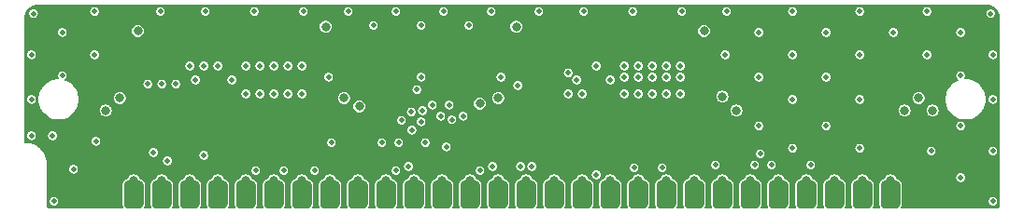
<source format=gbl>
G04 #@! TF.GenerationSoftware,KiCad,Pcbnew,(5.1.5-0-10_14)*
G04 #@! TF.CreationDate,2020-05-16T13:12:57-04:00*
G04 #@! TF.ProjectId,simm-30-4mb,73696d6d-2d33-4302-9d34-6d622e6b6963,rev?*
G04 #@! TF.SameCoordinates,Original*
G04 #@! TF.FileFunction,Copper,L4,Bot*
G04 #@! TF.FilePolarity,Positive*
%FSLAX46Y46*%
G04 Gerber Fmt 4.6, Leading zero omitted, Abs format (unit mm)*
G04 Created by KiCad (PCBNEW (5.1.5-0-10_14)) date 2020-05-16 13:12:57*
%MOMM*%
%LPD*%
G04 APERTURE LIST*
%ADD10C,0.100000*%
%ADD11C,0.800000*%
%ADD12C,0.508000*%
%ADD13C,1.000000*%
%ADD14C,0.152400*%
G04 APERTURE END LIST*
G04 #@! TA.AperFunction,SMDPad,CuDef*
D10*
G36*
X84308069Y-98808140D02*
G01*
X84351218Y-98814541D01*
X84393532Y-98825140D01*
X84434603Y-98839836D01*
X84474036Y-98858486D01*
X84511451Y-98880912D01*
X84546488Y-98906897D01*
X84578809Y-98936191D01*
X84608103Y-98968512D01*
X84634088Y-99003549D01*
X84656514Y-99040964D01*
X84675164Y-99080397D01*
X84689860Y-99121468D01*
X84700459Y-99163782D01*
X84706860Y-99206931D01*
X84709000Y-99250500D01*
X84709000Y-100901500D01*
X84706860Y-100945069D01*
X84700459Y-100988218D01*
X84689860Y-101030532D01*
X84675164Y-101071603D01*
X84656514Y-101111036D01*
X84634088Y-101148451D01*
X84608103Y-101183488D01*
X84578809Y-101215809D01*
X84546488Y-101245103D01*
X84511451Y-101271088D01*
X84474036Y-101293514D01*
X84434603Y-101312164D01*
X84393532Y-101326860D01*
X84351218Y-101337459D01*
X84308069Y-101343860D01*
X84264500Y-101346000D01*
X83375500Y-101346000D01*
X83331931Y-101343860D01*
X83288782Y-101337459D01*
X83246468Y-101326860D01*
X83205397Y-101312164D01*
X83165964Y-101293514D01*
X83128549Y-101271088D01*
X83093512Y-101245103D01*
X83061191Y-101215809D01*
X83031897Y-101183488D01*
X83005912Y-101148451D01*
X82983486Y-101111036D01*
X82964836Y-101071603D01*
X82950140Y-101030532D01*
X82939541Y-100988218D01*
X82933140Y-100945069D01*
X82931000Y-100901500D01*
X82931000Y-99250500D01*
X82933140Y-99206931D01*
X82939541Y-99163782D01*
X82950140Y-99121468D01*
X82964836Y-99080397D01*
X82983486Y-99040964D01*
X83005912Y-99003549D01*
X83031897Y-98968512D01*
X83061191Y-98936191D01*
X83093512Y-98906897D01*
X83128549Y-98880912D01*
X83165964Y-98858486D01*
X83205397Y-98839836D01*
X83246468Y-98825140D01*
X83288782Y-98814541D01*
X83331931Y-98808140D01*
X83375500Y-98806000D01*
X84264500Y-98806000D01*
X84308069Y-98808140D01*
G37*
G04 #@! TD.AperFunction*
G04 #@! TA.AperFunction,SMDPad,CuDef*
G36*
X86848069Y-98808140D02*
G01*
X86891218Y-98814541D01*
X86933532Y-98825140D01*
X86974603Y-98839836D01*
X87014036Y-98858486D01*
X87051451Y-98880912D01*
X87086488Y-98906897D01*
X87118809Y-98936191D01*
X87148103Y-98968512D01*
X87174088Y-99003549D01*
X87196514Y-99040964D01*
X87215164Y-99080397D01*
X87229860Y-99121468D01*
X87240459Y-99163782D01*
X87246860Y-99206931D01*
X87249000Y-99250500D01*
X87249000Y-100901500D01*
X87246860Y-100945069D01*
X87240459Y-100988218D01*
X87229860Y-101030532D01*
X87215164Y-101071603D01*
X87196514Y-101111036D01*
X87174088Y-101148451D01*
X87148103Y-101183488D01*
X87118809Y-101215809D01*
X87086488Y-101245103D01*
X87051451Y-101271088D01*
X87014036Y-101293514D01*
X86974603Y-101312164D01*
X86933532Y-101326860D01*
X86891218Y-101337459D01*
X86848069Y-101343860D01*
X86804500Y-101346000D01*
X85915500Y-101346000D01*
X85871931Y-101343860D01*
X85828782Y-101337459D01*
X85786468Y-101326860D01*
X85745397Y-101312164D01*
X85705964Y-101293514D01*
X85668549Y-101271088D01*
X85633512Y-101245103D01*
X85601191Y-101215809D01*
X85571897Y-101183488D01*
X85545912Y-101148451D01*
X85523486Y-101111036D01*
X85504836Y-101071603D01*
X85490140Y-101030532D01*
X85479541Y-100988218D01*
X85473140Y-100945069D01*
X85471000Y-100901500D01*
X85471000Y-99250500D01*
X85473140Y-99206931D01*
X85479541Y-99163782D01*
X85490140Y-99121468D01*
X85504836Y-99080397D01*
X85523486Y-99040964D01*
X85545912Y-99003549D01*
X85571897Y-98968512D01*
X85601191Y-98936191D01*
X85633512Y-98906897D01*
X85668549Y-98880912D01*
X85705964Y-98858486D01*
X85745397Y-98839836D01*
X85786468Y-98825140D01*
X85828782Y-98814541D01*
X85871931Y-98808140D01*
X85915500Y-98806000D01*
X86804500Y-98806000D01*
X86848069Y-98808140D01*
G37*
G04 #@! TD.AperFunction*
G04 #@! TA.AperFunction,SMDPad,CuDef*
G36*
X89388069Y-98808140D02*
G01*
X89431218Y-98814541D01*
X89473532Y-98825140D01*
X89514603Y-98839836D01*
X89554036Y-98858486D01*
X89591451Y-98880912D01*
X89626488Y-98906897D01*
X89658809Y-98936191D01*
X89688103Y-98968512D01*
X89714088Y-99003549D01*
X89736514Y-99040964D01*
X89755164Y-99080397D01*
X89769860Y-99121468D01*
X89780459Y-99163782D01*
X89786860Y-99206931D01*
X89789000Y-99250500D01*
X89789000Y-100901500D01*
X89786860Y-100945069D01*
X89780459Y-100988218D01*
X89769860Y-101030532D01*
X89755164Y-101071603D01*
X89736514Y-101111036D01*
X89714088Y-101148451D01*
X89688103Y-101183488D01*
X89658809Y-101215809D01*
X89626488Y-101245103D01*
X89591451Y-101271088D01*
X89554036Y-101293514D01*
X89514603Y-101312164D01*
X89473532Y-101326860D01*
X89431218Y-101337459D01*
X89388069Y-101343860D01*
X89344500Y-101346000D01*
X88455500Y-101346000D01*
X88411931Y-101343860D01*
X88368782Y-101337459D01*
X88326468Y-101326860D01*
X88285397Y-101312164D01*
X88245964Y-101293514D01*
X88208549Y-101271088D01*
X88173512Y-101245103D01*
X88141191Y-101215809D01*
X88111897Y-101183488D01*
X88085912Y-101148451D01*
X88063486Y-101111036D01*
X88044836Y-101071603D01*
X88030140Y-101030532D01*
X88019541Y-100988218D01*
X88013140Y-100945069D01*
X88011000Y-100901500D01*
X88011000Y-99250500D01*
X88013140Y-99206931D01*
X88019541Y-99163782D01*
X88030140Y-99121468D01*
X88044836Y-99080397D01*
X88063486Y-99040964D01*
X88085912Y-99003549D01*
X88111897Y-98968512D01*
X88141191Y-98936191D01*
X88173512Y-98906897D01*
X88208549Y-98880912D01*
X88245964Y-98858486D01*
X88285397Y-98839836D01*
X88326468Y-98825140D01*
X88368782Y-98814541D01*
X88411931Y-98808140D01*
X88455500Y-98806000D01*
X89344500Y-98806000D01*
X89388069Y-98808140D01*
G37*
G04 #@! TD.AperFunction*
G04 #@! TA.AperFunction,SMDPad,CuDef*
G36*
X91928069Y-98808140D02*
G01*
X91971218Y-98814541D01*
X92013532Y-98825140D01*
X92054603Y-98839836D01*
X92094036Y-98858486D01*
X92131451Y-98880912D01*
X92166488Y-98906897D01*
X92198809Y-98936191D01*
X92228103Y-98968512D01*
X92254088Y-99003549D01*
X92276514Y-99040964D01*
X92295164Y-99080397D01*
X92309860Y-99121468D01*
X92320459Y-99163782D01*
X92326860Y-99206931D01*
X92329000Y-99250500D01*
X92329000Y-100901500D01*
X92326860Y-100945069D01*
X92320459Y-100988218D01*
X92309860Y-101030532D01*
X92295164Y-101071603D01*
X92276514Y-101111036D01*
X92254088Y-101148451D01*
X92228103Y-101183488D01*
X92198809Y-101215809D01*
X92166488Y-101245103D01*
X92131451Y-101271088D01*
X92094036Y-101293514D01*
X92054603Y-101312164D01*
X92013532Y-101326860D01*
X91971218Y-101337459D01*
X91928069Y-101343860D01*
X91884500Y-101346000D01*
X90995500Y-101346000D01*
X90951931Y-101343860D01*
X90908782Y-101337459D01*
X90866468Y-101326860D01*
X90825397Y-101312164D01*
X90785964Y-101293514D01*
X90748549Y-101271088D01*
X90713512Y-101245103D01*
X90681191Y-101215809D01*
X90651897Y-101183488D01*
X90625912Y-101148451D01*
X90603486Y-101111036D01*
X90584836Y-101071603D01*
X90570140Y-101030532D01*
X90559541Y-100988218D01*
X90553140Y-100945069D01*
X90551000Y-100901500D01*
X90551000Y-99250500D01*
X90553140Y-99206931D01*
X90559541Y-99163782D01*
X90570140Y-99121468D01*
X90584836Y-99080397D01*
X90603486Y-99040964D01*
X90625912Y-99003549D01*
X90651897Y-98968512D01*
X90681191Y-98936191D01*
X90713512Y-98906897D01*
X90748549Y-98880912D01*
X90785964Y-98858486D01*
X90825397Y-98839836D01*
X90866468Y-98825140D01*
X90908782Y-98814541D01*
X90951931Y-98808140D01*
X90995500Y-98806000D01*
X91884500Y-98806000D01*
X91928069Y-98808140D01*
G37*
G04 #@! TD.AperFunction*
G04 #@! TA.AperFunction,SMDPad,CuDef*
G36*
X94468069Y-98808140D02*
G01*
X94511218Y-98814541D01*
X94553532Y-98825140D01*
X94594603Y-98839836D01*
X94634036Y-98858486D01*
X94671451Y-98880912D01*
X94706488Y-98906897D01*
X94738809Y-98936191D01*
X94768103Y-98968512D01*
X94794088Y-99003549D01*
X94816514Y-99040964D01*
X94835164Y-99080397D01*
X94849860Y-99121468D01*
X94860459Y-99163782D01*
X94866860Y-99206931D01*
X94869000Y-99250500D01*
X94869000Y-100901500D01*
X94866860Y-100945069D01*
X94860459Y-100988218D01*
X94849860Y-101030532D01*
X94835164Y-101071603D01*
X94816514Y-101111036D01*
X94794088Y-101148451D01*
X94768103Y-101183488D01*
X94738809Y-101215809D01*
X94706488Y-101245103D01*
X94671451Y-101271088D01*
X94634036Y-101293514D01*
X94594603Y-101312164D01*
X94553532Y-101326860D01*
X94511218Y-101337459D01*
X94468069Y-101343860D01*
X94424500Y-101346000D01*
X93535500Y-101346000D01*
X93491931Y-101343860D01*
X93448782Y-101337459D01*
X93406468Y-101326860D01*
X93365397Y-101312164D01*
X93325964Y-101293514D01*
X93288549Y-101271088D01*
X93253512Y-101245103D01*
X93221191Y-101215809D01*
X93191897Y-101183488D01*
X93165912Y-101148451D01*
X93143486Y-101111036D01*
X93124836Y-101071603D01*
X93110140Y-101030532D01*
X93099541Y-100988218D01*
X93093140Y-100945069D01*
X93091000Y-100901500D01*
X93091000Y-99250500D01*
X93093140Y-99206931D01*
X93099541Y-99163782D01*
X93110140Y-99121468D01*
X93124836Y-99080397D01*
X93143486Y-99040964D01*
X93165912Y-99003549D01*
X93191897Y-98968512D01*
X93221191Y-98936191D01*
X93253512Y-98906897D01*
X93288549Y-98880912D01*
X93325964Y-98858486D01*
X93365397Y-98839836D01*
X93406468Y-98825140D01*
X93448782Y-98814541D01*
X93491931Y-98808140D01*
X93535500Y-98806000D01*
X94424500Y-98806000D01*
X94468069Y-98808140D01*
G37*
G04 #@! TD.AperFunction*
G04 #@! TA.AperFunction,SMDPad,CuDef*
G36*
X97008069Y-98808140D02*
G01*
X97051218Y-98814541D01*
X97093532Y-98825140D01*
X97134603Y-98839836D01*
X97174036Y-98858486D01*
X97211451Y-98880912D01*
X97246488Y-98906897D01*
X97278809Y-98936191D01*
X97308103Y-98968512D01*
X97334088Y-99003549D01*
X97356514Y-99040964D01*
X97375164Y-99080397D01*
X97389860Y-99121468D01*
X97400459Y-99163782D01*
X97406860Y-99206931D01*
X97409000Y-99250500D01*
X97409000Y-100901500D01*
X97406860Y-100945069D01*
X97400459Y-100988218D01*
X97389860Y-101030532D01*
X97375164Y-101071603D01*
X97356514Y-101111036D01*
X97334088Y-101148451D01*
X97308103Y-101183488D01*
X97278809Y-101215809D01*
X97246488Y-101245103D01*
X97211451Y-101271088D01*
X97174036Y-101293514D01*
X97134603Y-101312164D01*
X97093532Y-101326860D01*
X97051218Y-101337459D01*
X97008069Y-101343860D01*
X96964500Y-101346000D01*
X96075500Y-101346000D01*
X96031931Y-101343860D01*
X95988782Y-101337459D01*
X95946468Y-101326860D01*
X95905397Y-101312164D01*
X95865964Y-101293514D01*
X95828549Y-101271088D01*
X95793512Y-101245103D01*
X95761191Y-101215809D01*
X95731897Y-101183488D01*
X95705912Y-101148451D01*
X95683486Y-101111036D01*
X95664836Y-101071603D01*
X95650140Y-101030532D01*
X95639541Y-100988218D01*
X95633140Y-100945069D01*
X95631000Y-100901500D01*
X95631000Y-99250500D01*
X95633140Y-99206931D01*
X95639541Y-99163782D01*
X95650140Y-99121468D01*
X95664836Y-99080397D01*
X95683486Y-99040964D01*
X95705912Y-99003549D01*
X95731897Y-98968512D01*
X95761191Y-98936191D01*
X95793512Y-98906897D01*
X95828549Y-98880912D01*
X95865964Y-98858486D01*
X95905397Y-98839836D01*
X95946468Y-98825140D01*
X95988782Y-98814541D01*
X96031931Y-98808140D01*
X96075500Y-98806000D01*
X96964500Y-98806000D01*
X97008069Y-98808140D01*
G37*
G04 #@! TD.AperFunction*
G04 #@! TA.AperFunction,SMDPad,CuDef*
G36*
X99548069Y-98808140D02*
G01*
X99591218Y-98814541D01*
X99633532Y-98825140D01*
X99674603Y-98839836D01*
X99714036Y-98858486D01*
X99751451Y-98880912D01*
X99786488Y-98906897D01*
X99818809Y-98936191D01*
X99848103Y-98968512D01*
X99874088Y-99003549D01*
X99896514Y-99040964D01*
X99915164Y-99080397D01*
X99929860Y-99121468D01*
X99940459Y-99163782D01*
X99946860Y-99206931D01*
X99949000Y-99250500D01*
X99949000Y-100901500D01*
X99946860Y-100945069D01*
X99940459Y-100988218D01*
X99929860Y-101030532D01*
X99915164Y-101071603D01*
X99896514Y-101111036D01*
X99874088Y-101148451D01*
X99848103Y-101183488D01*
X99818809Y-101215809D01*
X99786488Y-101245103D01*
X99751451Y-101271088D01*
X99714036Y-101293514D01*
X99674603Y-101312164D01*
X99633532Y-101326860D01*
X99591218Y-101337459D01*
X99548069Y-101343860D01*
X99504500Y-101346000D01*
X98615500Y-101346000D01*
X98571931Y-101343860D01*
X98528782Y-101337459D01*
X98486468Y-101326860D01*
X98445397Y-101312164D01*
X98405964Y-101293514D01*
X98368549Y-101271088D01*
X98333512Y-101245103D01*
X98301191Y-101215809D01*
X98271897Y-101183488D01*
X98245912Y-101148451D01*
X98223486Y-101111036D01*
X98204836Y-101071603D01*
X98190140Y-101030532D01*
X98179541Y-100988218D01*
X98173140Y-100945069D01*
X98171000Y-100901500D01*
X98171000Y-99250500D01*
X98173140Y-99206931D01*
X98179541Y-99163782D01*
X98190140Y-99121468D01*
X98204836Y-99080397D01*
X98223486Y-99040964D01*
X98245912Y-99003549D01*
X98271897Y-98968512D01*
X98301191Y-98936191D01*
X98333512Y-98906897D01*
X98368549Y-98880912D01*
X98405964Y-98858486D01*
X98445397Y-98839836D01*
X98486468Y-98825140D01*
X98528782Y-98814541D01*
X98571931Y-98808140D01*
X98615500Y-98806000D01*
X99504500Y-98806000D01*
X99548069Y-98808140D01*
G37*
G04 #@! TD.AperFunction*
G04 #@! TA.AperFunction,SMDPad,CuDef*
G36*
X102088069Y-98808140D02*
G01*
X102131218Y-98814541D01*
X102173532Y-98825140D01*
X102214603Y-98839836D01*
X102254036Y-98858486D01*
X102291451Y-98880912D01*
X102326488Y-98906897D01*
X102358809Y-98936191D01*
X102388103Y-98968512D01*
X102414088Y-99003549D01*
X102436514Y-99040964D01*
X102455164Y-99080397D01*
X102469860Y-99121468D01*
X102480459Y-99163782D01*
X102486860Y-99206931D01*
X102489000Y-99250500D01*
X102489000Y-100901500D01*
X102486860Y-100945069D01*
X102480459Y-100988218D01*
X102469860Y-101030532D01*
X102455164Y-101071603D01*
X102436514Y-101111036D01*
X102414088Y-101148451D01*
X102388103Y-101183488D01*
X102358809Y-101215809D01*
X102326488Y-101245103D01*
X102291451Y-101271088D01*
X102254036Y-101293514D01*
X102214603Y-101312164D01*
X102173532Y-101326860D01*
X102131218Y-101337459D01*
X102088069Y-101343860D01*
X102044500Y-101346000D01*
X101155500Y-101346000D01*
X101111931Y-101343860D01*
X101068782Y-101337459D01*
X101026468Y-101326860D01*
X100985397Y-101312164D01*
X100945964Y-101293514D01*
X100908549Y-101271088D01*
X100873512Y-101245103D01*
X100841191Y-101215809D01*
X100811897Y-101183488D01*
X100785912Y-101148451D01*
X100763486Y-101111036D01*
X100744836Y-101071603D01*
X100730140Y-101030532D01*
X100719541Y-100988218D01*
X100713140Y-100945069D01*
X100711000Y-100901500D01*
X100711000Y-99250500D01*
X100713140Y-99206931D01*
X100719541Y-99163782D01*
X100730140Y-99121468D01*
X100744836Y-99080397D01*
X100763486Y-99040964D01*
X100785912Y-99003549D01*
X100811897Y-98968512D01*
X100841191Y-98936191D01*
X100873512Y-98906897D01*
X100908549Y-98880912D01*
X100945964Y-98858486D01*
X100985397Y-98839836D01*
X101026468Y-98825140D01*
X101068782Y-98814541D01*
X101111931Y-98808140D01*
X101155500Y-98806000D01*
X102044500Y-98806000D01*
X102088069Y-98808140D01*
G37*
G04 #@! TD.AperFunction*
G04 #@! TA.AperFunction,SMDPad,CuDef*
G36*
X104628069Y-98808140D02*
G01*
X104671218Y-98814541D01*
X104713532Y-98825140D01*
X104754603Y-98839836D01*
X104794036Y-98858486D01*
X104831451Y-98880912D01*
X104866488Y-98906897D01*
X104898809Y-98936191D01*
X104928103Y-98968512D01*
X104954088Y-99003549D01*
X104976514Y-99040964D01*
X104995164Y-99080397D01*
X105009860Y-99121468D01*
X105020459Y-99163782D01*
X105026860Y-99206931D01*
X105029000Y-99250500D01*
X105029000Y-100901500D01*
X105026860Y-100945069D01*
X105020459Y-100988218D01*
X105009860Y-101030532D01*
X104995164Y-101071603D01*
X104976514Y-101111036D01*
X104954088Y-101148451D01*
X104928103Y-101183488D01*
X104898809Y-101215809D01*
X104866488Y-101245103D01*
X104831451Y-101271088D01*
X104794036Y-101293514D01*
X104754603Y-101312164D01*
X104713532Y-101326860D01*
X104671218Y-101337459D01*
X104628069Y-101343860D01*
X104584500Y-101346000D01*
X103695500Y-101346000D01*
X103651931Y-101343860D01*
X103608782Y-101337459D01*
X103566468Y-101326860D01*
X103525397Y-101312164D01*
X103485964Y-101293514D01*
X103448549Y-101271088D01*
X103413512Y-101245103D01*
X103381191Y-101215809D01*
X103351897Y-101183488D01*
X103325912Y-101148451D01*
X103303486Y-101111036D01*
X103284836Y-101071603D01*
X103270140Y-101030532D01*
X103259541Y-100988218D01*
X103253140Y-100945069D01*
X103251000Y-100901500D01*
X103251000Y-99250500D01*
X103253140Y-99206931D01*
X103259541Y-99163782D01*
X103270140Y-99121468D01*
X103284836Y-99080397D01*
X103303486Y-99040964D01*
X103325912Y-99003549D01*
X103351897Y-98968512D01*
X103381191Y-98936191D01*
X103413512Y-98906897D01*
X103448549Y-98880912D01*
X103485964Y-98858486D01*
X103525397Y-98839836D01*
X103566468Y-98825140D01*
X103608782Y-98814541D01*
X103651931Y-98808140D01*
X103695500Y-98806000D01*
X104584500Y-98806000D01*
X104628069Y-98808140D01*
G37*
G04 #@! TD.AperFunction*
G04 #@! TA.AperFunction,SMDPad,CuDef*
G36*
X107168069Y-98808140D02*
G01*
X107211218Y-98814541D01*
X107253532Y-98825140D01*
X107294603Y-98839836D01*
X107334036Y-98858486D01*
X107371451Y-98880912D01*
X107406488Y-98906897D01*
X107438809Y-98936191D01*
X107468103Y-98968512D01*
X107494088Y-99003549D01*
X107516514Y-99040964D01*
X107535164Y-99080397D01*
X107549860Y-99121468D01*
X107560459Y-99163782D01*
X107566860Y-99206931D01*
X107569000Y-99250500D01*
X107569000Y-100901500D01*
X107566860Y-100945069D01*
X107560459Y-100988218D01*
X107549860Y-101030532D01*
X107535164Y-101071603D01*
X107516514Y-101111036D01*
X107494088Y-101148451D01*
X107468103Y-101183488D01*
X107438809Y-101215809D01*
X107406488Y-101245103D01*
X107371451Y-101271088D01*
X107334036Y-101293514D01*
X107294603Y-101312164D01*
X107253532Y-101326860D01*
X107211218Y-101337459D01*
X107168069Y-101343860D01*
X107124500Y-101346000D01*
X106235500Y-101346000D01*
X106191931Y-101343860D01*
X106148782Y-101337459D01*
X106106468Y-101326860D01*
X106065397Y-101312164D01*
X106025964Y-101293514D01*
X105988549Y-101271088D01*
X105953512Y-101245103D01*
X105921191Y-101215809D01*
X105891897Y-101183488D01*
X105865912Y-101148451D01*
X105843486Y-101111036D01*
X105824836Y-101071603D01*
X105810140Y-101030532D01*
X105799541Y-100988218D01*
X105793140Y-100945069D01*
X105791000Y-100901500D01*
X105791000Y-99250500D01*
X105793140Y-99206931D01*
X105799541Y-99163782D01*
X105810140Y-99121468D01*
X105824836Y-99080397D01*
X105843486Y-99040964D01*
X105865912Y-99003549D01*
X105891897Y-98968512D01*
X105921191Y-98936191D01*
X105953512Y-98906897D01*
X105988549Y-98880912D01*
X106025964Y-98858486D01*
X106065397Y-98839836D01*
X106106468Y-98825140D01*
X106148782Y-98814541D01*
X106191931Y-98808140D01*
X106235500Y-98806000D01*
X107124500Y-98806000D01*
X107168069Y-98808140D01*
G37*
G04 #@! TD.AperFunction*
G04 #@! TA.AperFunction,SMDPad,CuDef*
G36*
X109708069Y-98808140D02*
G01*
X109751218Y-98814541D01*
X109793532Y-98825140D01*
X109834603Y-98839836D01*
X109874036Y-98858486D01*
X109911451Y-98880912D01*
X109946488Y-98906897D01*
X109978809Y-98936191D01*
X110008103Y-98968512D01*
X110034088Y-99003549D01*
X110056514Y-99040964D01*
X110075164Y-99080397D01*
X110089860Y-99121468D01*
X110100459Y-99163782D01*
X110106860Y-99206931D01*
X110109000Y-99250500D01*
X110109000Y-100901500D01*
X110106860Y-100945069D01*
X110100459Y-100988218D01*
X110089860Y-101030532D01*
X110075164Y-101071603D01*
X110056514Y-101111036D01*
X110034088Y-101148451D01*
X110008103Y-101183488D01*
X109978809Y-101215809D01*
X109946488Y-101245103D01*
X109911451Y-101271088D01*
X109874036Y-101293514D01*
X109834603Y-101312164D01*
X109793532Y-101326860D01*
X109751218Y-101337459D01*
X109708069Y-101343860D01*
X109664500Y-101346000D01*
X108775500Y-101346000D01*
X108731931Y-101343860D01*
X108688782Y-101337459D01*
X108646468Y-101326860D01*
X108605397Y-101312164D01*
X108565964Y-101293514D01*
X108528549Y-101271088D01*
X108493512Y-101245103D01*
X108461191Y-101215809D01*
X108431897Y-101183488D01*
X108405912Y-101148451D01*
X108383486Y-101111036D01*
X108364836Y-101071603D01*
X108350140Y-101030532D01*
X108339541Y-100988218D01*
X108333140Y-100945069D01*
X108331000Y-100901500D01*
X108331000Y-99250500D01*
X108333140Y-99206931D01*
X108339541Y-99163782D01*
X108350140Y-99121468D01*
X108364836Y-99080397D01*
X108383486Y-99040964D01*
X108405912Y-99003549D01*
X108431897Y-98968512D01*
X108461191Y-98936191D01*
X108493512Y-98906897D01*
X108528549Y-98880912D01*
X108565964Y-98858486D01*
X108605397Y-98839836D01*
X108646468Y-98825140D01*
X108688782Y-98814541D01*
X108731931Y-98808140D01*
X108775500Y-98806000D01*
X109664500Y-98806000D01*
X109708069Y-98808140D01*
G37*
G04 #@! TD.AperFunction*
G04 #@! TA.AperFunction,SMDPad,CuDef*
G36*
X112248069Y-98808140D02*
G01*
X112291218Y-98814541D01*
X112333532Y-98825140D01*
X112374603Y-98839836D01*
X112414036Y-98858486D01*
X112451451Y-98880912D01*
X112486488Y-98906897D01*
X112518809Y-98936191D01*
X112548103Y-98968512D01*
X112574088Y-99003549D01*
X112596514Y-99040964D01*
X112615164Y-99080397D01*
X112629860Y-99121468D01*
X112640459Y-99163782D01*
X112646860Y-99206931D01*
X112649000Y-99250500D01*
X112649000Y-100901500D01*
X112646860Y-100945069D01*
X112640459Y-100988218D01*
X112629860Y-101030532D01*
X112615164Y-101071603D01*
X112596514Y-101111036D01*
X112574088Y-101148451D01*
X112548103Y-101183488D01*
X112518809Y-101215809D01*
X112486488Y-101245103D01*
X112451451Y-101271088D01*
X112414036Y-101293514D01*
X112374603Y-101312164D01*
X112333532Y-101326860D01*
X112291218Y-101337459D01*
X112248069Y-101343860D01*
X112204500Y-101346000D01*
X111315500Y-101346000D01*
X111271931Y-101343860D01*
X111228782Y-101337459D01*
X111186468Y-101326860D01*
X111145397Y-101312164D01*
X111105964Y-101293514D01*
X111068549Y-101271088D01*
X111033512Y-101245103D01*
X111001191Y-101215809D01*
X110971897Y-101183488D01*
X110945912Y-101148451D01*
X110923486Y-101111036D01*
X110904836Y-101071603D01*
X110890140Y-101030532D01*
X110879541Y-100988218D01*
X110873140Y-100945069D01*
X110871000Y-100901500D01*
X110871000Y-99250500D01*
X110873140Y-99206931D01*
X110879541Y-99163782D01*
X110890140Y-99121468D01*
X110904836Y-99080397D01*
X110923486Y-99040964D01*
X110945912Y-99003549D01*
X110971897Y-98968512D01*
X111001191Y-98936191D01*
X111033512Y-98906897D01*
X111068549Y-98880912D01*
X111105964Y-98858486D01*
X111145397Y-98839836D01*
X111186468Y-98825140D01*
X111228782Y-98814541D01*
X111271931Y-98808140D01*
X111315500Y-98806000D01*
X112204500Y-98806000D01*
X112248069Y-98808140D01*
G37*
G04 #@! TD.AperFunction*
G04 #@! TA.AperFunction,SMDPad,CuDef*
G36*
X114788069Y-98808140D02*
G01*
X114831218Y-98814541D01*
X114873532Y-98825140D01*
X114914603Y-98839836D01*
X114954036Y-98858486D01*
X114991451Y-98880912D01*
X115026488Y-98906897D01*
X115058809Y-98936191D01*
X115088103Y-98968512D01*
X115114088Y-99003549D01*
X115136514Y-99040964D01*
X115155164Y-99080397D01*
X115169860Y-99121468D01*
X115180459Y-99163782D01*
X115186860Y-99206931D01*
X115189000Y-99250500D01*
X115189000Y-100901500D01*
X115186860Y-100945069D01*
X115180459Y-100988218D01*
X115169860Y-101030532D01*
X115155164Y-101071603D01*
X115136514Y-101111036D01*
X115114088Y-101148451D01*
X115088103Y-101183488D01*
X115058809Y-101215809D01*
X115026488Y-101245103D01*
X114991451Y-101271088D01*
X114954036Y-101293514D01*
X114914603Y-101312164D01*
X114873532Y-101326860D01*
X114831218Y-101337459D01*
X114788069Y-101343860D01*
X114744500Y-101346000D01*
X113855500Y-101346000D01*
X113811931Y-101343860D01*
X113768782Y-101337459D01*
X113726468Y-101326860D01*
X113685397Y-101312164D01*
X113645964Y-101293514D01*
X113608549Y-101271088D01*
X113573512Y-101245103D01*
X113541191Y-101215809D01*
X113511897Y-101183488D01*
X113485912Y-101148451D01*
X113463486Y-101111036D01*
X113444836Y-101071603D01*
X113430140Y-101030532D01*
X113419541Y-100988218D01*
X113413140Y-100945069D01*
X113411000Y-100901500D01*
X113411000Y-99250500D01*
X113413140Y-99206931D01*
X113419541Y-99163782D01*
X113430140Y-99121468D01*
X113444836Y-99080397D01*
X113463486Y-99040964D01*
X113485912Y-99003549D01*
X113511897Y-98968512D01*
X113541191Y-98936191D01*
X113573512Y-98906897D01*
X113608549Y-98880912D01*
X113645964Y-98858486D01*
X113685397Y-98839836D01*
X113726468Y-98825140D01*
X113768782Y-98814541D01*
X113811931Y-98808140D01*
X113855500Y-98806000D01*
X114744500Y-98806000D01*
X114788069Y-98808140D01*
G37*
G04 #@! TD.AperFunction*
G04 #@! TA.AperFunction,SMDPad,CuDef*
G36*
X117328069Y-98808140D02*
G01*
X117371218Y-98814541D01*
X117413532Y-98825140D01*
X117454603Y-98839836D01*
X117494036Y-98858486D01*
X117531451Y-98880912D01*
X117566488Y-98906897D01*
X117598809Y-98936191D01*
X117628103Y-98968512D01*
X117654088Y-99003549D01*
X117676514Y-99040964D01*
X117695164Y-99080397D01*
X117709860Y-99121468D01*
X117720459Y-99163782D01*
X117726860Y-99206931D01*
X117729000Y-99250500D01*
X117729000Y-100901500D01*
X117726860Y-100945069D01*
X117720459Y-100988218D01*
X117709860Y-101030532D01*
X117695164Y-101071603D01*
X117676514Y-101111036D01*
X117654088Y-101148451D01*
X117628103Y-101183488D01*
X117598809Y-101215809D01*
X117566488Y-101245103D01*
X117531451Y-101271088D01*
X117494036Y-101293514D01*
X117454603Y-101312164D01*
X117413532Y-101326860D01*
X117371218Y-101337459D01*
X117328069Y-101343860D01*
X117284500Y-101346000D01*
X116395500Y-101346000D01*
X116351931Y-101343860D01*
X116308782Y-101337459D01*
X116266468Y-101326860D01*
X116225397Y-101312164D01*
X116185964Y-101293514D01*
X116148549Y-101271088D01*
X116113512Y-101245103D01*
X116081191Y-101215809D01*
X116051897Y-101183488D01*
X116025912Y-101148451D01*
X116003486Y-101111036D01*
X115984836Y-101071603D01*
X115970140Y-101030532D01*
X115959541Y-100988218D01*
X115953140Y-100945069D01*
X115951000Y-100901500D01*
X115951000Y-99250500D01*
X115953140Y-99206931D01*
X115959541Y-99163782D01*
X115970140Y-99121468D01*
X115984836Y-99080397D01*
X116003486Y-99040964D01*
X116025912Y-99003549D01*
X116051897Y-98968512D01*
X116081191Y-98936191D01*
X116113512Y-98906897D01*
X116148549Y-98880912D01*
X116185964Y-98858486D01*
X116225397Y-98839836D01*
X116266468Y-98825140D01*
X116308782Y-98814541D01*
X116351931Y-98808140D01*
X116395500Y-98806000D01*
X117284500Y-98806000D01*
X117328069Y-98808140D01*
G37*
G04 #@! TD.AperFunction*
G04 #@! TA.AperFunction,SMDPad,CuDef*
G36*
X119868069Y-98808140D02*
G01*
X119911218Y-98814541D01*
X119953532Y-98825140D01*
X119994603Y-98839836D01*
X120034036Y-98858486D01*
X120071451Y-98880912D01*
X120106488Y-98906897D01*
X120138809Y-98936191D01*
X120168103Y-98968512D01*
X120194088Y-99003549D01*
X120216514Y-99040964D01*
X120235164Y-99080397D01*
X120249860Y-99121468D01*
X120260459Y-99163782D01*
X120266860Y-99206931D01*
X120269000Y-99250500D01*
X120269000Y-100901500D01*
X120266860Y-100945069D01*
X120260459Y-100988218D01*
X120249860Y-101030532D01*
X120235164Y-101071603D01*
X120216514Y-101111036D01*
X120194088Y-101148451D01*
X120168103Y-101183488D01*
X120138809Y-101215809D01*
X120106488Y-101245103D01*
X120071451Y-101271088D01*
X120034036Y-101293514D01*
X119994603Y-101312164D01*
X119953532Y-101326860D01*
X119911218Y-101337459D01*
X119868069Y-101343860D01*
X119824500Y-101346000D01*
X118935500Y-101346000D01*
X118891931Y-101343860D01*
X118848782Y-101337459D01*
X118806468Y-101326860D01*
X118765397Y-101312164D01*
X118725964Y-101293514D01*
X118688549Y-101271088D01*
X118653512Y-101245103D01*
X118621191Y-101215809D01*
X118591897Y-101183488D01*
X118565912Y-101148451D01*
X118543486Y-101111036D01*
X118524836Y-101071603D01*
X118510140Y-101030532D01*
X118499541Y-100988218D01*
X118493140Y-100945069D01*
X118491000Y-100901500D01*
X118491000Y-99250500D01*
X118493140Y-99206931D01*
X118499541Y-99163782D01*
X118510140Y-99121468D01*
X118524836Y-99080397D01*
X118543486Y-99040964D01*
X118565912Y-99003549D01*
X118591897Y-98968512D01*
X118621191Y-98936191D01*
X118653512Y-98906897D01*
X118688549Y-98880912D01*
X118725964Y-98858486D01*
X118765397Y-98839836D01*
X118806468Y-98825140D01*
X118848782Y-98814541D01*
X118891931Y-98808140D01*
X118935500Y-98806000D01*
X119824500Y-98806000D01*
X119868069Y-98808140D01*
G37*
G04 #@! TD.AperFunction*
G04 #@! TA.AperFunction,SMDPad,CuDef*
G36*
X122408069Y-98808140D02*
G01*
X122451218Y-98814541D01*
X122493532Y-98825140D01*
X122534603Y-98839836D01*
X122574036Y-98858486D01*
X122611451Y-98880912D01*
X122646488Y-98906897D01*
X122678809Y-98936191D01*
X122708103Y-98968512D01*
X122734088Y-99003549D01*
X122756514Y-99040964D01*
X122775164Y-99080397D01*
X122789860Y-99121468D01*
X122800459Y-99163782D01*
X122806860Y-99206931D01*
X122809000Y-99250500D01*
X122809000Y-100901500D01*
X122806860Y-100945069D01*
X122800459Y-100988218D01*
X122789860Y-101030532D01*
X122775164Y-101071603D01*
X122756514Y-101111036D01*
X122734088Y-101148451D01*
X122708103Y-101183488D01*
X122678809Y-101215809D01*
X122646488Y-101245103D01*
X122611451Y-101271088D01*
X122574036Y-101293514D01*
X122534603Y-101312164D01*
X122493532Y-101326860D01*
X122451218Y-101337459D01*
X122408069Y-101343860D01*
X122364500Y-101346000D01*
X121475500Y-101346000D01*
X121431931Y-101343860D01*
X121388782Y-101337459D01*
X121346468Y-101326860D01*
X121305397Y-101312164D01*
X121265964Y-101293514D01*
X121228549Y-101271088D01*
X121193512Y-101245103D01*
X121161191Y-101215809D01*
X121131897Y-101183488D01*
X121105912Y-101148451D01*
X121083486Y-101111036D01*
X121064836Y-101071603D01*
X121050140Y-101030532D01*
X121039541Y-100988218D01*
X121033140Y-100945069D01*
X121031000Y-100901500D01*
X121031000Y-99250500D01*
X121033140Y-99206931D01*
X121039541Y-99163782D01*
X121050140Y-99121468D01*
X121064836Y-99080397D01*
X121083486Y-99040964D01*
X121105912Y-99003549D01*
X121131897Y-98968512D01*
X121161191Y-98936191D01*
X121193512Y-98906897D01*
X121228549Y-98880912D01*
X121265964Y-98858486D01*
X121305397Y-98839836D01*
X121346468Y-98825140D01*
X121388782Y-98814541D01*
X121431931Y-98808140D01*
X121475500Y-98806000D01*
X122364500Y-98806000D01*
X122408069Y-98808140D01*
G37*
G04 #@! TD.AperFunction*
G04 #@! TA.AperFunction,SMDPad,CuDef*
G36*
X124948069Y-98808140D02*
G01*
X124991218Y-98814541D01*
X125033532Y-98825140D01*
X125074603Y-98839836D01*
X125114036Y-98858486D01*
X125151451Y-98880912D01*
X125186488Y-98906897D01*
X125218809Y-98936191D01*
X125248103Y-98968512D01*
X125274088Y-99003549D01*
X125296514Y-99040964D01*
X125315164Y-99080397D01*
X125329860Y-99121468D01*
X125340459Y-99163782D01*
X125346860Y-99206931D01*
X125349000Y-99250500D01*
X125349000Y-100901500D01*
X125346860Y-100945069D01*
X125340459Y-100988218D01*
X125329860Y-101030532D01*
X125315164Y-101071603D01*
X125296514Y-101111036D01*
X125274088Y-101148451D01*
X125248103Y-101183488D01*
X125218809Y-101215809D01*
X125186488Y-101245103D01*
X125151451Y-101271088D01*
X125114036Y-101293514D01*
X125074603Y-101312164D01*
X125033532Y-101326860D01*
X124991218Y-101337459D01*
X124948069Y-101343860D01*
X124904500Y-101346000D01*
X124015500Y-101346000D01*
X123971931Y-101343860D01*
X123928782Y-101337459D01*
X123886468Y-101326860D01*
X123845397Y-101312164D01*
X123805964Y-101293514D01*
X123768549Y-101271088D01*
X123733512Y-101245103D01*
X123701191Y-101215809D01*
X123671897Y-101183488D01*
X123645912Y-101148451D01*
X123623486Y-101111036D01*
X123604836Y-101071603D01*
X123590140Y-101030532D01*
X123579541Y-100988218D01*
X123573140Y-100945069D01*
X123571000Y-100901500D01*
X123571000Y-99250500D01*
X123573140Y-99206931D01*
X123579541Y-99163782D01*
X123590140Y-99121468D01*
X123604836Y-99080397D01*
X123623486Y-99040964D01*
X123645912Y-99003549D01*
X123671897Y-98968512D01*
X123701191Y-98936191D01*
X123733512Y-98906897D01*
X123768549Y-98880912D01*
X123805964Y-98858486D01*
X123845397Y-98839836D01*
X123886468Y-98825140D01*
X123928782Y-98814541D01*
X123971931Y-98808140D01*
X124015500Y-98806000D01*
X124904500Y-98806000D01*
X124948069Y-98808140D01*
G37*
G04 #@! TD.AperFunction*
G04 #@! TA.AperFunction,SMDPad,CuDef*
G36*
X127488069Y-98808140D02*
G01*
X127531218Y-98814541D01*
X127573532Y-98825140D01*
X127614603Y-98839836D01*
X127654036Y-98858486D01*
X127691451Y-98880912D01*
X127726488Y-98906897D01*
X127758809Y-98936191D01*
X127788103Y-98968512D01*
X127814088Y-99003549D01*
X127836514Y-99040964D01*
X127855164Y-99080397D01*
X127869860Y-99121468D01*
X127880459Y-99163782D01*
X127886860Y-99206931D01*
X127889000Y-99250500D01*
X127889000Y-100901500D01*
X127886860Y-100945069D01*
X127880459Y-100988218D01*
X127869860Y-101030532D01*
X127855164Y-101071603D01*
X127836514Y-101111036D01*
X127814088Y-101148451D01*
X127788103Y-101183488D01*
X127758809Y-101215809D01*
X127726488Y-101245103D01*
X127691451Y-101271088D01*
X127654036Y-101293514D01*
X127614603Y-101312164D01*
X127573532Y-101326860D01*
X127531218Y-101337459D01*
X127488069Y-101343860D01*
X127444500Y-101346000D01*
X126555500Y-101346000D01*
X126511931Y-101343860D01*
X126468782Y-101337459D01*
X126426468Y-101326860D01*
X126385397Y-101312164D01*
X126345964Y-101293514D01*
X126308549Y-101271088D01*
X126273512Y-101245103D01*
X126241191Y-101215809D01*
X126211897Y-101183488D01*
X126185912Y-101148451D01*
X126163486Y-101111036D01*
X126144836Y-101071603D01*
X126130140Y-101030532D01*
X126119541Y-100988218D01*
X126113140Y-100945069D01*
X126111000Y-100901500D01*
X126111000Y-99250500D01*
X126113140Y-99206931D01*
X126119541Y-99163782D01*
X126130140Y-99121468D01*
X126144836Y-99080397D01*
X126163486Y-99040964D01*
X126185912Y-99003549D01*
X126211897Y-98968512D01*
X126241191Y-98936191D01*
X126273512Y-98906897D01*
X126308549Y-98880912D01*
X126345964Y-98858486D01*
X126385397Y-98839836D01*
X126426468Y-98825140D01*
X126468782Y-98814541D01*
X126511931Y-98808140D01*
X126555500Y-98806000D01*
X127444500Y-98806000D01*
X127488069Y-98808140D01*
G37*
G04 #@! TD.AperFunction*
G04 #@! TA.AperFunction,SMDPad,CuDef*
G36*
X130028069Y-98808140D02*
G01*
X130071218Y-98814541D01*
X130113532Y-98825140D01*
X130154603Y-98839836D01*
X130194036Y-98858486D01*
X130231451Y-98880912D01*
X130266488Y-98906897D01*
X130298809Y-98936191D01*
X130328103Y-98968512D01*
X130354088Y-99003549D01*
X130376514Y-99040964D01*
X130395164Y-99080397D01*
X130409860Y-99121468D01*
X130420459Y-99163782D01*
X130426860Y-99206931D01*
X130429000Y-99250500D01*
X130429000Y-100901500D01*
X130426860Y-100945069D01*
X130420459Y-100988218D01*
X130409860Y-101030532D01*
X130395164Y-101071603D01*
X130376514Y-101111036D01*
X130354088Y-101148451D01*
X130328103Y-101183488D01*
X130298809Y-101215809D01*
X130266488Y-101245103D01*
X130231451Y-101271088D01*
X130194036Y-101293514D01*
X130154603Y-101312164D01*
X130113532Y-101326860D01*
X130071218Y-101337459D01*
X130028069Y-101343860D01*
X129984500Y-101346000D01*
X129095500Y-101346000D01*
X129051931Y-101343860D01*
X129008782Y-101337459D01*
X128966468Y-101326860D01*
X128925397Y-101312164D01*
X128885964Y-101293514D01*
X128848549Y-101271088D01*
X128813512Y-101245103D01*
X128781191Y-101215809D01*
X128751897Y-101183488D01*
X128725912Y-101148451D01*
X128703486Y-101111036D01*
X128684836Y-101071603D01*
X128670140Y-101030532D01*
X128659541Y-100988218D01*
X128653140Y-100945069D01*
X128651000Y-100901500D01*
X128651000Y-99250500D01*
X128653140Y-99206931D01*
X128659541Y-99163782D01*
X128670140Y-99121468D01*
X128684836Y-99080397D01*
X128703486Y-99040964D01*
X128725912Y-99003549D01*
X128751897Y-98968512D01*
X128781191Y-98936191D01*
X128813512Y-98906897D01*
X128848549Y-98880912D01*
X128885964Y-98858486D01*
X128925397Y-98839836D01*
X128966468Y-98825140D01*
X129008782Y-98814541D01*
X129051931Y-98808140D01*
X129095500Y-98806000D01*
X129984500Y-98806000D01*
X130028069Y-98808140D01*
G37*
G04 #@! TD.AperFunction*
G04 #@! TA.AperFunction,SMDPad,CuDef*
G36*
X132568069Y-98808140D02*
G01*
X132611218Y-98814541D01*
X132653532Y-98825140D01*
X132694603Y-98839836D01*
X132734036Y-98858486D01*
X132771451Y-98880912D01*
X132806488Y-98906897D01*
X132838809Y-98936191D01*
X132868103Y-98968512D01*
X132894088Y-99003549D01*
X132916514Y-99040964D01*
X132935164Y-99080397D01*
X132949860Y-99121468D01*
X132960459Y-99163782D01*
X132966860Y-99206931D01*
X132969000Y-99250500D01*
X132969000Y-100901500D01*
X132966860Y-100945069D01*
X132960459Y-100988218D01*
X132949860Y-101030532D01*
X132935164Y-101071603D01*
X132916514Y-101111036D01*
X132894088Y-101148451D01*
X132868103Y-101183488D01*
X132838809Y-101215809D01*
X132806488Y-101245103D01*
X132771451Y-101271088D01*
X132734036Y-101293514D01*
X132694603Y-101312164D01*
X132653532Y-101326860D01*
X132611218Y-101337459D01*
X132568069Y-101343860D01*
X132524500Y-101346000D01*
X131635500Y-101346000D01*
X131591931Y-101343860D01*
X131548782Y-101337459D01*
X131506468Y-101326860D01*
X131465397Y-101312164D01*
X131425964Y-101293514D01*
X131388549Y-101271088D01*
X131353512Y-101245103D01*
X131321191Y-101215809D01*
X131291897Y-101183488D01*
X131265912Y-101148451D01*
X131243486Y-101111036D01*
X131224836Y-101071603D01*
X131210140Y-101030532D01*
X131199541Y-100988218D01*
X131193140Y-100945069D01*
X131191000Y-100901500D01*
X131191000Y-99250500D01*
X131193140Y-99206931D01*
X131199541Y-99163782D01*
X131210140Y-99121468D01*
X131224836Y-99080397D01*
X131243486Y-99040964D01*
X131265912Y-99003549D01*
X131291897Y-98968512D01*
X131321191Y-98936191D01*
X131353512Y-98906897D01*
X131388549Y-98880912D01*
X131425964Y-98858486D01*
X131465397Y-98839836D01*
X131506468Y-98825140D01*
X131548782Y-98814541D01*
X131591931Y-98808140D01*
X131635500Y-98806000D01*
X132524500Y-98806000D01*
X132568069Y-98808140D01*
G37*
G04 #@! TD.AperFunction*
G04 #@! TA.AperFunction,SMDPad,CuDef*
G36*
X135108069Y-98808140D02*
G01*
X135151218Y-98814541D01*
X135193532Y-98825140D01*
X135234603Y-98839836D01*
X135274036Y-98858486D01*
X135311451Y-98880912D01*
X135346488Y-98906897D01*
X135378809Y-98936191D01*
X135408103Y-98968512D01*
X135434088Y-99003549D01*
X135456514Y-99040964D01*
X135475164Y-99080397D01*
X135489860Y-99121468D01*
X135500459Y-99163782D01*
X135506860Y-99206931D01*
X135509000Y-99250500D01*
X135509000Y-100901500D01*
X135506860Y-100945069D01*
X135500459Y-100988218D01*
X135489860Y-101030532D01*
X135475164Y-101071603D01*
X135456514Y-101111036D01*
X135434088Y-101148451D01*
X135408103Y-101183488D01*
X135378809Y-101215809D01*
X135346488Y-101245103D01*
X135311451Y-101271088D01*
X135274036Y-101293514D01*
X135234603Y-101312164D01*
X135193532Y-101326860D01*
X135151218Y-101337459D01*
X135108069Y-101343860D01*
X135064500Y-101346000D01*
X134175500Y-101346000D01*
X134131931Y-101343860D01*
X134088782Y-101337459D01*
X134046468Y-101326860D01*
X134005397Y-101312164D01*
X133965964Y-101293514D01*
X133928549Y-101271088D01*
X133893512Y-101245103D01*
X133861191Y-101215809D01*
X133831897Y-101183488D01*
X133805912Y-101148451D01*
X133783486Y-101111036D01*
X133764836Y-101071603D01*
X133750140Y-101030532D01*
X133739541Y-100988218D01*
X133733140Y-100945069D01*
X133731000Y-100901500D01*
X133731000Y-99250500D01*
X133733140Y-99206931D01*
X133739541Y-99163782D01*
X133750140Y-99121468D01*
X133764836Y-99080397D01*
X133783486Y-99040964D01*
X133805912Y-99003549D01*
X133831897Y-98968512D01*
X133861191Y-98936191D01*
X133893512Y-98906897D01*
X133928549Y-98880912D01*
X133965964Y-98858486D01*
X134005397Y-98839836D01*
X134046468Y-98825140D01*
X134088782Y-98814541D01*
X134131931Y-98808140D01*
X134175500Y-98806000D01*
X135064500Y-98806000D01*
X135108069Y-98808140D01*
G37*
G04 #@! TD.AperFunction*
G04 #@! TA.AperFunction,SMDPad,CuDef*
G36*
X137648069Y-98808140D02*
G01*
X137691218Y-98814541D01*
X137733532Y-98825140D01*
X137774603Y-98839836D01*
X137814036Y-98858486D01*
X137851451Y-98880912D01*
X137886488Y-98906897D01*
X137918809Y-98936191D01*
X137948103Y-98968512D01*
X137974088Y-99003549D01*
X137996514Y-99040964D01*
X138015164Y-99080397D01*
X138029860Y-99121468D01*
X138040459Y-99163782D01*
X138046860Y-99206931D01*
X138049000Y-99250500D01*
X138049000Y-100901500D01*
X138046860Y-100945069D01*
X138040459Y-100988218D01*
X138029860Y-101030532D01*
X138015164Y-101071603D01*
X137996514Y-101111036D01*
X137974088Y-101148451D01*
X137948103Y-101183488D01*
X137918809Y-101215809D01*
X137886488Y-101245103D01*
X137851451Y-101271088D01*
X137814036Y-101293514D01*
X137774603Y-101312164D01*
X137733532Y-101326860D01*
X137691218Y-101337459D01*
X137648069Y-101343860D01*
X137604500Y-101346000D01*
X136715500Y-101346000D01*
X136671931Y-101343860D01*
X136628782Y-101337459D01*
X136586468Y-101326860D01*
X136545397Y-101312164D01*
X136505964Y-101293514D01*
X136468549Y-101271088D01*
X136433512Y-101245103D01*
X136401191Y-101215809D01*
X136371897Y-101183488D01*
X136345912Y-101148451D01*
X136323486Y-101111036D01*
X136304836Y-101071603D01*
X136290140Y-101030532D01*
X136279541Y-100988218D01*
X136273140Y-100945069D01*
X136271000Y-100901500D01*
X136271000Y-99250500D01*
X136273140Y-99206931D01*
X136279541Y-99163782D01*
X136290140Y-99121468D01*
X136304836Y-99080397D01*
X136323486Y-99040964D01*
X136345912Y-99003549D01*
X136371897Y-98968512D01*
X136401191Y-98936191D01*
X136433512Y-98906897D01*
X136468549Y-98880912D01*
X136505964Y-98858486D01*
X136545397Y-98839836D01*
X136586468Y-98825140D01*
X136628782Y-98814541D01*
X136671931Y-98808140D01*
X136715500Y-98806000D01*
X137604500Y-98806000D01*
X137648069Y-98808140D01*
G37*
G04 #@! TD.AperFunction*
G04 #@! TA.AperFunction,SMDPad,CuDef*
G36*
X140188069Y-98808140D02*
G01*
X140231218Y-98814541D01*
X140273532Y-98825140D01*
X140314603Y-98839836D01*
X140354036Y-98858486D01*
X140391451Y-98880912D01*
X140426488Y-98906897D01*
X140458809Y-98936191D01*
X140488103Y-98968512D01*
X140514088Y-99003549D01*
X140536514Y-99040964D01*
X140555164Y-99080397D01*
X140569860Y-99121468D01*
X140580459Y-99163782D01*
X140586860Y-99206931D01*
X140589000Y-99250500D01*
X140589000Y-100901500D01*
X140586860Y-100945069D01*
X140580459Y-100988218D01*
X140569860Y-101030532D01*
X140555164Y-101071603D01*
X140536514Y-101111036D01*
X140514088Y-101148451D01*
X140488103Y-101183488D01*
X140458809Y-101215809D01*
X140426488Y-101245103D01*
X140391451Y-101271088D01*
X140354036Y-101293514D01*
X140314603Y-101312164D01*
X140273532Y-101326860D01*
X140231218Y-101337459D01*
X140188069Y-101343860D01*
X140144500Y-101346000D01*
X139255500Y-101346000D01*
X139211931Y-101343860D01*
X139168782Y-101337459D01*
X139126468Y-101326860D01*
X139085397Y-101312164D01*
X139045964Y-101293514D01*
X139008549Y-101271088D01*
X138973512Y-101245103D01*
X138941191Y-101215809D01*
X138911897Y-101183488D01*
X138885912Y-101148451D01*
X138863486Y-101111036D01*
X138844836Y-101071603D01*
X138830140Y-101030532D01*
X138819541Y-100988218D01*
X138813140Y-100945069D01*
X138811000Y-100901500D01*
X138811000Y-99250500D01*
X138813140Y-99206931D01*
X138819541Y-99163782D01*
X138830140Y-99121468D01*
X138844836Y-99080397D01*
X138863486Y-99040964D01*
X138885912Y-99003549D01*
X138911897Y-98968512D01*
X138941191Y-98936191D01*
X138973512Y-98906897D01*
X139008549Y-98880912D01*
X139045964Y-98858486D01*
X139085397Y-98839836D01*
X139126468Y-98825140D01*
X139168782Y-98814541D01*
X139211931Y-98808140D01*
X139255500Y-98806000D01*
X140144500Y-98806000D01*
X140188069Y-98808140D01*
G37*
G04 #@! TD.AperFunction*
G04 #@! TA.AperFunction,SMDPad,CuDef*
G36*
X142728069Y-98808140D02*
G01*
X142771218Y-98814541D01*
X142813532Y-98825140D01*
X142854603Y-98839836D01*
X142894036Y-98858486D01*
X142931451Y-98880912D01*
X142966488Y-98906897D01*
X142998809Y-98936191D01*
X143028103Y-98968512D01*
X143054088Y-99003549D01*
X143076514Y-99040964D01*
X143095164Y-99080397D01*
X143109860Y-99121468D01*
X143120459Y-99163782D01*
X143126860Y-99206931D01*
X143129000Y-99250500D01*
X143129000Y-100901500D01*
X143126860Y-100945069D01*
X143120459Y-100988218D01*
X143109860Y-101030532D01*
X143095164Y-101071603D01*
X143076514Y-101111036D01*
X143054088Y-101148451D01*
X143028103Y-101183488D01*
X142998809Y-101215809D01*
X142966488Y-101245103D01*
X142931451Y-101271088D01*
X142894036Y-101293514D01*
X142854603Y-101312164D01*
X142813532Y-101326860D01*
X142771218Y-101337459D01*
X142728069Y-101343860D01*
X142684500Y-101346000D01*
X141795500Y-101346000D01*
X141751931Y-101343860D01*
X141708782Y-101337459D01*
X141666468Y-101326860D01*
X141625397Y-101312164D01*
X141585964Y-101293514D01*
X141548549Y-101271088D01*
X141513512Y-101245103D01*
X141481191Y-101215809D01*
X141451897Y-101183488D01*
X141425912Y-101148451D01*
X141403486Y-101111036D01*
X141384836Y-101071603D01*
X141370140Y-101030532D01*
X141359541Y-100988218D01*
X141353140Y-100945069D01*
X141351000Y-100901500D01*
X141351000Y-99250500D01*
X141353140Y-99206931D01*
X141359541Y-99163782D01*
X141370140Y-99121468D01*
X141384836Y-99080397D01*
X141403486Y-99040964D01*
X141425912Y-99003549D01*
X141451897Y-98968512D01*
X141481191Y-98936191D01*
X141513512Y-98906897D01*
X141548549Y-98880912D01*
X141585964Y-98858486D01*
X141625397Y-98839836D01*
X141666468Y-98825140D01*
X141708782Y-98814541D01*
X141751931Y-98808140D01*
X141795500Y-98806000D01*
X142684500Y-98806000D01*
X142728069Y-98808140D01*
G37*
G04 #@! TD.AperFunction*
G04 #@! TA.AperFunction,SMDPad,CuDef*
G36*
X145268069Y-98808140D02*
G01*
X145311218Y-98814541D01*
X145353532Y-98825140D01*
X145394603Y-98839836D01*
X145434036Y-98858486D01*
X145471451Y-98880912D01*
X145506488Y-98906897D01*
X145538809Y-98936191D01*
X145568103Y-98968512D01*
X145594088Y-99003549D01*
X145616514Y-99040964D01*
X145635164Y-99080397D01*
X145649860Y-99121468D01*
X145660459Y-99163782D01*
X145666860Y-99206931D01*
X145669000Y-99250500D01*
X145669000Y-100901500D01*
X145666860Y-100945069D01*
X145660459Y-100988218D01*
X145649860Y-101030532D01*
X145635164Y-101071603D01*
X145616514Y-101111036D01*
X145594088Y-101148451D01*
X145568103Y-101183488D01*
X145538809Y-101215809D01*
X145506488Y-101245103D01*
X145471451Y-101271088D01*
X145434036Y-101293514D01*
X145394603Y-101312164D01*
X145353532Y-101326860D01*
X145311218Y-101337459D01*
X145268069Y-101343860D01*
X145224500Y-101346000D01*
X144335500Y-101346000D01*
X144291931Y-101343860D01*
X144248782Y-101337459D01*
X144206468Y-101326860D01*
X144165397Y-101312164D01*
X144125964Y-101293514D01*
X144088549Y-101271088D01*
X144053512Y-101245103D01*
X144021191Y-101215809D01*
X143991897Y-101183488D01*
X143965912Y-101148451D01*
X143943486Y-101111036D01*
X143924836Y-101071603D01*
X143910140Y-101030532D01*
X143899541Y-100988218D01*
X143893140Y-100945069D01*
X143891000Y-100901500D01*
X143891000Y-99250500D01*
X143893140Y-99206931D01*
X143899541Y-99163782D01*
X143910140Y-99121468D01*
X143924836Y-99080397D01*
X143943486Y-99040964D01*
X143965912Y-99003549D01*
X143991897Y-98968512D01*
X144021191Y-98936191D01*
X144053512Y-98906897D01*
X144088549Y-98880912D01*
X144125964Y-98858486D01*
X144165397Y-98839836D01*
X144206468Y-98825140D01*
X144248782Y-98814541D01*
X144291931Y-98808140D01*
X144335500Y-98806000D01*
X145224500Y-98806000D01*
X145268069Y-98808140D01*
G37*
G04 #@! TD.AperFunction*
G04 #@! TA.AperFunction,SMDPad,CuDef*
G36*
X147808069Y-98808140D02*
G01*
X147851218Y-98814541D01*
X147893532Y-98825140D01*
X147934603Y-98839836D01*
X147974036Y-98858486D01*
X148011451Y-98880912D01*
X148046488Y-98906897D01*
X148078809Y-98936191D01*
X148108103Y-98968512D01*
X148134088Y-99003549D01*
X148156514Y-99040964D01*
X148175164Y-99080397D01*
X148189860Y-99121468D01*
X148200459Y-99163782D01*
X148206860Y-99206931D01*
X148209000Y-99250500D01*
X148209000Y-100901500D01*
X148206860Y-100945069D01*
X148200459Y-100988218D01*
X148189860Y-101030532D01*
X148175164Y-101071603D01*
X148156514Y-101111036D01*
X148134088Y-101148451D01*
X148108103Y-101183488D01*
X148078809Y-101215809D01*
X148046488Y-101245103D01*
X148011451Y-101271088D01*
X147974036Y-101293514D01*
X147934603Y-101312164D01*
X147893532Y-101326860D01*
X147851218Y-101337459D01*
X147808069Y-101343860D01*
X147764500Y-101346000D01*
X146875500Y-101346000D01*
X146831931Y-101343860D01*
X146788782Y-101337459D01*
X146746468Y-101326860D01*
X146705397Y-101312164D01*
X146665964Y-101293514D01*
X146628549Y-101271088D01*
X146593512Y-101245103D01*
X146561191Y-101215809D01*
X146531897Y-101183488D01*
X146505912Y-101148451D01*
X146483486Y-101111036D01*
X146464836Y-101071603D01*
X146450140Y-101030532D01*
X146439541Y-100988218D01*
X146433140Y-100945069D01*
X146431000Y-100901500D01*
X146431000Y-99250500D01*
X146433140Y-99206931D01*
X146439541Y-99163782D01*
X146450140Y-99121468D01*
X146464836Y-99080397D01*
X146483486Y-99040964D01*
X146505912Y-99003549D01*
X146531897Y-98968512D01*
X146561191Y-98936191D01*
X146593512Y-98906897D01*
X146628549Y-98880912D01*
X146665964Y-98858486D01*
X146705397Y-98839836D01*
X146746468Y-98825140D01*
X146788782Y-98814541D01*
X146831931Y-98808140D01*
X146875500Y-98806000D01*
X147764500Y-98806000D01*
X147808069Y-98808140D01*
G37*
G04 #@! TD.AperFunction*
G04 #@! TA.AperFunction,SMDPad,CuDef*
G36*
X150348069Y-98808140D02*
G01*
X150391218Y-98814541D01*
X150433532Y-98825140D01*
X150474603Y-98839836D01*
X150514036Y-98858486D01*
X150551451Y-98880912D01*
X150586488Y-98906897D01*
X150618809Y-98936191D01*
X150648103Y-98968512D01*
X150674088Y-99003549D01*
X150696514Y-99040964D01*
X150715164Y-99080397D01*
X150729860Y-99121468D01*
X150740459Y-99163782D01*
X150746860Y-99206931D01*
X150749000Y-99250500D01*
X150749000Y-100901500D01*
X150746860Y-100945069D01*
X150740459Y-100988218D01*
X150729860Y-101030532D01*
X150715164Y-101071603D01*
X150696514Y-101111036D01*
X150674088Y-101148451D01*
X150648103Y-101183488D01*
X150618809Y-101215809D01*
X150586488Y-101245103D01*
X150551451Y-101271088D01*
X150514036Y-101293514D01*
X150474603Y-101312164D01*
X150433532Y-101326860D01*
X150391218Y-101337459D01*
X150348069Y-101343860D01*
X150304500Y-101346000D01*
X149415500Y-101346000D01*
X149371931Y-101343860D01*
X149328782Y-101337459D01*
X149286468Y-101326860D01*
X149245397Y-101312164D01*
X149205964Y-101293514D01*
X149168549Y-101271088D01*
X149133512Y-101245103D01*
X149101191Y-101215809D01*
X149071897Y-101183488D01*
X149045912Y-101148451D01*
X149023486Y-101111036D01*
X149004836Y-101071603D01*
X148990140Y-101030532D01*
X148979541Y-100988218D01*
X148973140Y-100945069D01*
X148971000Y-100901500D01*
X148971000Y-99250500D01*
X148973140Y-99206931D01*
X148979541Y-99163782D01*
X148990140Y-99121468D01*
X149004836Y-99080397D01*
X149023486Y-99040964D01*
X149045912Y-99003549D01*
X149071897Y-98968512D01*
X149101191Y-98936191D01*
X149133512Y-98906897D01*
X149168549Y-98880912D01*
X149205964Y-98858486D01*
X149245397Y-98839836D01*
X149286468Y-98825140D01*
X149328782Y-98814541D01*
X149371931Y-98808140D01*
X149415500Y-98806000D01*
X150304500Y-98806000D01*
X150348069Y-98808140D01*
G37*
G04 #@! TD.AperFunction*
G04 #@! TA.AperFunction,SMDPad,CuDef*
G36*
X152888069Y-98808140D02*
G01*
X152931218Y-98814541D01*
X152973532Y-98825140D01*
X153014603Y-98839836D01*
X153054036Y-98858486D01*
X153091451Y-98880912D01*
X153126488Y-98906897D01*
X153158809Y-98936191D01*
X153188103Y-98968512D01*
X153214088Y-99003549D01*
X153236514Y-99040964D01*
X153255164Y-99080397D01*
X153269860Y-99121468D01*
X153280459Y-99163782D01*
X153286860Y-99206931D01*
X153289000Y-99250500D01*
X153289000Y-100901500D01*
X153286860Y-100945069D01*
X153280459Y-100988218D01*
X153269860Y-101030532D01*
X153255164Y-101071603D01*
X153236514Y-101111036D01*
X153214088Y-101148451D01*
X153188103Y-101183488D01*
X153158809Y-101215809D01*
X153126488Y-101245103D01*
X153091451Y-101271088D01*
X153054036Y-101293514D01*
X153014603Y-101312164D01*
X152973532Y-101326860D01*
X152931218Y-101337459D01*
X152888069Y-101343860D01*
X152844500Y-101346000D01*
X151955500Y-101346000D01*
X151911931Y-101343860D01*
X151868782Y-101337459D01*
X151826468Y-101326860D01*
X151785397Y-101312164D01*
X151745964Y-101293514D01*
X151708549Y-101271088D01*
X151673512Y-101245103D01*
X151641191Y-101215809D01*
X151611897Y-101183488D01*
X151585912Y-101148451D01*
X151563486Y-101111036D01*
X151544836Y-101071603D01*
X151530140Y-101030532D01*
X151519541Y-100988218D01*
X151513140Y-100945069D01*
X151511000Y-100901500D01*
X151511000Y-99250500D01*
X151513140Y-99206931D01*
X151519541Y-99163782D01*
X151530140Y-99121468D01*
X151544836Y-99080397D01*
X151563486Y-99040964D01*
X151585912Y-99003549D01*
X151611897Y-98968512D01*
X151641191Y-98936191D01*
X151673512Y-98906897D01*
X151708549Y-98880912D01*
X151745964Y-98858486D01*
X151785397Y-98839836D01*
X151826468Y-98825140D01*
X151868782Y-98814541D01*
X151911931Y-98808140D01*
X151955500Y-98806000D01*
X152844500Y-98806000D01*
X152888069Y-98808140D01*
G37*
G04 #@! TD.AperFunction*
G04 #@! TA.AperFunction,SMDPad,CuDef*
G36*
X155428069Y-98808140D02*
G01*
X155471218Y-98814541D01*
X155513532Y-98825140D01*
X155554603Y-98839836D01*
X155594036Y-98858486D01*
X155631451Y-98880912D01*
X155666488Y-98906897D01*
X155698809Y-98936191D01*
X155728103Y-98968512D01*
X155754088Y-99003549D01*
X155776514Y-99040964D01*
X155795164Y-99080397D01*
X155809860Y-99121468D01*
X155820459Y-99163782D01*
X155826860Y-99206931D01*
X155829000Y-99250500D01*
X155829000Y-100901500D01*
X155826860Y-100945069D01*
X155820459Y-100988218D01*
X155809860Y-101030532D01*
X155795164Y-101071603D01*
X155776514Y-101111036D01*
X155754088Y-101148451D01*
X155728103Y-101183488D01*
X155698809Y-101215809D01*
X155666488Y-101245103D01*
X155631451Y-101271088D01*
X155594036Y-101293514D01*
X155554603Y-101312164D01*
X155513532Y-101326860D01*
X155471218Y-101337459D01*
X155428069Y-101343860D01*
X155384500Y-101346000D01*
X154495500Y-101346000D01*
X154451931Y-101343860D01*
X154408782Y-101337459D01*
X154366468Y-101326860D01*
X154325397Y-101312164D01*
X154285964Y-101293514D01*
X154248549Y-101271088D01*
X154213512Y-101245103D01*
X154181191Y-101215809D01*
X154151897Y-101183488D01*
X154125912Y-101148451D01*
X154103486Y-101111036D01*
X154084836Y-101071603D01*
X154070140Y-101030532D01*
X154059541Y-100988218D01*
X154053140Y-100945069D01*
X154051000Y-100901500D01*
X154051000Y-99250500D01*
X154053140Y-99206931D01*
X154059541Y-99163782D01*
X154070140Y-99121468D01*
X154084836Y-99080397D01*
X154103486Y-99040964D01*
X154125912Y-99003549D01*
X154151897Y-98968512D01*
X154181191Y-98936191D01*
X154213512Y-98906897D01*
X154248549Y-98880912D01*
X154285964Y-98858486D01*
X154325397Y-98839836D01*
X154366468Y-98825140D01*
X154408782Y-98814541D01*
X154451931Y-98808140D01*
X154495500Y-98806000D01*
X155384500Y-98806000D01*
X155428069Y-98808140D01*
G37*
G04 #@! TD.AperFunction*
G04 #@! TA.AperFunction,SMDPad,CuDef*
G36*
X157968069Y-98808140D02*
G01*
X158011218Y-98814541D01*
X158053532Y-98825140D01*
X158094603Y-98839836D01*
X158134036Y-98858486D01*
X158171451Y-98880912D01*
X158206488Y-98906897D01*
X158238809Y-98936191D01*
X158268103Y-98968512D01*
X158294088Y-99003549D01*
X158316514Y-99040964D01*
X158335164Y-99080397D01*
X158349860Y-99121468D01*
X158360459Y-99163782D01*
X158366860Y-99206931D01*
X158369000Y-99250500D01*
X158369000Y-100901500D01*
X158366860Y-100945069D01*
X158360459Y-100988218D01*
X158349860Y-101030532D01*
X158335164Y-101071603D01*
X158316514Y-101111036D01*
X158294088Y-101148451D01*
X158268103Y-101183488D01*
X158238809Y-101215809D01*
X158206488Y-101245103D01*
X158171451Y-101271088D01*
X158134036Y-101293514D01*
X158094603Y-101312164D01*
X158053532Y-101326860D01*
X158011218Y-101337459D01*
X157968069Y-101343860D01*
X157924500Y-101346000D01*
X157035500Y-101346000D01*
X156991931Y-101343860D01*
X156948782Y-101337459D01*
X156906468Y-101326860D01*
X156865397Y-101312164D01*
X156825964Y-101293514D01*
X156788549Y-101271088D01*
X156753512Y-101245103D01*
X156721191Y-101215809D01*
X156691897Y-101183488D01*
X156665912Y-101148451D01*
X156643486Y-101111036D01*
X156624836Y-101071603D01*
X156610140Y-101030532D01*
X156599541Y-100988218D01*
X156593140Y-100945069D01*
X156591000Y-100901500D01*
X156591000Y-99250500D01*
X156593140Y-99206931D01*
X156599541Y-99163782D01*
X156610140Y-99121468D01*
X156624836Y-99080397D01*
X156643486Y-99040964D01*
X156665912Y-99003549D01*
X156691897Y-98968512D01*
X156721191Y-98936191D01*
X156753512Y-98906897D01*
X156788549Y-98880912D01*
X156825964Y-98858486D01*
X156865397Y-98839836D01*
X156906468Y-98825140D01*
X156948782Y-98814541D01*
X156991931Y-98808140D01*
X157035500Y-98806000D01*
X157924500Y-98806000D01*
X157968069Y-98808140D01*
G37*
G04 #@! TD.AperFunction*
D11*
X88900000Y-98806000D03*
X86360000Y-98806000D03*
X83820000Y-98806000D03*
X93980000Y-98806000D03*
X91440000Y-98806000D03*
X96520000Y-98806000D03*
X99060000Y-98806000D03*
X104140000Y-98806000D03*
X101600000Y-98806000D03*
X109220000Y-98806000D03*
X106680000Y-98806000D03*
X111760000Y-98806000D03*
X116840000Y-98806000D03*
X114300000Y-98806000D03*
X119380000Y-98806000D03*
X124460000Y-98806000D03*
X121920000Y-98806000D03*
X127000000Y-98806000D03*
X149860000Y-98806000D03*
X147320000Y-98806000D03*
X152400000Y-98806000D03*
X134620000Y-98806000D03*
X132080000Y-98806000D03*
X137160000Y-98806000D03*
X142240000Y-98806000D03*
X139700000Y-98806000D03*
X144780000Y-98806000D03*
X129540000Y-98806000D03*
X154940000Y-98806000D03*
X157480000Y-98806000D03*
X86741000Y-94107000D03*
X121031000Y-94107000D03*
X138049000Y-94107000D03*
X83820000Y-94107000D03*
X85090000Y-95250000D03*
X103759000Y-94107000D03*
X106680000Y-94107000D03*
X118110000Y-94107000D03*
X119380000Y-95250000D03*
D12*
X105410000Y-94996000D03*
D11*
X139700000Y-95250000D03*
X140970000Y-94107000D03*
X156210000Y-94107000D03*
X158750000Y-94107000D03*
D13*
X157480000Y-95377000D03*
D12*
X125730000Y-90932000D03*
X115189000Y-93281500D03*
X127000000Y-90932000D03*
X112522000Y-92456000D03*
X91440000Y-88392000D03*
X121158000Y-90170000D03*
X125730000Y-89027000D03*
D11*
X121031000Y-84836000D03*
X138049000Y-85217000D03*
X103759000Y-84836000D03*
X86741000Y-85217000D03*
D12*
X134620000Y-89408000D03*
X133350000Y-89408000D03*
X132080000Y-89408000D03*
X135890000Y-89408000D03*
X130810000Y-89408000D03*
X108839000Y-95377000D03*
X104267000Y-95377000D03*
X129540000Y-89662000D03*
X95250000Y-89662000D03*
X112395000Y-89408000D03*
X119634000Y-89408000D03*
X92710000Y-96520000D03*
X111252000Y-97536000D03*
X117729000Y-97917000D03*
X118872000Y-97536000D03*
X139065000Y-97409000D03*
X134239000Y-97663000D03*
X89408000Y-97028000D03*
X88138000Y-96266000D03*
X142621000Y-97409000D03*
X114681000Y-95758000D03*
X144145000Y-97409000D03*
X143129000Y-96393000D03*
X112395000Y-84709000D03*
X112014000Y-90551000D03*
X108077000Y-84709000D03*
X116713000Y-84709000D03*
X88900000Y-90043000D03*
X87630000Y-90043000D03*
X90170000Y-90043000D03*
X91948000Y-89662000D03*
X126492000Y-89662000D03*
X92710000Y-88392000D03*
X121412000Y-97536000D03*
X122428000Y-97536000D03*
X97282000Y-83439000D03*
X131572000Y-83439000D03*
X77279500Y-83629500D03*
X164020500Y-83629500D03*
X164211000Y-100711000D03*
X79121000Y-100711000D03*
X77089000Y-94742000D03*
X164211000Y-91440000D03*
X77089000Y-91440000D03*
X77089000Y-87376000D03*
X164211000Y-87376000D03*
X140081000Y-83439000D03*
X88773000Y-83439000D03*
X105791000Y-83439000D03*
X123063000Y-83439000D03*
X114427000Y-83439000D03*
X118745000Y-83439000D03*
X110109000Y-83439000D03*
X127127000Y-83439000D03*
X136017000Y-83439000D03*
X101727000Y-83439000D03*
X92837000Y-83439000D03*
X82804000Y-83439000D03*
X152146000Y-83439000D03*
X158242000Y-83439000D03*
X146050000Y-83439000D03*
X164211000Y-96139000D03*
X82804000Y-87376000D03*
X158242000Y-87376000D03*
X152146000Y-87376000D03*
X146050000Y-87376000D03*
X146050000Y-91440000D03*
X152146000Y-91440000D03*
X152146000Y-95885000D03*
X79883000Y-85344000D03*
X161290000Y-85344000D03*
X155194000Y-85344000D03*
X149098000Y-85344000D03*
X143002000Y-85344000D03*
X149098000Y-89408000D03*
X161290000Y-89281000D03*
X149098000Y-93853000D03*
X161290000Y-93853000D03*
X161290000Y-98552000D03*
X78994000Y-94742000D03*
X80899000Y-97790000D03*
X79883000Y-89281000D03*
X139954000Y-87376000D03*
X143002000Y-89408000D03*
X143002000Y-93853000D03*
X146050000Y-95885000D03*
X131699000Y-97663000D03*
X110109000Y-97917000D03*
X102743000Y-97917000D03*
X99949000Y-97917000D03*
X97409000Y-97917000D03*
X128270000Y-98298000D03*
X147701000Y-97409000D03*
X158623000Y-96139000D03*
X113411000Y-91948000D03*
X116205000Y-92964000D03*
X114935000Y-91948000D03*
X114173000Y-92964000D03*
X112395000Y-93472000D03*
X112776000Y-95377000D03*
X110363000Y-95377000D03*
X111506000Y-92583000D03*
X110617000Y-93345000D03*
X111569500Y-94234000D03*
X82931000Y-95250000D03*
D11*
X83820000Y-92456000D03*
X85090000Y-91313000D03*
D12*
X104013000Y-89408000D03*
D11*
X105410000Y-91313000D03*
X119380000Y-91313000D03*
X117729000Y-91821000D03*
X106807000Y-92075000D03*
X139700000Y-91186000D03*
X140970000Y-92456000D03*
X156210000Y-92456000D03*
X158750000Y-92456000D03*
X157480000Y-91313000D03*
D12*
X132080000Y-90932000D03*
X100330000Y-90932000D03*
X133350000Y-90932000D03*
X99060000Y-90932000D03*
X134620000Y-90932000D03*
X97790000Y-90932000D03*
X135890000Y-90932000D03*
X96520000Y-90932000D03*
X93980000Y-88392000D03*
X135890000Y-88392000D03*
X134620000Y-88392000D03*
X96520000Y-88392000D03*
X97790000Y-88392000D03*
X133350000Y-88392000D03*
X99060000Y-88392000D03*
X132080000Y-88392000D03*
X100330000Y-88392000D03*
X130810000Y-88392000D03*
X130810000Y-90932000D03*
X101600000Y-90932000D03*
X101600000Y-88392000D03*
X128270000Y-88392000D03*
D14*
G36*
X163807884Y-82902912D02*
G01*
X164030929Y-82970254D01*
X164236653Y-83079639D01*
X164417209Y-83226896D01*
X164565723Y-83406420D01*
X164676544Y-83611378D01*
X164745441Y-83833947D01*
X164771400Y-84080934D01*
X164771401Y-101075915D01*
X164766437Y-101126541D01*
X164756407Y-101159762D01*
X164740112Y-101190410D01*
X164718181Y-101217299D01*
X164691436Y-101239424D01*
X164660910Y-101255929D01*
X164627757Y-101266192D01*
X164578207Y-101271400D01*
X155947578Y-101271400D01*
X156007385Y-101159507D01*
X156045751Y-101033031D01*
X156058706Y-100901500D01*
X156058706Y-100663468D01*
X163728400Y-100663468D01*
X163728400Y-100758532D01*
X163746946Y-100851769D01*
X163783326Y-100939597D01*
X163836140Y-101018640D01*
X163903360Y-101085860D01*
X163982403Y-101138674D01*
X164070231Y-101175054D01*
X164163468Y-101193600D01*
X164258532Y-101193600D01*
X164351769Y-101175054D01*
X164439597Y-101138674D01*
X164518640Y-101085860D01*
X164585860Y-101018640D01*
X164638674Y-100939597D01*
X164675054Y-100851769D01*
X164693600Y-100758532D01*
X164693600Y-100663468D01*
X164675054Y-100570231D01*
X164638674Y-100482403D01*
X164585860Y-100403360D01*
X164518640Y-100336140D01*
X164439597Y-100283326D01*
X164351769Y-100246946D01*
X164258532Y-100228400D01*
X164163468Y-100228400D01*
X164070231Y-100246946D01*
X163982403Y-100283326D01*
X163903360Y-100336140D01*
X163836140Y-100403360D01*
X163783326Y-100482403D01*
X163746946Y-100570231D01*
X163728400Y-100663468D01*
X156058706Y-100663468D01*
X156058706Y-99250500D01*
X156045751Y-99118969D01*
X156007385Y-98992493D01*
X155945082Y-98875931D01*
X155861236Y-98773764D01*
X155759069Y-98689918D01*
X155642507Y-98627615D01*
X155532707Y-98594308D01*
X155497059Y-98508246D01*
X155494535Y-98504468D01*
X160807400Y-98504468D01*
X160807400Y-98599532D01*
X160825946Y-98692769D01*
X160862326Y-98780597D01*
X160915140Y-98859640D01*
X160982360Y-98926860D01*
X161061403Y-98979674D01*
X161149231Y-99016054D01*
X161242468Y-99034600D01*
X161337532Y-99034600D01*
X161430769Y-99016054D01*
X161518597Y-98979674D01*
X161597640Y-98926860D01*
X161664860Y-98859640D01*
X161717674Y-98780597D01*
X161754054Y-98692769D01*
X161772600Y-98599532D01*
X161772600Y-98504468D01*
X161754054Y-98411231D01*
X161717674Y-98323403D01*
X161664860Y-98244360D01*
X161597640Y-98177140D01*
X161518597Y-98124326D01*
X161430769Y-98087946D01*
X161337532Y-98069400D01*
X161242468Y-98069400D01*
X161149231Y-98087946D01*
X161061403Y-98124326D01*
X160982360Y-98177140D01*
X160915140Y-98244360D01*
X160862326Y-98323403D01*
X160825946Y-98411231D01*
X160807400Y-98504468D01*
X155494535Y-98504468D01*
X155428266Y-98405291D01*
X155340709Y-98317734D01*
X155237754Y-98248941D01*
X155123356Y-98201556D01*
X155001912Y-98177400D01*
X154878088Y-98177400D01*
X154756644Y-98201556D01*
X154642246Y-98248941D01*
X154539291Y-98317734D01*
X154451734Y-98405291D01*
X154382941Y-98508246D01*
X154347293Y-98594308D01*
X154237493Y-98627615D01*
X154120931Y-98689918D01*
X154018764Y-98773764D01*
X153934918Y-98875931D01*
X153872615Y-98992493D01*
X153834249Y-99118969D01*
X153821294Y-99250500D01*
X153821294Y-100901500D01*
X153834249Y-101033031D01*
X153872615Y-101159507D01*
X153932422Y-101271400D01*
X153407578Y-101271400D01*
X153467385Y-101159507D01*
X153505751Y-101033031D01*
X153518706Y-100901500D01*
X153518706Y-99250500D01*
X153505751Y-99118969D01*
X153467385Y-98992493D01*
X153405082Y-98875931D01*
X153321236Y-98773764D01*
X153219069Y-98689918D01*
X153102507Y-98627615D01*
X152992707Y-98594308D01*
X152957059Y-98508246D01*
X152888266Y-98405291D01*
X152800709Y-98317734D01*
X152697754Y-98248941D01*
X152583356Y-98201556D01*
X152461912Y-98177400D01*
X152338088Y-98177400D01*
X152216644Y-98201556D01*
X152102246Y-98248941D01*
X151999291Y-98317734D01*
X151911734Y-98405291D01*
X151842941Y-98508246D01*
X151807293Y-98594308D01*
X151697493Y-98627615D01*
X151580931Y-98689918D01*
X151478764Y-98773764D01*
X151394918Y-98875931D01*
X151332615Y-98992493D01*
X151294249Y-99118969D01*
X151281294Y-99250500D01*
X151281294Y-100901500D01*
X151294249Y-101033031D01*
X151332615Y-101159507D01*
X151392422Y-101271400D01*
X150867578Y-101271400D01*
X150927385Y-101159507D01*
X150965751Y-101033031D01*
X150978706Y-100901500D01*
X150978706Y-99250500D01*
X150965751Y-99118969D01*
X150927385Y-98992493D01*
X150865082Y-98875931D01*
X150781236Y-98773764D01*
X150679069Y-98689918D01*
X150562507Y-98627615D01*
X150452707Y-98594308D01*
X150417059Y-98508246D01*
X150348266Y-98405291D01*
X150260709Y-98317734D01*
X150157754Y-98248941D01*
X150043356Y-98201556D01*
X149921912Y-98177400D01*
X149798088Y-98177400D01*
X149676644Y-98201556D01*
X149562246Y-98248941D01*
X149459291Y-98317734D01*
X149371734Y-98405291D01*
X149302941Y-98508246D01*
X149267293Y-98594308D01*
X149157493Y-98627615D01*
X149040931Y-98689918D01*
X148938764Y-98773764D01*
X148854918Y-98875931D01*
X148792615Y-98992493D01*
X148754249Y-99118969D01*
X148741294Y-99250500D01*
X148741294Y-100901500D01*
X148754249Y-101033031D01*
X148792615Y-101159507D01*
X148852422Y-101271400D01*
X148327578Y-101271400D01*
X148387385Y-101159507D01*
X148425751Y-101033031D01*
X148438706Y-100901500D01*
X148438706Y-99250500D01*
X148425751Y-99118969D01*
X148387385Y-98992493D01*
X148325082Y-98875931D01*
X148241236Y-98773764D01*
X148139069Y-98689918D01*
X148022507Y-98627615D01*
X147912707Y-98594308D01*
X147877059Y-98508246D01*
X147808266Y-98405291D01*
X147720709Y-98317734D01*
X147617754Y-98248941D01*
X147503356Y-98201556D01*
X147381912Y-98177400D01*
X147258088Y-98177400D01*
X147136644Y-98201556D01*
X147022246Y-98248941D01*
X146919291Y-98317734D01*
X146831734Y-98405291D01*
X146762941Y-98508246D01*
X146727293Y-98594308D01*
X146617493Y-98627615D01*
X146500931Y-98689918D01*
X146398764Y-98773764D01*
X146314918Y-98875931D01*
X146252615Y-98992493D01*
X146214249Y-99118969D01*
X146201294Y-99250500D01*
X146201294Y-100901500D01*
X146214249Y-101033031D01*
X146252615Y-101159507D01*
X146312422Y-101271400D01*
X145787578Y-101271400D01*
X145847385Y-101159507D01*
X145885751Y-101033031D01*
X145898706Y-100901500D01*
X145898706Y-99250500D01*
X145885751Y-99118969D01*
X145847385Y-98992493D01*
X145785082Y-98875931D01*
X145701236Y-98773764D01*
X145599069Y-98689918D01*
X145482507Y-98627615D01*
X145372707Y-98594308D01*
X145337059Y-98508246D01*
X145268266Y-98405291D01*
X145180709Y-98317734D01*
X145077754Y-98248941D01*
X144963356Y-98201556D01*
X144841912Y-98177400D01*
X144718088Y-98177400D01*
X144596644Y-98201556D01*
X144482246Y-98248941D01*
X144379291Y-98317734D01*
X144291734Y-98405291D01*
X144222941Y-98508246D01*
X144187293Y-98594308D01*
X144077493Y-98627615D01*
X143960931Y-98689918D01*
X143858764Y-98773764D01*
X143774918Y-98875931D01*
X143712615Y-98992493D01*
X143674249Y-99118969D01*
X143661294Y-99250500D01*
X143661294Y-100901500D01*
X143674249Y-101033031D01*
X143712615Y-101159507D01*
X143772422Y-101271400D01*
X143247578Y-101271400D01*
X143307385Y-101159507D01*
X143345751Y-101033031D01*
X143358706Y-100901500D01*
X143358706Y-99250500D01*
X143345751Y-99118969D01*
X143307385Y-98992493D01*
X143245082Y-98875931D01*
X143161236Y-98773764D01*
X143059069Y-98689918D01*
X142942507Y-98627615D01*
X142832707Y-98594308D01*
X142797059Y-98508246D01*
X142728266Y-98405291D01*
X142640709Y-98317734D01*
X142537754Y-98248941D01*
X142423356Y-98201556D01*
X142301912Y-98177400D01*
X142178088Y-98177400D01*
X142056644Y-98201556D01*
X141942246Y-98248941D01*
X141839291Y-98317734D01*
X141751734Y-98405291D01*
X141682941Y-98508246D01*
X141647293Y-98594308D01*
X141537493Y-98627615D01*
X141420931Y-98689918D01*
X141318764Y-98773764D01*
X141234918Y-98875931D01*
X141172615Y-98992493D01*
X141134249Y-99118969D01*
X141121294Y-99250500D01*
X141121294Y-100901500D01*
X141134249Y-101033031D01*
X141172615Y-101159507D01*
X141232422Y-101271400D01*
X140707578Y-101271400D01*
X140767385Y-101159507D01*
X140805751Y-101033031D01*
X140818706Y-100901500D01*
X140818706Y-99250500D01*
X140805751Y-99118969D01*
X140767385Y-98992493D01*
X140705082Y-98875931D01*
X140621236Y-98773764D01*
X140519069Y-98689918D01*
X140402507Y-98627615D01*
X140292707Y-98594308D01*
X140257059Y-98508246D01*
X140188266Y-98405291D01*
X140100709Y-98317734D01*
X139997754Y-98248941D01*
X139883356Y-98201556D01*
X139761912Y-98177400D01*
X139638088Y-98177400D01*
X139516644Y-98201556D01*
X139402246Y-98248941D01*
X139299291Y-98317734D01*
X139211734Y-98405291D01*
X139142941Y-98508246D01*
X139107293Y-98594308D01*
X138997493Y-98627615D01*
X138880931Y-98689918D01*
X138778764Y-98773764D01*
X138694918Y-98875931D01*
X138632615Y-98992493D01*
X138594249Y-99118969D01*
X138581294Y-99250500D01*
X138581294Y-100901500D01*
X138594249Y-101033031D01*
X138632615Y-101159507D01*
X138692422Y-101271400D01*
X138167578Y-101271400D01*
X138227385Y-101159507D01*
X138265751Y-101033031D01*
X138278706Y-100901500D01*
X138278706Y-99250500D01*
X138265751Y-99118969D01*
X138227385Y-98992493D01*
X138165082Y-98875931D01*
X138081236Y-98773764D01*
X137979069Y-98689918D01*
X137862507Y-98627615D01*
X137752707Y-98594308D01*
X137717059Y-98508246D01*
X137648266Y-98405291D01*
X137560709Y-98317734D01*
X137457754Y-98248941D01*
X137343356Y-98201556D01*
X137221912Y-98177400D01*
X137098088Y-98177400D01*
X136976644Y-98201556D01*
X136862246Y-98248941D01*
X136759291Y-98317734D01*
X136671734Y-98405291D01*
X136602941Y-98508246D01*
X136567293Y-98594308D01*
X136457493Y-98627615D01*
X136340931Y-98689918D01*
X136238764Y-98773764D01*
X136154918Y-98875931D01*
X136092615Y-98992493D01*
X136054249Y-99118969D01*
X136041294Y-99250500D01*
X136041294Y-100901500D01*
X136054249Y-101033031D01*
X136092615Y-101159507D01*
X136152422Y-101271400D01*
X135627578Y-101271400D01*
X135687385Y-101159507D01*
X135725751Y-101033031D01*
X135738706Y-100901500D01*
X135738706Y-99250500D01*
X135725751Y-99118969D01*
X135687385Y-98992493D01*
X135625082Y-98875931D01*
X135541236Y-98773764D01*
X135439069Y-98689918D01*
X135322507Y-98627615D01*
X135212707Y-98594308D01*
X135177059Y-98508246D01*
X135108266Y-98405291D01*
X135020709Y-98317734D01*
X134917754Y-98248941D01*
X134803356Y-98201556D01*
X134681912Y-98177400D01*
X134558088Y-98177400D01*
X134436644Y-98201556D01*
X134322246Y-98248941D01*
X134219291Y-98317734D01*
X134131734Y-98405291D01*
X134062941Y-98508246D01*
X134027293Y-98594308D01*
X133917493Y-98627615D01*
X133800931Y-98689918D01*
X133698764Y-98773764D01*
X133614918Y-98875931D01*
X133552615Y-98992493D01*
X133514249Y-99118969D01*
X133501294Y-99250500D01*
X133501294Y-100901500D01*
X133514249Y-101033031D01*
X133552615Y-101159507D01*
X133612422Y-101271400D01*
X133087578Y-101271400D01*
X133147385Y-101159507D01*
X133185751Y-101033031D01*
X133198706Y-100901500D01*
X133198706Y-99250500D01*
X133185751Y-99118969D01*
X133147385Y-98992493D01*
X133085082Y-98875931D01*
X133001236Y-98773764D01*
X132899069Y-98689918D01*
X132782507Y-98627615D01*
X132672707Y-98594308D01*
X132637059Y-98508246D01*
X132568266Y-98405291D01*
X132480709Y-98317734D01*
X132377754Y-98248941D01*
X132263356Y-98201556D01*
X132141912Y-98177400D01*
X132018088Y-98177400D01*
X131896644Y-98201556D01*
X131782246Y-98248941D01*
X131679291Y-98317734D01*
X131591734Y-98405291D01*
X131522941Y-98508246D01*
X131487293Y-98594308D01*
X131377493Y-98627615D01*
X131260931Y-98689918D01*
X131158764Y-98773764D01*
X131074918Y-98875931D01*
X131012615Y-98992493D01*
X130974249Y-99118969D01*
X130961294Y-99250500D01*
X130961294Y-100901500D01*
X130974249Y-101033031D01*
X131012615Y-101159507D01*
X131072422Y-101271400D01*
X130547578Y-101271400D01*
X130607385Y-101159507D01*
X130645751Y-101033031D01*
X130658706Y-100901500D01*
X130658706Y-99250500D01*
X130645751Y-99118969D01*
X130607385Y-98992493D01*
X130545082Y-98875931D01*
X130461236Y-98773764D01*
X130359069Y-98689918D01*
X130242507Y-98627615D01*
X130132707Y-98594308D01*
X130097059Y-98508246D01*
X130028266Y-98405291D01*
X129940709Y-98317734D01*
X129837754Y-98248941D01*
X129723356Y-98201556D01*
X129601912Y-98177400D01*
X129478088Y-98177400D01*
X129356644Y-98201556D01*
X129242246Y-98248941D01*
X129139291Y-98317734D01*
X129051734Y-98405291D01*
X128982941Y-98508246D01*
X128947293Y-98594308D01*
X128837493Y-98627615D01*
X128720931Y-98689918D01*
X128618764Y-98773764D01*
X128534918Y-98875931D01*
X128472615Y-98992493D01*
X128434249Y-99118969D01*
X128421294Y-99250500D01*
X128421294Y-100901500D01*
X128434249Y-101033031D01*
X128472615Y-101159507D01*
X128532422Y-101271400D01*
X128007578Y-101271400D01*
X128067385Y-101159507D01*
X128105751Y-101033031D01*
X128118706Y-100901500D01*
X128118706Y-99250500D01*
X128105751Y-99118969D01*
X128067385Y-98992493D01*
X128005082Y-98875931D01*
X127921236Y-98773764D01*
X127819069Y-98689918D01*
X127702507Y-98627615D01*
X127592707Y-98594308D01*
X127557059Y-98508246D01*
X127488266Y-98405291D01*
X127400709Y-98317734D01*
X127300040Y-98250468D01*
X127787400Y-98250468D01*
X127787400Y-98345532D01*
X127805946Y-98438769D01*
X127842326Y-98526597D01*
X127895140Y-98605640D01*
X127962360Y-98672860D01*
X128041403Y-98725674D01*
X128129231Y-98762054D01*
X128222468Y-98780600D01*
X128317532Y-98780600D01*
X128410769Y-98762054D01*
X128498597Y-98725674D01*
X128577640Y-98672860D01*
X128644860Y-98605640D01*
X128697674Y-98526597D01*
X128734054Y-98438769D01*
X128752600Y-98345532D01*
X128752600Y-98250468D01*
X128734054Y-98157231D01*
X128697674Y-98069403D01*
X128644860Y-97990360D01*
X128577640Y-97923140D01*
X128498597Y-97870326D01*
X128410769Y-97833946D01*
X128317532Y-97815400D01*
X128222468Y-97815400D01*
X128129231Y-97833946D01*
X128041403Y-97870326D01*
X127962360Y-97923140D01*
X127895140Y-97990360D01*
X127842326Y-98069403D01*
X127805946Y-98157231D01*
X127787400Y-98250468D01*
X127300040Y-98250468D01*
X127297754Y-98248941D01*
X127183356Y-98201556D01*
X127061912Y-98177400D01*
X126938088Y-98177400D01*
X126816644Y-98201556D01*
X126702246Y-98248941D01*
X126599291Y-98317734D01*
X126511734Y-98405291D01*
X126442941Y-98508246D01*
X126407293Y-98594308D01*
X126297493Y-98627615D01*
X126180931Y-98689918D01*
X126078764Y-98773764D01*
X125994918Y-98875931D01*
X125932615Y-98992493D01*
X125894249Y-99118969D01*
X125881294Y-99250500D01*
X125881294Y-100901500D01*
X125894249Y-101033031D01*
X125932615Y-101159507D01*
X125992422Y-101271400D01*
X125467578Y-101271400D01*
X125527385Y-101159507D01*
X125565751Y-101033031D01*
X125578706Y-100901500D01*
X125578706Y-99250500D01*
X125565751Y-99118969D01*
X125527385Y-98992493D01*
X125465082Y-98875931D01*
X125381236Y-98773764D01*
X125279069Y-98689918D01*
X125162507Y-98627615D01*
X125052707Y-98594308D01*
X125017059Y-98508246D01*
X124948266Y-98405291D01*
X124860709Y-98317734D01*
X124757754Y-98248941D01*
X124643356Y-98201556D01*
X124521912Y-98177400D01*
X124398088Y-98177400D01*
X124276644Y-98201556D01*
X124162246Y-98248941D01*
X124059291Y-98317734D01*
X123971734Y-98405291D01*
X123902941Y-98508246D01*
X123867293Y-98594308D01*
X123757493Y-98627615D01*
X123640931Y-98689918D01*
X123538764Y-98773764D01*
X123454918Y-98875931D01*
X123392615Y-98992493D01*
X123354249Y-99118969D01*
X123341294Y-99250500D01*
X123341294Y-100901500D01*
X123354249Y-101033031D01*
X123392615Y-101159507D01*
X123452422Y-101271400D01*
X122927578Y-101271400D01*
X122987385Y-101159507D01*
X123025751Y-101033031D01*
X123038706Y-100901500D01*
X123038706Y-99250500D01*
X123025751Y-99118969D01*
X122987385Y-98992493D01*
X122925082Y-98875931D01*
X122841236Y-98773764D01*
X122739069Y-98689918D01*
X122622507Y-98627615D01*
X122512707Y-98594308D01*
X122477059Y-98508246D01*
X122408266Y-98405291D01*
X122320709Y-98317734D01*
X122217754Y-98248941D01*
X122103356Y-98201556D01*
X121981912Y-98177400D01*
X121858088Y-98177400D01*
X121736644Y-98201556D01*
X121622246Y-98248941D01*
X121519291Y-98317734D01*
X121431734Y-98405291D01*
X121362941Y-98508246D01*
X121327293Y-98594308D01*
X121217493Y-98627615D01*
X121100931Y-98689918D01*
X120998764Y-98773764D01*
X120914918Y-98875931D01*
X120852615Y-98992493D01*
X120814249Y-99118969D01*
X120801294Y-99250500D01*
X120801294Y-100901500D01*
X120814249Y-101033031D01*
X120852615Y-101159507D01*
X120912422Y-101271400D01*
X120387578Y-101271400D01*
X120447385Y-101159507D01*
X120485751Y-101033031D01*
X120498706Y-100901500D01*
X120498706Y-99250500D01*
X120485751Y-99118969D01*
X120447385Y-98992493D01*
X120385082Y-98875931D01*
X120301236Y-98773764D01*
X120199069Y-98689918D01*
X120082507Y-98627615D01*
X119972707Y-98594308D01*
X119937059Y-98508246D01*
X119868266Y-98405291D01*
X119780709Y-98317734D01*
X119677754Y-98248941D01*
X119563356Y-98201556D01*
X119441912Y-98177400D01*
X119318088Y-98177400D01*
X119196644Y-98201556D01*
X119082246Y-98248941D01*
X118979291Y-98317734D01*
X118891734Y-98405291D01*
X118822941Y-98508246D01*
X118787293Y-98594308D01*
X118677493Y-98627615D01*
X118560931Y-98689918D01*
X118458764Y-98773764D01*
X118374918Y-98875931D01*
X118312615Y-98992493D01*
X118274249Y-99118969D01*
X118261294Y-99250500D01*
X118261294Y-100901500D01*
X118274249Y-101033031D01*
X118312615Y-101159507D01*
X118372422Y-101271400D01*
X117847578Y-101271400D01*
X117907385Y-101159507D01*
X117945751Y-101033031D01*
X117958706Y-100901500D01*
X117958706Y-99250500D01*
X117945751Y-99118969D01*
X117907385Y-98992493D01*
X117845082Y-98875931D01*
X117761236Y-98773764D01*
X117659069Y-98689918D01*
X117542507Y-98627615D01*
X117432707Y-98594308D01*
X117397059Y-98508246D01*
X117328266Y-98405291D01*
X117240709Y-98317734D01*
X117137754Y-98248941D01*
X117023356Y-98201556D01*
X116901912Y-98177400D01*
X116778088Y-98177400D01*
X116656644Y-98201556D01*
X116542246Y-98248941D01*
X116439291Y-98317734D01*
X116351734Y-98405291D01*
X116282941Y-98508246D01*
X116247293Y-98594308D01*
X116137493Y-98627615D01*
X116020931Y-98689918D01*
X115918764Y-98773764D01*
X115834918Y-98875931D01*
X115772615Y-98992493D01*
X115734249Y-99118969D01*
X115721294Y-99250500D01*
X115721294Y-100901500D01*
X115734249Y-101033031D01*
X115772615Y-101159507D01*
X115832422Y-101271400D01*
X115307578Y-101271400D01*
X115367385Y-101159507D01*
X115405751Y-101033031D01*
X115418706Y-100901500D01*
X115418706Y-99250500D01*
X115405751Y-99118969D01*
X115367385Y-98992493D01*
X115305082Y-98875931D01*
X115221236Y-98773764D01*
X115119069Y-98689918D01*
X115002507Y-98627615D01*
X114892707Y-98594308D01*
X114857059Y-98508246D01*
X114788266Y-98405291D01*
X114700709Y-98317734D01*
X114597754Y-98248941D01*
X114483356Y-98201556D01*
X114361912Y-98177400D01*
X114238088Y-98177400D01*
X114116644Y-98201556D01*
X114002246Y-98248941D01*
X113899291Y-98317734D01*
X113811734Y-98405291D01*
X113742941Y-98508246D01*
X113707293Y-98594308D01*
X113597493Y-98627615D01*
X113480931Y-98689918D01*
X113378764Y-98773764D01*
X113294918Y-98875931D01*
X113232615Y-98992493D01*
X113194249Y-99118969D01*
X113181294Y-99250500D01*
X113181294Y-100901500D01*
X113194249Y-101033031D01*
X113232615Y-101159507D01*
X113292422Y-101271400D01*
X112767578Y-101271400D01*
X112827385Y-101159507D01*
X112865751Y-101033031D01*
X112878706Y-100901500D01*
X112878706Y-99250500D01*
X112865751Y-99118969D01*
X112827385Y-98992493D01*
X112765082Y-98875931D01*
X112681236Y-98773764D01*
X112579069Y-98689918D01*
X112462507Y-98627615D01*
X112352707Y-98594308D01*
X112317059Y-98508246D01*
X112248266Y-98405291D01*
X112160709Y-98317734D01*
X112057754Y-98248941D01*
X111943356Y-98201556D01*
X111821912Y-98177400D01*
X111698088Y-98177400D01*
X111576644Y-98201556D01*
X111462246Y-98248941D01*
X111359291Y-98317734D01*
X111271734Y-98405291D01*
X111202941Y-98508246D01*
X111167293Y-98594308D01*
X111057493Y-98627615D01*
X110940931Y-98689918D01*
X110838764Y-98773764D01*
X110754918Y-98875931D01*
X110692615Y-98992493D01*
X110654249Y-99118969D01*
X110641294Y-99250500D01*
X110641294Y-100901500D01*
X110654249Y-101033031D01*
X110692615Y-101159507D01*
X110752422Y-101271400D01*
X110227578Y-101271400D01*
X110287385Y-101159507D01*
X110325751Y-101033031D01*
X110338706Y-100901500D01*
X110338706Y-99250500D01*
X110325751Y-99118969D01*
X110287385Y-98992493D01*
X110225082Y-98875931D01*
X110141236Y-98773764D01*
X110039069Y-98689918D01*
X109922507Y-98627615D01*
X109812707Y-98594308D01*
X109777059Y-98508246D01*
X109708266Y-98405291D01*
X109620709Y-98317734D01*
X109517754Y-98248941D01*
X109403356Y-98201556D01*
X109281912Y-98177400D01*
X109158088Y-98177400D01*
X109036644Y-98201556D01*
X108922246Y-98248941D01*
X108819291Y-98317734D01*
X108731734Y-98405291D01*
X108662941Y-98508246D01*
X108627293Y-98594308D01*
X108517493Y-98627615D01*
X108400931Y-98689918D01*
X108298764Y-98773764D01*
X108214918Y-98875931D01*
X108152615Y-98992493D01*
X108114249Y-99118969D01*
X108101294Y-99250500D01*
X108101294Y-100901500D01*
X108114249Y-101033031D01*
X108152615Y-101159507D01*
X108212422Y-101271400D01*
X107687578Y-101271400D01*
X107747385Y-101159507D01*
X107785751Y-101033031D01*
X107798706Y-100901500D01*
X107798706Y-99250500D01*
X107785751Y-99118969D01*
X107747385Y-98992493D01*
X107685082Y-98875931D01*
X107601236Y-98773764D01*
X107499069Y-98689918D01*
X107382507Y-98627615D01*
X107272707Y-98594308D01*
X107237059Y-98508246D01*
X107168266Y-98405291D01*
X107080709Y-98317734D01*
X106977754Y-98248941D01*
X106863356Y-98201556D01*
X106741912Y-98177400D01*
X106618088Y-98177400D01*
X106496644Y-98201556D01*
X106382246Y-98248941D01*
X106279291Y-98317734D01*
X106191734Y-98405291D01*
X106122941Y-98508246D01*
X106087293Y-98594308D01*
X105977493Y-98627615D01*
X105860931Y-98689918D01*
X105758764Y-98773764D01*
X105674918Y-98875931D01*
X105612615Y-98992493D01*
X105574249Y-99118969D01*
X105561294Y-99250500D01*
X105561294Y-100901500D01*
X105574249Y-101033031D01*
X105612615Y-101159507D01*
X105672422Y-101271400D01*
X105147578Y-101271400D01*
X105207385Y-101159507D01*
X105245751Y-101033031D01*
X105258706Y-100901500D01*
X105258706Y-99250500D01*
X105245751Y-99118969D01*
X105207385Y-98992493D01*
X105145082Y-98875931D01*
X105061236Y-98773764D01*
X104959069Y-98689918D01*
X104842507Y-98627615D01*
X104732707Y-98594308D01*
X104697059Y-98508246D01*
X104628266Y-98405291D01*
X104540709Y-98317734D01*
X104437754Y-98248941D01*
X104323356Y-98201556D01*
X104201912Y-98177400D01*
X104078088Y-98177400D01*
X103956644Y-98201556D01*
X103842246Y-98248941D01*
X103739291Y-98317734D01*
X103651734Y-98405291D01*
X103582941Y-98508246D01*
X103547293Y-98594308D01*
X103437493Y-98627615D01*
X103320931Y-98689918D01*
X103218764Y-98773764D01*
X103134918Y-98875931D01*
X103072615Y-98992493D01*
X103034249Y-99118969D01*
X103021294Y-99250500D01*
X103021294Y-100901500D01*
X103034249Y-101033031D01*
X103072615Y-101159507D01*
X103132422Y-101271400D01*
X102607578Y-101271400D01*
X102667385Y-101159507D01*
X102705751Y-101033031D01*
X102718706Y-100901500D01*
X102718706Y-99250500D01*
X102705751Y-99118969D01*
X102667385Y-98992493D01*
X102605082Y-98875931D01*
X102521236Y-98773764D01*
X102419069Y-98689918D01*
X102302507Y-98627615D01*
X102192707Y-98594308D01*
X102157059Y-98508246D01*
X102088266Y-98405291D01*
X102000709Y-98317734D01*
X101897754Y-98248941D01*
X101783356Y-98201556D01*
X101661912Y-98177400D01*
X101538088Y-98177400D01*
X101416644Y-98201556D01*
X101302246Y-98248941D01*
X101199291Y-98317734D01*
X101111734Y-98405291D01*
X101042941Y-98508246D01*
X101007293Y-98594308D01*
X100897493Y-98627615D01*
X100780931Y-98689918D01*
X100678764Y-98773764D01*
X100594918Y-98875931D01*
X100532615Y-98992493D01*
X100494249Y-99118969D01*
X100481294Y-99250500D01*
X100481294Y-100901500D01*
X100494249Y-101033031D01*
X100532615Y-101159507D01*
X100592422Y-101271400D01*
X100067578Y-101271400D01*
X100127385Y-101159507D01*
X100165751Y-101033031D01*
X100178706Y-100901500D01*
X100178706Y-99250500D01*
X100165751Y-99118969D01*
X100127385Y-98992493D01*
X100065082Y-98875931D01*
X99981236Y-98773764D01*
X99879069Y-98689918D01*
X99762507Y-98627615D01*
X99652707Y-98594308D01*
X99617059Y-98508246D01*
X99548266Y-98405291D01*
X99460709Y-98317734D01*
X99357754Y-98248941D01*
X99243356Y-98201556D01*
X99121912Y-98177400D01*
X98998088Y-98177400D01*
X98876644Y-98201556D01*
X98762246Y-98248941D01*
X98659291Y-98317734D01*
X98571734Y-98405291D01*
X98502941Y-98508246D01*
X98467293Y-98594308D01*
X98357493Y-98627615D01*
X98240931Y-98689918D01*
X98138764Y-98773764D01*
X98054918Y-98875931D01*
X97992615Y-98992493D01*
X97954249Y-99118969D01*
X97941294Y-99250500D01*
X97941294Y-100901500D01*
X97954249Y-101033031D01*
X97992615Y-101159507D01*
X98052422Y-101271400D01*
X97527578Y-101271400D01*
X97587385Y-101159507D01*
X97625751Y-101033031D01*
X97638706Y-100901500D01*
X97638706Y-99250500D01*
X97625751Y-99118969D01*
X97587385Y-98992493D01*
X97525082Y-98875931D01*
X97441236Y-98773764D01*
X97339069Y-98689918D01*
X97222507Y-98627615D01*
X97112707Y-98594308D01*
X97077059Y-98508246D01*
X97008266Y-98405291D01*
X96920709Y-98317734D01*
X96817754Y-98248941D01*
X96703356Y-98201556D01*
X96581912Y-98177400D01*
X96458088Y-98177400D01*
X96336644Y-98201556D01*
X96222246Y-98248941D01*
X96119291Y-98317734D01*
X96031734Y-98405291D01*
X95962941Y-98508246D01*
X95927293Y-98594308D01*
X95817493Y-98627615D01*
X95700931Y-98689918D01*
X95598764Y-98773764D01*
X95514918Y-98875931D01*
X95452615Y-98992493D01*
X95414249Y-99118969D01*
X95401294Y-99250500D01*
X95401294Y-100901500D01*
X95414249Y-101033031D01*
X95452615Y-101159507D01*
X95512422Y-101271400D01*
X94987578Y-101271400D01*
X95047385Y-101159507D01*
X95085751Y-101033031D01*
X95098706Y-100901500D01*
X95098706Y-99250500D01*
X95085751Y-99118969D01*
X95047385Y-98992493D01*
X94985082Y-98875931D01*
X94901236Y-98773764D01*
X94799069Y-98689918D01*
X94682507Y-98627615D01*
X94572707Y-98594308D01*
X94537059Y-98508246D01*
X94468266Y-98405291D01*
X94380709Y-98317734D01*
X94277754Y-98248941D01*
X94163356Y-98201556D01*
X94041912Y-98177400D01*
X93918088Y-98177400D01*
X93796644Y-98201556D01*
X93682246Y-98248941D01*
X93579291Y-98317734D01*
X93491734Y-98405291D01*
X93422941Y-98508246D01*
X93387293Y-98594308D01*
X93277493Y-98627615D01*
X93160931Y-98689918D01*
X93058764Y-98773764D01*
X92974918Y-98875931D01*
X92912615Y-98992493D01*
X92874249Y-99118969D01*
X92861294Y-99250500D01*
X92861294Y-100901500D01*
X92874249Y-101033031D01*
X92912615Y-101159507D01*
X92972422Y-101271400D01*
X92447578Y-101271400D01*
X92507385Y-101159507D01*
X92545751Y-101033031D01*
X92558706Y-100901500D01*
X92558706Y-99250500D01*
X92545751Y-99118969D01*
X92507385Y-98992493D01*
X92445082Y-98875931D01*
X92361236Y-98773764D01*
X92259069Y-98689918D01*
X92142507Y-98627615D01*
X92032707Y-98594308D01*
X91997059Y-98508246D01*
X91928266Y-98405291D01*
X91840709Y-98317734D01*
X91737754Y-98248941D01*
X91623356Y-98201556D01*
X91501912Y-98177400D01*
X91378088Y-98177400D01*
X91256644Y-98201556D01*
X91142246Y-98248941D01*
X91039291Y-98317734D01*
X90951734Y-98405291D01*
X90882941Y-98508246D01*
X90847293Y-98594308D01*
X90737493Y-98627615D01*
X90620931Y-98689918D01*
X90518764Y-98773764D01*
X90434918Y-98875931D01*
X90372615Y-98992493D01*
X90334249Y-99118969D01*
X90321294Y-99250500D01*
X90321294Y-100901500D01*
X90334249Y-101033031D01*
X90372615Y-101159507D01*
X90432422Y-101271400D01*
X89907578Y-101271400D01*
X89967385Y-101159507D01*
X90005751Y-101033031D01*
X90018706Y-100901500D01*
X90018706Y-99250500D01*
X90005751Y-99118969D01*
X89967385Y-98992493D01*
X89905082Y-98875931D01*
X89821236Y-98773764D01*
X89719069Y-98689918D01*
X89602507Y-98627615D01*
X89492707Y-98594308D01*
X89457059Y-98508246D01*
X89388266Y-98405291D01*
X89300709Y-98317734D01*
X89197754Y-98248941D01*
X89083356Y-98201556D01*
X88961912Y-98177400D01*
X88838088Y-98177400D01*
X88716644Y-98201556D01*
X88602246Y-98248941D01*
X88499291Y-98317734D01*
X88411734Y-98405291D01*
X88342941Y-98508246D01*
X88307293Y-98594308D01*
X88197493Y-98627615D01*
X88080931Y-98689918D01*
X87978764Y-98773764D01*
X87894918Y-98875931D01*
X87832615Y-98992493D01*
X87794249Y-99118969D01*
X87781294Y-99250500D01*
X87781294Y-100901500D01*
X87794249Y-101033031D01*
X87832615Y-101159507D01*
X87892422Y-101271400D01*
X87367578Y-101271400D01*
X87427385Y-101159507D01*
X87465751Y-101033031D01*
X87478706Y-100901500D01*
X87478706Y-99250500D01*
X87465751Y-99118969D01*
X87427385Y-98992493D01*
X87365082Y-98875931D01*
X87281236Y-98773764D01*
X87179069Y-98689918D01*
X87062507Y-98627615D01*
X86952707Y-98594308D01*
X86917059Y-98508246D01*
X86848266Y-98405291D01*
X86760709Y-98317734D01*
X86657754Y-98248941D01*
X86543356Y-98201556D01*
X86421912Y-98177400D01*
X86298088Y-98177400D01*
X86176644Y-98201556D01*
X86062246Y-98248941D01*
X85959291Y-98317734D01*
X85871734Y-98405291D01*
X85802941Y-98508246D01*
X85767293Y-98594308D01*
X85657493Y-98627615D01*
X85540931Y-98689918D01*
X85438764Y-98773764D01*
X85354918Y-98875931D01*
X85292615Y-98992493D01*
X85254249Y-99118969D01*
X85241294Y-99250500D01*
X85241294Y-100901500D01*
X85254249Y-101033031D01*
X85292615Y-101159507D01*
X85352422Y-101271400D01*
X78756075Y-101271400D01*
X78705459Y-101266437D01*
X78672238Y-101256407D01*
X78641590Y-101240112D01*
X78614701Y-101218181D01*
X78592576Y-101191436D01*
X78576071Y-101160910D01*
X78565808Y-101127757D01*
X78560600Y-101078207D01*
X78560600Y-100663468D01*
X78638400Y-100663468D01*
X78638400Y-100758532D01*
X78656946Y-100851769D01*
X78693326Y-100939597D01*
X78746140Y-101018640D01*
X78813360Y-101085860D01*
X78892403Y-101138674D01*
X78980231Y-101175054D01*
X79073468Y-101193600D01*
X79168532Y-101193600D01*
X79261769Y-101175054D01*
X79349597Y-101138674D01*
X79428640Y-101085860D01*
X79495860Y-101018640D01*
X79548674Y-100939597D01*
X79585054Y-100851769D01*
X79603600Y-100758532D01*
X79603600Y-100663468D01*
X79585054Y-100570231D01*
X79548674Y-100482403D01*
X79495860Y-100403360D01*
X79428640Y-100336140D01*
X79349597Y-100283326D01*
X79261769Y-100246946D01*
X79168532Y-100228400D01*
X79073468Y-100228400D01*
X78980231Y-100246946D01*
X78892403Y-100283326D01*
X78813360Y-100336140D01*
X78746140Y-100403360D01*
X78693326Y-100482403D01*
X78656946Y-100570231D01*
X78638400Y-100663468D01*
X78560600Y-100663468D01*
X78560600Y-97742468D01*
X80416400Y-97742468D01*
X80416400Y-97837532D01*
X80434946Y-97930769D01*
X80471326Y-98018597D01*
X80524140Y-98097640D01*
X80591360Y-98164860D01*
X80670403Y-98217674D01*
X80758231Y-98254054D01*
X80851468Y-98272600D01*
X80946532Y-98272600D01*
X81039769Y-98254054D01*
X81127597Y-98217674D01*
X81206640Y-98164860D01*
X81273860Y-98097640D01*
X81326674Y-98018597D01*
X81363054Y-97930769D01*
X81375247Y-97869468D01*
X96926400Y-97869468D01*
X96926400Y-97964532D01*
X96944946Y-98057769D01*
X96981326Y-98145597D01*
X97034140Y-98224640D01*
X97101360Y-98291860D01*
X97180403Y-98344674D01*
X97268231Y-98381054D01*
X97361468Y-98399600D01*
X97456532Y-98399600D01*
X97549769Y-98381054D01*
X97637597Y-98344674D01*
X97716640Y-98291860D01*
X97783860Y-98224640D01*
X97836674Y-98145597D01*
X97873054Y-98057769D01*
X97891600Y-97964532D01*
X97891600Y-97869468D01*
X99466400Y-97869468D01*
X99466400Y-97964532D01*
X99484946Y-98057769D01*
X99521326Y-98145597D01*
X99574140Y-98224640D01*
X99641360Y-98291860D01*
X99720403Y-98344674D01*
X99808231Y-98381054D01*
X99901468Y-98399600D01*
X99996532Y-98399600D01*
X100089769Y-98381054D01*
X100177597Y-98344674D01*
X100256640Y-98291860D01*
X100323860Y-98224640D01*
X100376674Y-98145597D01*
X100413054Y-98057769D01*
X100431600Y-97964532D01*
X100431600Y-97869468D01*
X102260400Y-97869468D01*
X102260400Y-97964532D01*
X102278946Y-98057769D01*
X102315326Y-98145597D01*
X102368140Y-98224640D01*
X102435360Y-98291860D01*
X102514403Y-98344674D01*
X102602231Y-98381054D01*
X102695468Y-98399600D01*
X102790532Y-98399600D01*
X102883769Y-98381054D01*
X102971597Y-98344674D01*
X103050640Y-98291860D01*
X103117860Y-98224640D01*
X103170674Y-98145597D01*
X103207054Y-98057769D01*
X103225600Y-97964532D01*
X103225600Y-97869468D01*
X109626400Y-97869468D01*
X109626400Y-97964532D01*
X109644946Y-98057769D01*
X109681326Y-98145597D01*
X109734140Y-98224640D01*
X109801360Y-98291860D01*
X109880403Y-98344674D01*
X109968231Y-98381054D01*
X110061468Y-98399600D01*
X110156532Y-98399600D01*
X110249769Y-98381054D01*
X110337597Y-98344674D01*
X110416640Y-98291860D01*
X110483860Y-98224640D01*
X110536674Y-98145597D01*
X110573054Y-98057769D01*
X110591600Y-97964532D01*
X110591600Y-97869468D01*
X110573054Y-97776231D01*
X110536674Y-97688403D01*
X110483860Y-97609360D01*
X110416640Y-97542140D01*
X110337597Y-97489326D01*
X110335526Y-97488468D01*
X110769400Y-97488468D01*
X110769400Y-97583532D01*
X110787946Y-97676769D01*
X110824326Y-97764597D01*
X110877140Y-97843640D01*
X110944360Y-97910860D01*
X111023403Y-97963674D01*
X111111231Y-98000054D01*
X111204468Y-98018600D01*
X111299532Y-98018600D01*
X111392769Y-98000054D01*
X111480597Y-97963674D01*
X111559640Y-97910860D01*
X111601032Y-97869468D01*
X117246400Y-97869468D01*
X117246400Y-97964532D01*
X117264946Y-98057769D01*
X117301326Y-98145597D01*
X117354140Y-98224640D01*
X117421360Y-98291860D01*
X117500403Y-98344674D01*
X117588231Y-98381054D01*
X117681468Y-98399600D01*
X117776532Y-98399600D01*
X117869769Y-98381054D01*
X117957597Y-98344674D01*
X118036640Y-98291860D01*
X118103860Y-98224640D01*
X118156674Y-98145597D01*
X118193054Y-98057769D01*
X118211600Y-97964532D01*
X118211600Y-97869468D01*
X118193054Y-97776231D01*
X118156674Y-97688403D01*
X118103860Y-97609360D01*
X118036640Y-97542140D01*
X117957597Y-97489326D01*
X117955526Y-97488468D01*
X118389400Y-97488468D01*
X118389400Y-97583532D01*
X118407946Y-97676769D01*
X118444326Y-97764597D01*
X118497140Y-97843640D01*
X118564360Y-97910860D01*
X118643403Y-97963674D01*
X118731231Y-98000054D01*
X118824468Y-98018600D01*
X118919532Y-98018600D01*
X119012769Y-98000054D01*
X119100597Y-97963674D01*
X119179640Y-97910860D01*
X119246860Y-97843640D01*
X119299674Y-97764597D01*
X119336054Y-97676769D01*
X119354600Y-97583532D01*
X119354600Y-97488468D01*
X120929400Y-97488468D01*
X120929400Y-97583532D01*
X120947946Y-97676769D01*
X120984326Y-97764597D01*
X121037140Y-97843640D01*
X121104360Y-97910860D01*
X121183403Y-97963674D01*
X121271231Y-98000054D01*
X121364468Y-98018600D01*
X121459532Y-98018600D01*
X121552769Y-98000054D01*
X121640597Y-97963674D01*
X121719640Y-97910860D01*
X121786860Y-97843640D01*
X121839674Y-97764597D01*
X121876054Y-97676769D01*
X121894600Y-97583532D01*
X121894600Y-97488468D01*
X121945400Y-97488468D01*
X121945400Y-97583532D01*
X121963946Y-97676769D01*
X122000326Y-97764597D01*
X122053140Y-97843640D01*
X122120360Y-97910860D01*
X122199403Y-97963674D01*
X122287231Y-98000054D01*
X122380468Y-98018600D01*
X122475532Y-98018600D01*
X122568769Y-98000054D01*
X122656597Y-97963674D01*
X122735640Y-97910860D01*
X122802860Y-97843640D01*
X122855674Y-97764597D01*
X122892054Y-97676769D01*
X122904247Y-97615468D01*
X131216400Y-97615468D01*
X131216400Y-97710532D01*
X131234946Y-97803769D01*
X131271326Y-97891597D01*
X131324140Y-97970640D01*
X131391360Y-98037860D01*
X131470403Y-98090674D01*
X131558231Y-98127054D01*
X131651468Y-98145600D01*
X131746532Y-98145600D01*
X131839769Y-98127054D01*
X131927597Y-98090674D01*
X132006640Y-98037860D01*
X132073860Y-97970640D01*
X132126674Y-97891597D01*
X132163054Y-97803769D01*
X132181600Y-97710532D01*
X132181600Y-97615468D01*
X133756400Y-97615468D01*
X133756400Y-97710532D01*
X133774946Y-97803769D01*
X133811326Y-97891597D01*
X133864140Y-97970640D01*
X133931360Y-98037860D01*
X134010403Y-98090674D01*
X134098231Y-98127054D01*
X134191468Y-98145600D01*
X134286532Y-98145600D01*
X134379769Y-98127054D01*
X134467597Y-98090674D01*
X134546640Y-98037860D01*
X134613860Y-97970640D01*
X134666674Y-97891597D01*
X134703054Y-97803769D01*
X134721600Y-97710532D01*
X134721600Y-97615468D01*
X134703054Y-97522231D01*
X134666674Y-97434403D01*
X134617942Y-97361468D01*
X138582400Y-97361468D01*
X138582400Y-97456532D01*
X138600946Y-97549769D01*
X138637326Y-97637597D01*
X138690140Y-97716640D01*
X138757360Y-97783860D01*
X138836403Y-97836674D01*
X138924231Y-97873054D01*
X139017468Y-97891600D01*
X139112532Y-97891600D01*
X139205769Y-97873054D01*
X139293597Y-97836674D01*
X139372640Y-97783860D01*
X139439860Y-97716640D01*
X139492674Y-97637597D01*
X139529054Y-97549769D01*
X139547600Y-97456532D01*
X139547600Y-97361468D01*
X142138400Y-97361468D01*
X142138400Y-97456532D01*
X142156946Y-97549769D01*
X142193326Y-97637597D01*
X142246140Y-97716640D01*
X142313360Y-97783860D01*
X142392403Y-97836674D01*
X142480231Y-97873054D01*
X142573468Y-97891600D01*
X142668532Y-97891600D01*
X142761769Y-97873054D01*
X142849597Y-97836674D01*
X142928640Y-97783860D01*
X142995860Y-97716640D01*
X143048674Y-97637597D01*
X143085054Y-97549769D01*
X143103600Y-97456532D01*
X143103600Y-97361468D01*
X143662400Y-97361468D01*
X143662400Y-97456532D01*
X143680946Y-97549769D01*
X143717326Y-97637597D01*
X143770140Y-97716640D01*
X143837360Y-97783860D01*
X143916403Y-97836674D01*
X144004231Y-97873054D01*
X144097468Y-97891600D01*
X144192532Y-97891600D01*
X144285769Y-97873054D01*
X144373597Y-97836674D01*
X144452640Y-97783860D01*
X144519860Y-97716640D01*
X144572674Y-97637597D01*
X144609054Y-97549769D01*
X144627600Y-97456532D01*
X144627600Y-97361468D01*
X147218400Y-97361468D01*
X147218400Y-97456532D01*
X147236946Y-97549769D01*
X147273326Y-97637597D01*
X147326140Y-97716640D01*
X147393360Y-97783860D01*
X147472403Y-97836674D01*
X147560231Y-97873054D01*
X147653468Y-97891600D01*
X147748532Y-97891600D01*
X147841769Y-97873054D01*
X147929597Y-97836674D01*
X148008640Y-97783860D01*
X148075860Y-97716640D01*
X148128674Y-97637597D01*
X148165054Y-97549769D01*
X148183600Y-97456532D01*
X148183600Y-97361468D01*
X148165054Y-97268231D01*
X148128674Y-97180403D01*
X148075860Y-97101360D01*
X148008640Y-97034140D01*
X147929597Y-96981326D01*
X147841769Y-96944946D01*
X147748532Y-96926400D01*
X147653468Y-96926400D01*
X147560231Y-96944946D01*
X147472403Y-96981326D01*
X147393360Y-97034140D01*
X147326140Y-97101360D01*
X147273326Y-97180403D01*
X147236946Y-97268231D01*
X147218400Y-97361468D01*
X144627600Y-97361468D01*
X144609054Y-97268231D01*
X144572674Y-97180403D01*
X144519860Y-97101360D01*
X144452640Y-97034140D01*
X144373597Y-96981326D01*
X144285769Y-96944946D01*
X144192532Y-96926400D01*
X144097468Y-96926400D01*
X144004231Y-96944946D01*
X143916403Y-96981326D01*
X143837360Y-97034140D01*
X143770140Y-97101360D01*
X143717326Y-97180403D01*
X143680946Y-97268231D01*
X143662400Y-97361468D01*
X143103600Y-97361468D01*
X143085054Y-97268231D01*
X143048674Y-97180403D01*
X142995860Y-97101360D01*
X142928640Y-97034140D01*
X142849597Y-96981326D01*
X142761769Y-96944946D01*
X142668532Y-96926400D01*
X142573468Y-96926400D01*
X142480231Y-96944946D01*
X142392403Y-96981326D01*
X142313360Y-97034140D01*
X142246140Y-97101360D01*
X142193326Y-97180403D01*
X142156946Y-97268231D01*
X142138400Y-97361468D01*
X139547600Y-97361468D01*
X139529054Y-97268231D01*
X139492674Y-97180403D01*
X139439860Y-97101360D01*
X139372640Y-97034140D01*
X139293597Y-96981326D01*
X139205769Y-96944946D01*
X139112532Y-96926400D01*
X139017468Y-96926400D01*
X138924231Y-96944946D01*
X138836403Y-96981326D01*
X138757360Y-97034140D01*
X138690140Y-97101360D01*
X138637326Y-97180403D01*
X138600946Y-97268231D01*
X138582400Y-97361468D01*
X134617942Y-97361468D01*
X134613860Y-97355360D01*
X134546640Y-97288140D01*
X134467597Y-97235326D01*
X134379769Y-97198946D01*
X134286532Y-97180400D01*
X134191468Y-97180400D01*
X134098231Y-97198946D01*
X134010403Y-97235326D01*
X133931360Y-97288140D01*
X133864140Y-97355360D01*
X133811326Y-97434403D01*
X133774946Y-97522231D01*
X133756400Y-97615468D01*
X132181600Y-97615468D01*
X132163054Y-97522231D01*
X132126674Y-97434403D01*
X132073860Y-97355360D01*
X132006640Y-97288140D01*
X131927597Y-97235326D01*
X131839769Y-97198946D01*
X131746532Y-97180400D01*
X131651468Y-97180400D01*
X131558231Y-97198946D01*
X131470403Y-97235326D01*
X131391360Y-97288140D01*
X131324140Y-97355360D01*
X131271326Y-97434403D01*
X131234946Y-97522231D01*
X131216400Y-97615468D01*
X122904247Y-97615468D01*
X122910600Y-97583532D01*
X122910600Y-97488468D01*
X122892054Y-97395231D01*
X122855674Y-97307403D01*
X122802860Y-97228360D01*
X122735640Y-97161140D01*
X122656597Y-97108326D01*
X122568769Y-97071946D01*
X122475532Y-97053400D01*
X122380468Y-97053400D01*
X122287231Y-97071946D01*
X122199403Y-97108326D01*
X122120360Y-97161140D01*
X122053140Y-97228360D01*
X122000326Y-97307403D01*
X121963946Y-97395231D01*
X121945400Y-97488468D01*
X121894600Y-97488468D01*
X121876054Y-97395231D01*
X121839674Y-97307403D01*
X121786860Y-97228360D01*
X121719640Y-97161140D01*
X121640597Y-97108326D01*
X121552769Y-97071946D01*
X121459532Y-97053400D01*
X121364468Y-97053400D01*
X121271231Y-97071946D01*
X121183403Y-97108326D01*
X121104360Y-97161140D01*
X121037140Y-97228360D01*
X120984326Y-97307403D01*
X120947946Y-97395231D01*
X120929400Y-97488468D01*
X119354600Y-97488468D01*
X119336054Y-97395231D01*
X119299674Y-97307403D01*
X119246860Y-97228360D01*
X119179640Y-97161140D01*
X119100597Y-97108326D01*
X119012769Y-97071946D01*
X118919532Y-97053400D01*
X118824468Y-97053400D01*
X118731231Y-97071946D01*
X118643403Y-97108326D01*
X118564360Y-97161140D01*
X118497140Y-97228360D01*
X118444326Y-97307403D01*
X118407946Y-97395231D01*
X118389400Y-97488468D01*
X117955526Y-97488468D01*
X117869769Y-97452946D01*
X117776532Y-97434400D01*
X117681468Y-97434400D01*
X117588231Y-97452946D01*
X117500403Y-97489326D01*
X117421360Y-97542140D01*
X117354140Y-97609360D01*
X117301326Y-97688403D01*
X117264946Y-97776231D01*
X117246400Y-97869468D01*
X111601032Y-97869468D01*
X111626860Y-97843640D01*
X111679674Y-97764597D01*
X111716054Y-97676769D01*
X111734600Y-97583532D01*
X111734600Y-97488468D01*
X111716054Y-97395231D01*
X111679674Y-97307403D01*
X111626860Y-97228360D01*
X111559640Y-97161140D01*
X111480597Y-97108326D01*
X111392769Y-97071946D01*
X111299532Y-97053400D01*
X111204468Y-97053400D01*
X111111231Y-97071946D01*
X111023403Y-97108326D01*
X110944360Y-97161140D01*
X110877140Y-97228360D01*
X110824326Y-97307403D01*
X110787946Y-97395231D01*
X110769400Y-97488468D01*
X110335526Y-97488468D01*
X110249769Y-97452946D01*
X110156532Y-97434400D01*
X110061468Y-97434400D01*
X109968231Y-97452946D01*
X109880403Y-97489326D01*
X109801360Y-97542140D01*
X109734140Y-97609360D01*
X109681326Y-97688403D01*
X109644946Y-97776231D01*
X109626400Y-97869468D01*
X103225600Y-97869468D01*
X103207054Y-97776231D01*
X103170674Y-97688403D01*
X103117860Y-97609360D01*
X103050640Y-97542140D01*
X102971597Y-97489326D01*
X102883769Y-97452946D01*
X102790532Y-97434400D01*
X102695468Y-97434400D01*
X102602231Y-97452946D01*
X102514403Y-97489326D01*
X102435360Y-97542140D01*
X102368140Y-97609360D01*
X102315326Y-97688403D01*
X102278946Y-97776231D01*
X102260400Y-97869468D01*
X100431600Y-97869468D01*
X100413054Y-97776231D01*
X100376674Y-97688403D01*
X100323860Y-97609360D01*
X100256640Y-97542140D01*
X100177597Y-97489326D01*
X100089769Y-97452946D01*
X99996532Y-97434400D01*
X99901468Y-97434400D01*
X99808231Y-97452946D01*
X99720403Y-97489326D01*
X99641360Y-97542140D01*
X99574140Y-97609360D01*
X99521326Y-97688403D01*
X99484946Y-97776231D01*
X99466400Y-97869468D01*
X97891600Y-97869468D01*
X97873054Y-97776231D01*
X97836674Y-97688403D01*
X97783860Y-97609360D01*
X97716640Y-97542140D01*
X97637597Y-97489326D01*
X97549769Y-97452946D01*
X97456532Y-97434400D01*
X97361468Y-97434400D01*
X97268231Y-97452946D01*
X97180403Y-97489326D01*
X97101360Y-97542140D01*
X97034140Y-97609360D01*
X96981326Y-97688403D01*
X96944946Y-97776231D01*
X96926400Y-97869468D01*
X81375247Y-97869468D01*
X81381600Y-97837532D01*
X81381600Y-97742468D01*
X81363054Y-97649231D01*
X81326674Y-97561403D01*
X81273860Y-97482360D01*
X81206640Y-97415140D01*
X81127597Y-97362326D01*
X81039769Y-97325946D01*
X80946532Y-97307400D01*
X80851468Y-97307400D01*
X80758231Y-97325946D01*
X80670403Y-97362326D01*
X80591360Y-97415140D01*
X80524140Y-97482360D01*
X80471326Y-97561403D01*
X80434946Y-97649231D01*
X80416400Y-97742468D01*
X78560600Y-97742468D01*
X78560600Y-97265865D01*
X78559136Y-97251000D01*
X78559208Y-97240692D01*
X78558760Y-97236126D01*
X78531890Y-96980468D01*
X88925400Y-96980468D01*
X88925400Y-97075532D01*
X88943946Y-97168769D01*
X88980326Y-97256597D01*
X89033140Y-97335640D01*
X89100360Y-97402860D01*
X89179403Y-97455674D01*
X89267231Y-97492054D01*
X89360468Y-97510600D01*
X89455532Y-97510600D01*
X89548769Y-97492054D01*
X89636597Y-97455674D01*
X89715640Y-97402860D01*
X89782860Y-97335640D01*
X89835674Y-97256597D01*
X89872054Y-97168769D01*
X89890600Y-97075532D01*
X89890600Y-96980468D01*
X89872054Y-96887231D01*
X89835674Y-96799403D01*
X89782860Y-96720360D01*
X89715640Y-96653140D01*
X89636597Y-96600326D01*
X89548769Y-96563946D01*
X89455532Y-96545400D01*
X89360468Y-96545400D01*
X89267231Y-96563946D01*
X89179403Y-96600326D01*
X89100360Y-96653140D01*
X89033140Y-96720360D01*
X88980326Y-96799403D01*
X88943946Y-96887231D01*
X88925400Y-96980468D01*
X78531890Y-96980468D01*
X78525079Y-96915672D01*
X78519080Y-96886446D01*
X78513509Y-96857242D01*
X78512185Y-96852858D01*
X78512184Y-96852851D01*
X78512181Y-96852845D01*
X78416900Y-96545042D01*
X78405368Y-96517608D01*
X78394203Y-96489973D01*
X78392049Y-96485922D01*
X78247437Y-96218468D01*
X87655400Y-96218468D01*
X87655400Y-96313532D01*
X87673946Y-96406769D01*
X87710326Y-96494597D01*
X87763140Y-96573640D01*
X87830360Y-96640860D01*
X87909403Y-96693674D01*
X87997231Y-96730054D01*
X88090468Y-96748600D01*
X88185532Y-96748600D01*
X88278769Y-96730054D01*
X88366597Y-96693674D01*
X88445640Y-96640860D01*
X88512860Y-96573640D01*
X88565674Y-96494597D01*
X88574840Y-96472468D01*
X92227400Y-96472468D01*
X92227400Y-96567532D01*
X92245946Y-96660769D01*
X92282326Y-96748597D01*
X92335140Y-96827640D01*
X92402360Y-96894860D01*
X92481403Y-96947674D01*
X92569231Y-96984054D01*
X92662468Y-97002600D01*
X92757532Y-97002600D01*
X92850769Y-96984054D01*
X92938597Y-96947674D01*
X93017640Y-96894860D01*
X93084860Y-96827640D01*
X93137674Y-96748597D01*
X93174054Y-96660769D01*
X93192600Y-96567532D01*
X93192600Y-96472468D01*
X93174054Y-96379231D01*
X93160069Y-96345468D01*
X142646400Y-96345468D01*
X142646400Y-96440532D01*
X142664946Y-96533769D01*
X142701326Y-96621597D01*
X142754140Y-96700640D01*
X142821360Y-96767860D01*
X142900403Y-96820674D01*
X142988231Y-96857054D01*
X143081468Y-96875600D01*
X143176532Y-96875600D01*
X143269769Y-96857054D01*
X143357597Y-96820674D01*
X143436640Y-96767860D01*
X143503860Y-96700640D01*
X143556674Y-96621597D01*
X143593054Y-96533769D01*
X143611600Y-96440532D01*
X143611600Y-96345468D01*
X143593054Y-96252231D01*
X143556674Y-96164403D01*
X143503860Y-96085360D01*
X143436640Y-96018140D01*
X143357597Y-95965326D01*
X143269769Y-95928946D01*
X143176532Y-95910400D01*
X143081468Y-95910400D01*
X142988231Y-95928946D01*
X142900403Y-95965326D01*
X142821360Y-96018140D01*
X142754140Y-96085360D01*
X142701326Y-96164403D01*
X142664946Y-96252231D01*
X142646400Y-96345468D01*
X93160069Y-96345468D01*
X93137674Y-96291403D01*
X93084860Y-96212360D01*
X93017640Y-96145140D01*
X92938597Y-96092326D01*
X92850769Y-96055946D01*
X92757532Y-96037400D01*
X92662468Y-96037400D01*
X92569231Y-96055946D01*
X92481403Y-96092326D01*
X92402360Y-96145140D01*
X92335140Y-96212360D01*
X92282326Y-96291403D01*
X92245946Y-96379231D01*
X92227400Y-96472468D01*
X88574840Y-96472468D01*
X88602054Y-96406769D01*
X88620600Y-96313532D01*
X88620600Y-96218468D01*
X88602054Y-96125231D01*
X88565674Y-96037403D01*
X88512860Y-95958360D01*
X88445640Y-95891140D01*
X88366597Y-95838326D01*
X88278769Y-95801946D01*
X88185532Y-95783400D01*
X88090468Y-95783400D01*
X87997231Y-95801946D01*
X87909403Y-95838326D01*
X87830360Y-95891140D01*
X87763140Y-95958360D01*
X87710326Y-96037403D01*
X87673946Y-96125231D01*
X87655400Y-96218468D01*
X78247437Y-96218468D01*
X78238793Y-96202483D01*
X78222151Y-96177810D01*
X78205832Y-96152871D01*
X78202932Y-96149316D01*
X77997542Y-95901042D01*
X77976410Y-95880057D01*
X77955571Y-95858777D01*
X77952036Y-95855852D01*
X77702334Y-95652200D01*
X77677513Y-95635709D01*
X77652954Y-95618893D01*
X77648918Y-95616711D01*
X77364416Y-95465438D01*
X77336876Y-95454086D01*
X77309505Y-95442355D01*
X77305130Y-95441001D01*
X77305124Y-95440999D01*
X77305118Y-95440998D01*
X76996656Y-95347868D01*
X76967429Y-95342081D01*
X76938310Y-95335891D01*
X76933747Y-95335411D01*
X76613066Y-95303968D01*
X76613056Y-95303968D01*
X76597135Y-95302400D01*
X76528600Y-95302400D01*
X76528600Y-94694468D01*
X76606400Y-94694468D01*
X76606400Y-94789532D01*
X76624946Y-94882769D01*
X76661326Y-94970597D01*
X76714140Y-95049640D01*
X76781360Y-95116860D01*
X76860403Y-95169674D01*
X76948231Y-95206054D01*
X77041468Y-95224600D01*
X77136532Y-95224600D01*
X77229769Y-95206054D01*
X77317597Y-95169674D01*
X77396640Y-95116860D01*
X77463860Y-95049640D01*
X77516674Y-94970597D01*
X77553054Y-94882769D01*
X77571600Y-94789532D01*
X77571600Y-94694468D01*
X78511400Y-94694468D01*
X78511400Y-94789532D01*
X78529946Y-94882769D01*
X78566326Y-94970597D01*
X78619140Y-95049640D01*
X78686360Y-95116860D01*
X78765403Y-95169674D01*
X78853231Y-95206054D01*
X78946468Y-95224600D01*
X79041532Y-95224600D01*
X79134769Y-95206054D01*
X79143426Y-95202468D01*
X82448400Y-95202468D01*
X82448400Y-95297532D01*
X82466946Y-95390769D01*
X82503326Y-95478597D01*
X82556140Y-95557640D01*
X82623360Y-95624860D01*
X82702403Y-95677674D01*
X82790231Y-95714054D01*
X82883468Y-95732600D01*
X82978532Y-95732600D01*
X83071769Y-95714054D01*
X83159597Y-95677674D01*
X83238640Y-95624860D01*
X83305860Y-95557640D01*
X83358674Y-95478597D01*
X83395054Y-95390769D01*
X83407247Y-95329468D01*
X103784400Y-95329468D01*
X103784400Y-95424532D01*
X103802946Y-95517769D01*
X103839326Y-95605597D01*
X103892140Y-95684640D01*
X103959360Y-95751860D01*
X104038403Y-95804674D01*
X104126231Y-95841054D01*
X104219468Y-95859600D01*
X104314532Y-95859600D01*
X104407769Y-95841054D01*
X104495597Y-95804674D01*
X104574640Y-95751860D01*
X104641860Y-95684640D01*
X104694674Y-95605597D01*
X104731054Y-95517769D01*
X104749600Y-95424532D01*
X104749600Y-95329468D01*
X108356400Y-95329468D01*
X108356400Y-95424532D01*
X108374946Y-95517769D01*
X108411326Y-95605597D01*
X108464140Y-95684640D01*
X108531360Y-95751860D01*
X108610403Y-95804674D01*
X108698231Y-95841054D01*
X108791468Y-95859600D01*
X108886532Y-95859600D01*
X108979769Y-95841054D01*
X109067597Y-95804674D01*
X109146640Y-95751860D01*
X109213860Y-95684640D01*
X109266674Y-95605597D01*
X109303054Y-95517769D01*
X109321600Y-95424532D01*
X109321600Y-95329468D01*
X109880400Y-95329468D01*
X109880400Y-95424532D01*
X109898946Y-95517769D01*
X109935326Y-95605597D01*
X109988140Y-95684640D01*
X110055360Y-95751860D01*
X110134403Y-95804674D01*
X110222231Y-95841054D01*
X110315468Y-95859600D01*
X110410532Y-95859600D01*
X110503769Y-95841054D01*
X110591597Y-95804674D01*
X110670640Y-95751860D01*
X110737860Y-95684640D01*
X110790674Y-95605597D01*
X110827054Y-95517769D01*
X110845600Y-95424532D01*
X110845600Y-95329468D01*
X112293400Y-95329468D01*
X112293400Y-95424532D01*
X112311946Y-95517769D01*
X112348326Y-95605597D01*
X112401140Y-95684640D01*
X112468360Y-95751860D01*
X112547403Y-95804674D01*
X112635231Y-95841054D01*
X112728468Y-95859600D01*
X112823532Y-95859600D01*
X112916769Y-95841054D01*
X113004597Y-95804674D01*
X113083640Y-95751860D01*
X113125032Y-95710468D01*
X114198400Y-95710468D01*
X114198400Y-95805532D01*
X114216946Y-95898769D01*
X114253326Y-95986597D01*
X114306140Y-96065640D01*
X114373360Y-96132860D01*
X114452403Y-96185674D01*
X114540231Y-96222054D01*
X114633468Y-96240600D01*
X114728532Y-96240600D01*
X114821769Y-96222054D01*
X114909597Y-96185674D01*
X114988640Y-96132860D01*
X115055860Y-96065640D01*
X115108674Y-95986597D01*
X115145054Y-95898769D01*
X115157247Y-95837468D01*
X145567400Y-95837468D01*
X145567400Y-95932532D01*
X145585946Y-96025769D01*
X145622326Y-96113597D01*
X145675140Y-96192640D01*
X145742360Y-96259860D01*
X145821403Y-96312674D01*
X145909231Y-96349054D01*
X146002468Y-96367600D01*
X146097532Y-96367600D01*
X146190769Y-96349054D01*
X146278597Y-96312674D01*
X146357640Y-96259860D01*
X146424860Y-96192640D01*
X146477674Y-96113597D01*
X146514054Y-96025769D01*
X146532600Y-95932532D01*
X146532600Y-95837468D01*
X151663400Y-95837468D01*
X151663400Y-95932532D01*
X151681946Y-96025769D01*
X151718326Y-96113597D01*
X151771140Y-96192640D01*
X151838360Y-96259860D01*
X151917403Y-96312674D01*
X152005231Y-96349054D01*
X152098468Y-96367600D01*
X152193532Y-96367600D01*
X152286769Y-96349054D01*
X152374597Y-96312674D01*
X152453640Y-96259860D01*
X152520860Y-96192640D01*
X152573674Y-96113597D01*
X152582840Y-96091468D01*
X158140400Y-96091468D01*
X158140400Y-96186532D01*
X158158946Y-96279769D01*
X158195326Y-96367597D01*
X158248140Y-96446640D01*
X158315360Y-96513860D01*
X158394403Y-96566674D01*
X158482231Y-96603054D01*
X158575468Y-96621600D01*
X158670532Y-96621600D01*
X158763769Y-96603054D01*
X158851597Y-96566674D01*
X158930640Y-96513860D01*
X158997860Y-96446640D01*
X159050674Y-96367597D01*
X159087054Y-96279769D01*
X159105600Y-96186532D01*
X159105600Y-96091468D01*
X163728400Y-96091468D01*
X163728400Y-96186532D01*
X163746946Y-96279769D01*
X163783326Y-96367597D01*
X163836140Y-96446640D01*
X163903360Y-96513860D01*
X163982403Y-96566674D01*
X164070231Y-96603054D01*
X164163468Y-96621600D01*
X164258532Y-96621600D01*
X164351769Y-96603054D01*
X164439597Y-96566674D01*
X164518640Y-96513860D01*
X164585860Y-96446640D01*
X164638674Y-96367597D01*
X164675054Y-96279769D01*
X164693600Y-96186532D01*
X164693600Y-96091468D01*
X164675054Y-95998231D01*
X164638674Y-95910403D01*
X164585860Y-95831360D01*
X164518640Y-95764140D01*
X164439597Y-95711326D01*
X164351769Y-95674946D01*
X164258532Y-95656400D01*
X164163468Y-95656400D01*
X164070231Y-95674946D01*
X163982403Y-95711326D01*
X163903360Y-95764140D01*
X163836140Y-95831360D01*
X163783326Y-95910403D01*
X163746946Y-95998231D01*
X163728400Y-96091468D01*
X159105600Y-96091468D01*
X159087054Y-95998231D01*
X159050674Y-95910403D01*
X158997860Y-95831360D01*
X158930640Y-95764140D01*
X158851597Y-95711326D01*
X158763769Y-95674946D01*
X158670532Y-95656400D01*
X158575468Y-95656400D01*
X158482231Y-95674946D01*
X158394403Y-95711326D01*
X158315360Y-95764140D01*
X158248140Y-95831360D01*
X158195326Y-95910403D01*
X158158946Y-95998231D01*
X158140400Y-96091468D01*
X152582840Y-96091468D01*
X152610054Y-96025769D01*
X152628600Y-95932532D01*
X152628600Y-95837468D01*
X152610054Y-95744231D01*
X152573674Y-95656403D01*
X152520860Y-95577360D01*
X152453640Y-95510140D01*
X152374597Y-95457326D01*
X152286769Y-95420946D01*
X152193532Y-95402400D01*
X152098468Y-95402400D01*
X152005231Y-95420946D01*
X151917403Y-95457326D01*
X151838360Y-95510140D01*
X151771140Y-95577360D01*
X151718326Y-95656403D01*
X151681946Y-95744231D01*
X151663400Y-95837468D01*
X146532600Y-95837468D01*
X146514054Y-95744231D01*
X146477674Y-95656403D01*
X146424860Y-95577360D01*
X146357640Y-95510140D01*
X146278597Y-95457326D01*
X146190769Y-95420946D01*
X146097532Y-95402400D01*
X146002468Y-95402400D01*
X145909231Y-95420946D01*
X145821403Y-95457326D01*
X145742360Y-95510140D01*
X145675140Y-95577360D01*
X145622326Y-95656403D01*
X145585946Y-95744231D01*
X145567400Y-95837468D01*
X115157247Y-95837468D01*
X115163600Y-95805532D01*
X115163600Y-95710468D01*
X115145054Y-95617231D01*
X115108674Y-95529403D01*
X115055860Y-95450360D01*
X114988640Y-95383140D01*
X114909597Y-95330326D01*
X114821769Y-95293946D01*
X114728532Y-95275400D01*
X114633468Y-95275400D01*
X114540231Y-95293946D01*
X114452403Y-95330326D01*
X114373360Y-95383140D01*
X114306140Y-95450360D01*
X114253326Y-95529403D01*
X114216946Y-95617231D01*
X114198400Y-95710468D01*
X113125032Y-95710468D01*
X113150860Y-95684640D01*
X113203674Y-95605597D01*
X113240054Y-95517769D01*
X113258600Y-95424532D01*
X113258600Y-95329468D01*
X113240054Y-95236231D01*
X113203674Y-95148403D01*
X113150860Y-95069360D01*
X113083640Y-95002140D01*
X113004597Y-94949326D01*
X112916769Y-94912946D01*
X112823532Y-94894400D01*
X112728468Y-94894400D01*
X112635231Y-94912946D01*
X112547403Y-94949326D01*
X112468360Y-95002140D01*
X112401140Y-95069360D01*
X112348326Y-95148403D01*
X112311946Y-95236231D01*
X112293400Y-95329468D01*
X110845600Y-95329468D01*
X110827054Y-95236231D01*
X110790674Y-95148403D01*
X110737860Y-95069360D01*
X110670640Y-95002140D01*
X110591597Y-94949326D01*
X110503769Y-94912946D01*
X110410532Y-94894400D01*
X110315468Y-94894400D01*
X110222231Y-94912946D01*
X110134403Y-94949326D01*
X110055360Y-95002140D01*
X109988140Y-95069360D01*
X109935326Y-95148403D01*
X109898946Y-95236231D01*
X109880400Y-95329468D01*
X109321600Y-95329468D01*
X109303054Y-95236231D01*
X109266674Y-95148403D01*
X109213860Y-95069360D01*
X109146640Y-95002140D01*
X109067597Y-94949326D01*
X108979769Y-94912946D01*
X108886532Y-94894400D01*
X108791468Y-94894400D01*
X108698231Y-94912946D01*
X108610403Y-94949326D01*
X108531360Y-95002140D01*
X108464140Y-95069360D01*
X108411326Y-95148403D01*
X108374946Y-95236231D01*
X108356400Y-95329468D01*
X104749600Y-95329468D01*
X104731054Y-95236231D01*
X104694674Y-95148403D01*
X104641860Y-95069360D01*
X104574640Y-95002140D01*
X104495597Y-94949326D01*
X104407769Y-94912946D01*
X104314532Y-94894400D01*
X104219468Y-94894400D01*
X104126231Y-94912946D01*
X104038403Y-94949326D01*
X103959360Y-95002140D01*
X103892140Y-95069360D01*
X103839326Y-95148403D01*
X103802946Y-95236231D01*
X103784400Y-95329468D01*
X83407247Y-95329468D01*
X83413600Y-95297532D01*
X83413600Y-95202468D01*
X83395054Y-95109231D01*
X83358674Y-95021403D01*
X83305860Y-94942360D01*
X83238640Y-94875140D01*
X83159597Y-94822326D01*
X83071769Y-94785946D01*
X82978532Y-94767400D01*
X82883468Y-94767400D01*
X82790231Y-94785946D01*
X82702403Y-94822326D01*
X82623360Y-94875140D01*
X82556140Y-94942360D01*
X82503326Y-95021403D01*
X82466946Y-95109231D01*
X82448400Y-95202468D01*
X79143426Y-95202468D01*
X79222597Y-95169674D01*
X79301640Y-95116860D01*
X79368860Y-95049640D01*
X79421674Y-94970597D01*
X79458054Y-94882769D01*
X79476600Y-94789532D01*
X79476600Y-94694468D01*
X79458054Y-94601231D01*
X79421674Y-94513403D01*
X79368860Y-94434360D01*
X79301640Y-94367140D01*
X79222597Y-94314326D01*
X79134769Y-94277946D01*
X79041532Y-94259400D01*
X78946468Y-94259400D01*
X78853231Y-94277946D01*
X78765403Y-94314326D01*
X78686360Y-94367140D01*
X78619140Y-94434360D01*
X78566326Y-94513403D01*
X78529946Y-94601231D01*
X78511400Y-94694468D01*
X77571600Y-94694468D01*
X77553054Y-94601231D01*
X77516674Y-94513403D01*
X77463860Y-94434360D01*
X77396640Y-94367140D01*
X77317597Y-94314326D01*
X77229769Y-94277946D01*
X77136532Y-94259400D01*
X77041468Y-94259400D01*
X76948231Y-94277946D01*
X76860403Y-94314326D01*
X76781360Y-94367140D01*
X76714140Y-94434360D01*
X76661326Y-94513403D01*
X76624946Y-94601231D01*
X76606400Y-94694468D01*
X76528600Y-94694468D01*
X76528600Y-94186468D01*
X111086900Y-94186468D01*
X111086900Y-94281532D01*
X111105446Y-94374769D01*
X111141826Y-94462597D01*
X111194640Y-94541640D01*
X111261860Y-94608860D01*
X111340903Y-94661674D01*
X111428731Y-94698054D01*
X111521968Y-94716600D01*
X111617032Y-94716600D01*
X111710269Y-94698054D01*
X111798097Y-94661674D01*
X111877140Y-94608860D01*
X111944360Y-94541640D01*
X111997174Y-94462597D01*
X112033554Y-94374769D01*
X112052100Y-94281532D01*
X112052100Y-94186468D01*
X112033554Y-94093231D01*
X111997174Y-94005403D01*
X111944360Y-93926360D01*
X111877140Y-93859140D01*
X111798097Y-93806326D01*
X111710269Y-93769946D01*
X111617032Y-93751400D01*
X111521968Y-93751400D01*
X111428731Y-93769946D01*
X111340903Y-93806326D01*
X111261860Y-93859140D01*
X111194640Y-93926360D01*
X111141826Y-94005403D01*
X111105446Y-94093231D01*
X111086900Y-94186468D01*
X76528600Y-94186468D01*
X76528600Y-91392468D01*
X76606400Y-91392468D01*
X76606400Y-91487532D01*
X76624946Y-91580769D01*
X76661326Y-91668597D01*
X76714140Y-91747640D01*
X76781360Y-91814860D01*
X76860403Y-91867674D01*
X76948231Y-91904054D01*
X77041468Y-91922600D01*
X77136532Y-91922600D01*
X77229769Y-91904054D01*
X77317597Y-91867674D01*
X77396640Y-91814860D01*
X77463860Y-91747640D01*
X77516674Y-91668597D01*
X77553054Y-91580769D01*
X77571600Y-91487532D01*
X77571600Y-91392468D01*
X77553054Y-91299231D01*
X77533772Y-91252679D01*
X77663602Y-91252679D01*
X77663602Y-91627321D01*
X77736691Y-91994763D01*
X77880060Y-92340886D01*
X78088200Y-92652389D01*
X78353111Y-92917300D01*
X78664614Y-93125440D01*
X79010737Y-93268809D01*
X79378179Y-93341898D01*
X79752821Y-93341898D01*
X79976184Y-93297468D01*
X110134400Y-93297468D01*
X110134400Y-93392532D01*
X110152946Y-93485769D01*
X110189326Y-93573597D01*
X110242140Y-93652640D01*
X110309360Y-93719860D01*
X110388403Y-93772674D01*
X110476231Y-93809054D01*
X110569468Y-93827600D01*
X110664532Y-93827600D01*
X110757769Y-93809054D01*
X110845597Y-93772674D01*
X110924640Y-93719860D01*
X110991860Y-93652640D01*
X111044674Y-93573597D01*
X111081054Y-93485769D01*
X111093247Y-93424468D01*
X111912400Y-93424468D01*
X111912400Y-93519532D01*
X111930946Y-93612769D01*
X111967326Y-93700597D01*
X112020140Y-93779640D01*
X112087360Y-93846860D01*
X112166403Y-93899674D01*
X112254231Y-93936054D01*
X112347468Y-93954600D01*
X112442532Y-93954600D01*
X112535769Y-93936054D01*
X112623597Y-93899674D01*
X112702640Y-93846860D01*
X112744032Y-93805468D01*
X142519400Y-93805468D01*
X142519400Y-93900532D01*
X142537946Y-93993769D01*
X142574326Y-94081597D01*
X142627140Y-94160640D01*
X142694360Y-94227860D01*
X142773403Y-94280674D01*
X142861231Y-94317054D01*
X142954468Y-94335600D01*
X143049532Y-94335600D01*
X143142769Y-94317054D01*
X143230597Y-94280674D01*
X143309640Y-94227860D01*
X143376860Y-94160640D01*
X143429674Y-94081597D01*
X143466054Y-93993769D01*
X143484600Y-93900532D01*
X143484600Y-93805468D01*
X148615400Y-93805468D01*
X148615400Y-93900532D01*
X148633946Y-93993769D01*
X148670326Y-94081597D01*
X148723140Y-94160640D01*
X148790360Y-94227860D01*
X148869403Y-94280674D01*
X148957231Y-94317054D01*
X149050468Y-94335600D01*
X149145532Y-94335600D01*
X149238769Y-94317054D01*
X149326597Y-94280674D01*
X149405640Y-94227860D01*
X149472860Y-94160640D01*
X149525674Y-94081597D01*
X149562054Y-93993769D01*
X149580600Y-93900532D01*
X149580600Y-93805468D01*
X160807400Y-93805468D01*
X160807400Y-93900532D01*
X160825946Y-93993769D01*
X160862326Y-94081597D01*
X160915140Y-94160640D01*
X160982360Y-94227860D01*
X161061403Y-94280674D01*
X161149231Y-94317054D01*
X161242468Y-94335600D01*
X161337532Y-94335600D01*
X161430769Y-94317054D01*
X161518597Y-94280674D01*
X161597640Y-94227860D01*
X161664860Y-94160640D01*
X161717674Y-94081597D01*
X161754054Y-93993769D01*
X161772600Y-93900532D01*
X161772600Y-93805468D01*
X161754054Y-93712231D01*
X161717674Y-93624403D01*
X161664860Y-93545360D01*
X161597640Y-93478140D01*
X161518597Y-93425326D01*
X161430769Y-93388946D01*
X161337532Y-93370400D01*
X161242468Y-93370400D01*
X161149231Y-93388946D01*
X161061403Y-93425326D01*
X160982360Y-93478140D01*
X160915140Y-93545360D01*
X160862326Y-93624403D01*
X160825946Y-93712231D01*
X160807400Y-93805468D01*
X149580600Y-93805468D01*
X149562054Y-93712231D01*
X149525674Y-93624403D01*
X149472860Y-93545360D01*
X149405640Y-93478140D01*
X149326597Y-93425326D01*
X149238769Y-93388946D01*
X149145532Y-93370400D01*
X149050468Y-93370400D01*
X148957231Y-93388946D01*
X148869403Y-93425326D01*
X148790360Y-93478140D01*
X148723140Y-93545360D01*
X148670326Y-93624403D01*
X148633946Y-93712231D01*
X148615400Y-93805468D01*
X143484600Y-93805468D01*
X143466054Y-93712231D01*
X143429674Y-93624403D01*
X143376860Y-93545360D01*
X143309640Y-93478140D01*
X143230597Y-93425326D01*
X143142769Y-93388946D01*
X143049532Y-93370400D01*
X142954468Y-93370400D01*
X142861231Y-93388946D01*
X142773403Y-93425326D01*
X142694360Y-93478140D01*
X142627140Y-93545360D01*
X142574326Y-93624403D01*
X142537946Y-93712231D01*
X142519400Y-93805468D01*
X112744032Y-93805468D01*
X112769860Y-93779640D01*
X112822674Y-93700597D01*
X112859054Y-93612769D01*
X112877600Y-93519532D01*
X112877600Y-93424468D01*
X112859054Y-93331231D01*
X112822674Y-93243403D01*
X112769860Y-93164360D01*
X112702640Y-93097140D01*
X112623597Y-93044326D01*
X112535769Y-93007946D01*
X112442532Y-92989400D01*
X112347468Y-92989400D01*
X112254231Y-93007946D01*
X112166403Y-93044326D01*
X112087360Y-93097140D01*
X112020140Y-93164360D01*
X111967326Y-93243403D01*
X111930946Y-93331231D01*
X111912400Y-93424468D01*
X111093247Y-93424468D01*
X111099600Y-93392532D01*
X111099600Y-93297468D01*
X111081054Y-93204231D01*
X111044674Y-93116403D01*
X110991860Y-93037360D01*
X110924640Y-92970140D01*
X110845597Y-92917326D01*
X110757769Y-92880946D01*
X110664532Y-92862400D01*
X110569468Y-92862400D01*
X110476231Y-92880946D01*
X110388403Y-92917326D01*
X110309360Y-92970140D01*
X110242140Y-93037360D01*
X110189326Y-93116403D01*
X110152946Y-93204231D01*
X110134400Y-93297468D01*
X79976184Y-93297468D01*
X80120263Y-93268809D01*
X80466386Y-93125440D01*
X80777889Y-92917300D01*
X81042800Y-92652389D01*
X81215391Y-92394088D01*
X83191400Y-92394088D01*
X83191400Y-92517912D01*
X83215556Y-92639356D01*
X83262941Y-92753754D01*
X83331734Y-92856709D01*
X83419291Y-92944266D01*
X83522246Y-93013059D01*
X83636644Y-93060444D01*
X83758088Y-93084600D01*
X83881912Y-93084600D01*
X84003356Y-93060444D01*
X84117754Y-93013059D01*
X84220709Y-92944266D01*
X84308266Y-92856709D01*
X84377059Y-92753754D01*
X84424444Y-92639356D01*
X84448600Y-92517912D01*
X84448600Y-92394088D01*
X84424444Y-92272644D01*
X84377059Y-92158246D01*
X84308266Y-92055291D01*
X84266063Y-92013088D01*
X106178400Y-92013088D01*
X106178400Y-92136912D01*
X106202556Y-92258356D01*
X106249941Y-92372754D01*
X106318734Y-92475709D01*
X106406291Y-92563266D01*
X106509246Y-92632059D01*
X106623644Y-92679444D01*
X106745088Y-92703600D01*
X106868912Y-92703600D01*
X106990356Y-92679444D01*
X107104754Y-92632059D01*
X107207709Y-92563266D01*
X107235507Y-92535468D01*
X111023400Y-92535468D01*
X111023400Y-92630532D01*
X111041946Y-92723769D01*
X111078326Y-92811597D01*
X111131140Y-92890640D01*
X111198360Y-92957860D01*
X111277403Y-93010674D01*
X111365231Y-93047054D01*
X111458468Y-93065600D01*
X111553532Y-93065600D01*
X111646769Y-93047054D01*
X111734597Y-93010674D01*
X111813640Y-92957860D01*
X111880860Y-92890640D01*
X111933674Y-92811597D01*
X111970054Y-92723769D01*
X111988600Y-92630532D01*
X111988600Y-92535468D01*
X111970054Y-92442231D01*
X111956069Y-92408468D01*
X112039400Y-92408468D01*
X112039400Y-92503532D01*
X112057946Y-92596769D01*
X112094326Y-92684597D01*
X112147140Y-92763640D01*
X112214360Y-92830860D01*
X112293403Y-92883674D01*
X112381231Y-92920054D01*
X112474468Y-92938600D01*
X112569532Y-92938600D01*
X112662769Y-92920054D01*
X112671426Y-92916468D01*
X113690400Y-92916468D01*
X113690400Y-93011532D01*
X113708946Y-93104769D01*
X113745326Y-93192597D01*
X113798140Y-93271640D01*
X113865360Y-93338860D01*
X113944403Y-93391674D01*
X114032231Y-93428054D01*
X114125468Y-93446600D01*
X114220532Y-93446600D01*
X114313769Y-93428054D01*
X114401597Y-93391674D01*
X114480640Y-93338860D01*
X114547860Y-93271640D01*
X114573031Y-93233968D01*
X114706400Y-93233968D01*
X114706400Y-93329032D01*
X114724946Y-93422269D01*
X114761326Y-93510097D01*
X114814140Y-93589140D01*
X114881360Y-93656360D01*
X114960403Y-93709174D01*
X115048231Y-93745554D01*
X115141468Y-93764100D01*
X115236532Y-93764100D01*
X115329769Y-93745554D01*
X115417597Y-93709174D01*
X115496640Y-93656360D01*
X115563860Y-93589140D01*
X115616674Y-93510097D01*
X115653054Y-93422269D01*
X115671600Y-93329032D01*
X115671600Y-93233968D01*
X115653054Y-93140731D01*
X115616674Y-93052903D01*
X115563860Y-92973860D01*
X115506468Y-92916468D01*
X115722400Y-92916468D01*
X115722400Y-93011532D01*
X115740946Y-93104769D01*
X115777326Y-93192597D01*
X115830140Y-93271640D01*
X115897360Y-93338860D01*
X115976403Y-93391674D01*
X116064231Y-93428054D01*
X116157468Y-93446600D01*
X116252532Y-93446600D01*
X116345769Y-93428054D01*
X116433597Y-93391674D01*
X116512640Y-93338860D01*
X116579860Y-93271640D01*
X116632674Y-93192597D01*
X116669054Y-93104769D01*
X116687600Y-93011532D01*
X116687600Y-92916468D01*
X116669054Y-92823231D01*
X116632674Y-92735403D01*
X116579860Y-92656360D01*
X116512640Y-92589140D01*
X116433597Y-92536326D01*
X116345769Y-92499946D01*
X116252532Y-92481400D01*
X116157468Y-92481400D01*
X116064231Y-92499946D01*
X115976403Y-92536326D01*
X115897360Y-92589140D01*
X115830140Y-92656360D01*
X115777326Y-92735403D01*
X115740946Y-92823231D01*
X115722400Y-92916468D01*
X115506468Y-92916468D01*
X115496640Y-92906640D01*
X115417597Y-92853826D01*
X115329769Y-92817446D01*
X115236532Y-92798900D01*
X115141468Y-92798900D01*
X115048231Y-92817446D01*
X114960403Y-92853826D01*
X114881360Y-92906640D01*
X114814140Y-92973860D01*
X114761326Y-93052903D01*
X114724946Y-93140731D01*
X114706400Y-93233968D01*
X114573031Y-93233968D01*
X114600674Y-93192597D01*
X114637054Y-93104769D01*
X114655600Y-93011532D01*
X114655600Y-92916468D01*
X114637054Y-92823231D01*
X114600674Y-92735403D01*
X114547860Y-92656360D01*
X114480640Y-92589140D01*
X114401597Y-92536326D01*
X114313769Y-92499946D01*
X114220532Y-92481400D01*
X114125468Y-92481400D01*
X114032231Y-92499946D01*
X113944403Y-92536326D01*
X113865360Y-92589140D01*
X113798140Y-92656360D01*
X113745326Y-92735403D01*
X113708946Y-92823231D01*
X113690400Y-92916468D01*
X112671426Y-92916468D01*
X112750597Y-92883674D01*
X112829640Y-92830860D01*
X112896860Y-92763640D01*
X112949674Y-92684597D01*
X112986054Y-92596769D01*
X113004600Y-92503532D01*
X113004600Y-92408468D01*
X112986054Y-92315231D01*
X112949674Y-92227403D01*
X112896860Y-92148360D01*
X112829640Y-92081140D01*
X112750597Y-92028326D01*
X112662769Y-91991946D01*
X112569532Y-91973400D01*
X112474468Y-91973400D01*
X112381231Y-91991946D01*
X112293403Y-92028326D01*
X112214360Y-92081140D01*
X112147140Y-92148360D01*
X112094326Y-92227403D01*
X112057946Y-92315231D01*
X112039400Y-92408468D01*
X111956069Y-92408468D01*
X111933674Y-92354403D01*
X111880860Y-92275360D01*
X111813640Y-92208140D01*
X111734597Y-92155326D01*
X111646769Y-92118946D01*
X111553532Y-92100400D01*
X111458468Y-92100400D01*
X111365231Y-92118946D01*
X111277403Y-92155326D01*
X111198360Y-92208140D01*
X111131140Y-92275360D01*
X111078326Y-92354403D01*
X111041946Y-92442231D01*
X111023400Y-92535468D01*
X107235507Y-92535468D01*
X107295266Y-92475709D01*
X107364059Y-92372754D01*
X107411444Y-92258356D01*
X107435600Y-92136912D01*
X107435600Y-92013088D01*
X107413200Y-91900468D01*
X112928400Y-91900468D01*
X112928400Y-91995532D01*
X112946946Y-92088769D01*
X112983326Y-92176597D01*
X113036140Y-92255640D01*
X113103360Y-92322860D01*
X113182403Y-92375674D01*
X113270231Y-92412054D01*
X113363468Y-92430600D01*
X113458532Y-92430600D01*
X113551769Y-92412054D01*
X113639597Y-92375674D01*
X113718640Y-92322860D01*
X113785860Y-92255640D01*
X113838674Y-92176597D01*
X113875054Y-92088769D01*
X113893600Y-91995532D01*
X113893600Y-91900468D01*
X114452400Y-91900468D01*
X114452400Y-91995532D01*
X114470946Y-92088769D01*
X114507326Y-92176597D01*
X114560140Y-92255640D01*
X114627360Y-92322860D01*
X114706403Y-92375674D01*
X114794231Y-92412054D01*
X114887468Y-92430600D01*
X114982532Y-92430600D01*
X115075769Y-92412054D01*
X115163597Y-92375674D01*
X115242640Y-92322860D01*
X115309860Y-92255640D01*
X115362674Y-92176597D01*
X115399054Y-92088769D01*
X115417600Y-91995532D01*
X115417600Y-91900468D01*
X115399054Y-91807231D01*
X115379113Y-91759088D01*
X117100400Y-91759088D01*
X117100400Y-91882912D01*
X117124556Y-92004356D01*
X117171941Y-92118754D01*
X117240734Y-92221709D01*
X117328291Y-92309266D01*
X117431246Y-92378059D01*
X117545644Y-92425444D01*
X117667088Y-92449600D01*
X117790912Y-92449600D01*
X117912356Y-92425444D01*
X117988056Y-92394088D01*
X140341400Y-92394088D01*
X140341400Y-92517912D01*
X140365556Y-92639356D01*
X140412941Y-92753754D01*
X140481734Y-92856709D01*
X140569291Y-92944266D01*
X140672246Y-93013059D01*
X140786644Y-93060444D01*
X140908088Y-93084600D01*
X141031912Y-93084600D01*
X141153356Y-93060444D01*
X141267754Y-93013059D01*
X141370709Y-92944266D01*
X141458266Y-92856709D01*
X141527059Y-92753754D01*
X141574444Y-92639356D01*
X141598600Y-92517912D01*
X141598600Y-92394088D01*
X155581400Y-92394088D01*
X155581400Y-92517912D01*
X155605556Y-92639356D01*
X155652941Y-92753754D01*
X155721734Y-92856709D01*
X155809291Y-92944266D01*
X155912246Y-93013059D01*
X156026644Y-93060444D01*
X156148088Y-93084600D01*
X156271912Y-93084600D01*
X156393356Y-93060444D01*
X156507754Y-93013059D01*
X156610709Y-92944266D01*
X156698266Y-92856709D01*
X156767059Y-92753754D01*
X156814444Y-92639356D01*
X156838600Y-92517912D01*
X156838600Y-92394088D01*
X158121400Y-92394088D01*
X158121400Y-92517912D01*
X158145556Y-92639356D01*
X158192941Y-92753754D01*
X158261734Y-92856709D01*
X158349291Y-92944266D01*
X158452246Y-93013059D01*
X158566644Y-93060444D01*
X158688088Y-93084600D01*
X158811912Y-93084600D01*
X158933356Y-93060444D01*
X159047754Y-93013059D01*
X159150709Y-92944266D01*
X159238266Y-92856709D01*
X159307059Y-92753754D01*
X159354444Y-92639356D01*
X159378600Y-92517912D01*
X159378600Y-92394088D01*
X159354444Y-92272644D01*
X159307059Y-92158246D01*
X159238266Y-92055291D01*
X159150709Y-91967734D01*
X159047754Y-91898941D01*
X158933356Y-91851556D01*
X158811912Y-91827400D01*
X158688088Y-91827400D01*
X158566644Y-91851556D01*
X158452246Y-91898941D01*
X158349291Y-91967734D01*
X158261734Y-92055291D01*
X158192941Y-92158246D01*
X158145556Y-92272644D01*
X158121400Y-92394088D01*
X156838600Y-92394088D01*
X156814444Y-92272644D01*
X156767059Y-92158246D01*
X156698266Y-92055291D01*
X156610709Y-91967734D01*
X156507754Y-91898941D01*
X156393356Y-91851556D01*
X156271912Y-91827400D01*
X156148088Y-91827400D01*
X156026644Y-91851556D01*
X155912246Y-91898941D01*
X155809291Y-91967734D01*
X155721734Y-92055291D01*
X155652941Y-92158246D01*
X155605556Y-92272644D01*
X155581400Y-92394088D01*
X141598600Y-92394088D01*
X141574444Y-92272644D01*
X141527059Y-92158246D01*
X141458266Y-92055291D01*
X141370709Y-91967734D01*
X141267754Y-91898941D01*
X141153356Y-91851556D01*
X141031912Y-91827400D01*
X140908088Y-91827400D01*
X140786644Y-91851556D01*
X140672246Y-91898941D01*
X140569291Y-91967734D01*
X140481734Y-92055291D01*
X140412941Y-92158246D01*
X140365556Y-92272644D01*
X140341400Y-92394088D01*
X117988056Y-92394088D01*
X118026754Y-92378059D01*
X118129709Y-92309266D01*
X118217266Y-92221709D01*
X118286059Y-92118754D01*
X118333444Y-92004356D01*
X118357600Y-91882912D01*
X118357600Y-91759088D01*
X118333444Y-91637644D01*
X118286059Y-91523246D01*
X118217266Y-91420291D01*
X118129709Y-91332734D01*
X118026754Y-91263941D01*
X117995724Y-91251088D01*
X118751400Y-91251088D01*
X118751400Y-91374912D01*
X118775556Y-91496356D01*
X118822941Y-91610754D01*
X118891734Y-91713709D01*
X118979291Y-91801266D01*
X119082246Y-91870059D01*
X119196644Y-91917444D01*
X119318088Y-91941600D01*
X119441912Y-91941600D01*
X119563356Y-91917444D01*
X119677754Y-91870059D01*
X119780709Y-91801266D01*
X119868266Y-91713709D01*
X119937059Y-91610754D01*
X119984444Y-91496356D01*
X120008600Y-91374912D01*
X120008600Y-91251088D01*
X119984444Y-91129644D01*
X119937059Y-91015246D01*
X119868266Y-90912291D01*
X119840443Y-90884468D01*
X125247400Y-90884468D01*
X125247400Y-90979532D01*
X125265946Y-91072769D01*
X125302326Y-91160597D01*
X125355140Y-91239640D01*
X125422360Y-91306860D01*
X125501403Y-91359674D01*
X125589231Y-91396054D01*
X125682468Y-91414600D01*
X125777532Y-91414600D01*
X125870769Y-91396054D01*
X125958597Y-91359674D01*
X126037640Y-91306860D01*
X126104860Y-91239640D01*
X126157674Y-91160597D01*
X126194054Y-91072769D01*
X126212600Y-90979532D01*
X126212600Y-90884468D01*
X126517400Y-90884468D01*
X126517400Y-90979532D01*
X126535946Y-91072769D01*
X126572326Y-91160597D01*
X126625140Y-91239640D01*
X126692360Y-91306860D01*
X126771403Y-91359674D01*
X126859231Y-91396054D01*
X126952468Y-91414600D01*
X127047532Y-91414600D01*
X127140769Y-91396054D01*
X127228597Y-91359674D01*
X127307640Y-91306860D01*
X127374860Y-91239640D01*
X127427674Y-91160597D01*
X127464054Y-91072769D01*
X127482600Y-90979532D01*
X127482600Y-90884468D01*
X130327400Y-90884468D01*
X130327400Y-90979532D01*
X130345946Y-91072769D01*
X130382326Y-91160597D01*
X130435140Y-91239640D01*
X130502360Y-91306860D01*
X130581403Y-91359674D01*
X130669231Y-91396054D01*
X130762468Y-91414600D01*
X130857532Y-91414600D01*
X130950769Y-91396054D01*
X131038597Y-91359674D01*
X131117640Y-91306860D01*
X131184860Y-91239640D01*
X131237674Y-91160597D01*
X131274054Y-91072769D01*
X131292600Y-90979532D01*
X131292600Y-90884468D01*
X131597400Y-90884468D01*
X131597400Y-90979532D01*
X131615946Y-91072769D01*
X131652326Y-91160597D01*
X131705140Y-91239640D01*
X131772360Y-91306860D01*
X131851403Y-91359674D01*
X131939231Y-91396054D01*
X132032468Y-91414600D01*
X132127532Y-91414600D01*
X132220769Y-91396054D01*
X132308597Y-91359674D01*
X132387640Y-91306860D01*
X132454860Y-91239640D01*
X132507674Y-91160597D01*
X132544054Y-91072769D01*
X132562600Y-90979532D01*
X132562600Y-90884468D01*
X132867400Y-90884468D01*
X132867400Y-90979532D01*
X132885946Y-91072769D01*
X132922326Y-91160597D01*
X132975140Y-91239640D01*
X133042360Y-91306860D01*
X133121403Y-91359674D01*
X133209231Y-91396054D01*
X133302468Y-91414600D01*
X133397532Y-91414600D01*
X133490769Y-91396054D01*
X133578597Y-91359674D01*
X133657640Y-91306860D01*
X133724860Y-91239640D01*
X133777674Y-91160597D01*
X133814054Y-91072769D01*
X133832600Y-90979532D01*
X133832600Y-90884468D01*
X134137400Y-90884468D01*
X134137400Y-90979532D01*
X134155946Y-91072769D01*
X134192326Y-91160597D01*
X134245140Y-91239640D01*
X134312360Y-91306860D01*
X134391403Y-91359674D01*
X134479231Y-91396054D01*
X134572468Y-91414600D01*
X134667532Y-91414600D01*
X134760769Y-91396054D01*
X134848597Y-91359674D01*
X134927640Y-91306860D01*
X134994860Y-91239640D01*
X135047674Y-91160597D01*
X135084054Y-91072769D01*
X135102600Y-90979532D01*
X135102600Y-90884468D01*
X135407400Y-90884468D01*
X135407400Y-90979532D01*
X135425946Y-91072769D01*
X135462326Y-91160597D01*
X135515140Y-91239640D01*
X135582360Y-91306860D01*
X135661403Y-91359674D01*
X135749231Y-91396054D01*
X135842468Y-91414600D01*
X135937532Y-91414600D01*
X136030769Y-91396054D01*
X136118597Y-91359674D01*
X136197640Y-91306860D01*
X136264860Y-91239640D01*
X136317674Y-91160597D01*
X136332796Y-91124088D01*
X139071400Y-91124088D01*
X139071400Y-91247912D01*
X139095556Y-91369356D01*
X139142941Y-91483754D01*
X139211734Y-91586709D01*
X139299291Y-91674266D01*
X139402246Y-91743059D01*
X139516644Y-91790444D01*
X139638088Y-91814600D01*
X139761912Y-91814600D01*
X139883356Y-91790444D01*
X139997754Y-91743059D01*
X140100709Y-91674266D01*
X140188266Y-91586709D01*
X140257059Y-91483754D01*
X140294870Y-91392468D01*
X145567400Y-91392468D01*
X145567400Y-91487532D01*
X145585946Y-91580769D01*
X145622326Y-91668597D01*
X145675140Y-91747640D01*
X145742360Y-91814860D01*
X145821403Y-91867674D01*
X145909231Y-91904054D01*
X146002468Y-91922600D01*
X146097532Y-91922600D01*
X146190769Y-91904054D01*
X146278597Y-91867674D01*
X146357640Y-91814860D01*
X146424860Y-91747640D01*
X146477674Y-91668597D01*
X146514054Y-91580769D01*
X146532600Y-91487532D01*
X146532600Y-91392468D01*
X151663400Y-91392468D01*
X151663400Y-91487532D01*
X151681946Y-91580769D01*
X151718326Y-91668597D01*
X151771140Y-91747640D01*
X151838360Y-91814860D01*
X151917403Y-91867674D01*
X152005231Y-91904054D01*
X152098468Y-91922600D01*
X152193532Y-91922600D01*
X152286769Y-91904054D01*
X152374597Y-91867674D01*
X152453640Y-91814860D01*
X152520860Y-91747640D01*
X152573674Y-91668597D01*
X152610054Y-91580769D01*
X152628600Y-91487532D01*
X152628600Y-91392468D01*
X152610054Y-91299231D01*
X152590113Y-91251088D01*
X156851400Y-91251088D01*
X156851400Y-91374912D01*
X156875556Y-91496356D01*
X156922941Y-91610754D01*
X156991734Y-91713709D01*
X157079291Y-91801266D01*
X157182246Y-91870059D01*
X157296644Y-91917444D01*
X157418088Y-91941600D01*
X157541912Y-91941600D01*
X157663356Y-91917444D01*
X157777754Y-91870059D01*
X157880709Y-91801266D01*
X157968266Y-91713709D01*
X158037059Y-91610754D01*
X158084444Y-91496356D01*
X158108600Y-91374912D01*
X158108600Y-91252679D01*
X159832602Y-91252679D01*
X159832602Y-91627321D01*
X159905691Y-91994763D01*
X160049060Y-92340886D01*
X160257200Y-92652389D01*
X160522111Y-92917300D01*
X160833614Y-93125440D01*
X161179737Y-93268809D01*
X161547179Y-93341898D01*
X161921821Y-93341898D01*
X162289263Y-93268809D01*
X162635386Y-93125440D01*
X162946889Y-92917300D01*
X163211800Y-92652389D01*
X163419940Y-92340886D01*
X163563309Y-91994763D01*
X163636398Y-91627321D01*
X163636398Y-91392468D01*
X163728400Y-91392468D01*
X163728400Y-91487532D01*
X163746946Y-91580769D01*
X163783326Y-91668597D01*
X163836140Y-91747640D01*
X163903360Y-91814860D01*
X163982403Y-91867674D01*
X164070231Y-91904054D01*
X164163468Y-91922600D01*
X164258532Y-91922600D01*
X164351769Y-91904054D01*
X164439597Y-91867674D01*
X164518640Y-91814860D01*
X164585860Y-91747640D01*
X164638674Y-91668597D01*
X164675054Y-91580769D01*
X164693600Y-91487532D01*
X164693600Y-91392468D01*
X164675054Y-91299231D01*
X164638674Y-91211403D01*
X164585860Y-91132360D01*
X164518640Y-91065140D01*
X164439597Y-91012326D01*
X164351769Y-90975946D01*
X164258532Y-90957400D01*
X164163468Y-90957400D01*
X164070231Y-90975946D01*
X163982403Y-91012326D01*
X163903360Y-91065140D01*
X163836140Y-91132360D01*
X163783326Y-91211403D01*
X163746946Y-91299231D01*
X163728400Y-91392468D01*
X163636398Y-91392468D01*
X163636398Y-91252679D01*
X163563309Y-90885237D01*
X163419940Y-90539114D01*
X163211800Y-90227611D01*
X162946889Y-89962700D01*
X162635386Y-89754560D01*
X162289263Y-89611191D01*
X161921821Y-89538102D01*
X161698628Y-89538102D01*
X161717674Y-89509597D01*
X161754054Y-89421769D01*
X161772600Y-89328532D01*
X161772600Y-89233468D01*
X161754054Y-89140231D01*
X161717674Y-89052403D01*
X161664860Y-88973360D01*
X161597640Y-88906140D01*
X161518597Y-88853326D01*
X161430769Y-88816946D01*
X161337532Y-88798400D01*
X161242468Y-88798400D01*
X161149231Y-88816946D01*
X161061403Y-88853326D01*
X160982360Y-88906140D01*
X160915140Y-88973360D01*
X160862326Y-89052403D01*
X160825946Y-89140231D01*
X160807400Y-89233468D01*
X160807400Y-89328532D01*
X160825946Y-89421769D01*
X160862326Y-89509597D01*
X160915140Y-89588640D01*
X160982360Y-89655860D01*
X161016625Y-89678754D01*
X160833614Y-89754560D01*
X160522111Y-89962700D01*
X160257200Y-90227611D01*
X160049060Y-90539114D01*
X159905691Y-90885237D01*
X159832602Y-91252679D01*
X158108600Y-91252679D01*
X158108600Y-91251088D01*
X158084444Y-91129644D01*
X158037059Y-91015246D01*
X157968266Y-90912291D01*
X157880709Y-90824734D01*
X157777754Y-90755941D01*
X157663356Y-90708556D01*
X157541912Y-90684400D01*
X157418088Y-90684400D01*
X157296644Y-90708556D01*
X157182246Y-90755941D01*
X157079291Y-90824734D01*
X156991734Y-90912291D01*
X156922941Y-91015246D01*
X156875556Y-91129644D01*
X156851400Y-91251088D01*
X152590113Y-91251088D01*
X152573674Y-91211403D01*
X152520860Y-91132360D01*
X152453640Y-91065140D01*
X152374597Y-91012326D01*
X152286769Y-90975946D01*
X152193532Y-90957400D01*
X152098468Y-90957400D01*
X152005231Y-90975946D01*
X151917403Y-91012326D01*
X151838360Y-91065140D01*
X151771140Y-91132360D01*
X151718326Y-91211403D01*
X151681946Y-91299231D01*
X151663400Y-91392468D01*
X146532600Y-91392468D01*
X146514054Y-91299231D01*
X146477674Y-91211403D01*
X146424860Y-91132360D01*
X146357640Y-91065140D01*
X146278597Y-91012326D01*
X146190769Y-90975946D01*
X146097532Y-90957400D01*
X146002468Y-90957400D01*
X145909231Y-90975946D01*
X145821403Y-91012326D01*
X145742360Y-91065140D01*
X145675140Y-91132360D01*
X145622326Y-91211403D01*
X145585946Y-91299231D01*
X145567400Y-91392468D01*
X140294870Y-91392468D01*
X140304444Y-91369356D01*
X140328600Y-91247912D01*
X140328600Y-91124088D01*
X140304444Y-91002644D01*
X140257059Y-90888246D01*
X140188266Y-90785291D01*
X140100709Y-90697734D01*
X139997754Y-90628941D01*
X139883356Y-90581556D01*
X139761912Y-90557400D01*
X139638088Y-90557400D01*
X139516644Y-90581556D01*
X139402246Y-90628941D01*
X139299291Y-90697734D01*
X139211734Y-90785291D01*
X139142941Y-90888246D01*
X139095556Y-91002644D01*
X139071400Y-91124088D01*
X136332796Y-91124088D01*
X136354054Y-91072769D01*
X136372600Y-90979532D01*
X136372600Y-90884468D01*
X136354054Y-90791231D01*
X136317674Y-90703403D01*
X136264860Y-90624360D01*
X136197640Y-90557140D01*
X136118597Y-90504326D01*
X136030769Y-90467946D01*
X135937532Y-90449400D01*
X135842468Y-90449400D01*
X135749231Y-90467946D01*
X135661403Y-90504326D01*
X135582360Y-90557140D01*
X135515140Y-90624360D01*
X135462326Y-90703403D01*
X135425946Y-90791231D01*
X135407400Y-90884468D01*
X135102600Y-90884468D01*
X135084054Y-90791231D01*
X135047674Y-90703403D01*
X134994860Y-90624360D01*
X134927640Y-90557140D01*
X134848597Y-90504326D01*
X134760769Y-90467946D01*
X134667532Y-90449400D01*
X134572468Y-90449400D01*
X134479231Y-90467946D01*
X134391403Y-90504326D01*
X134312360Y-90557140D01*
X134245140Y-90624360D01*
X134192326Y-90703403D01*
X134155946Y-90791231D01*
X134137400Y-90884468D01*
X133832600Y-90884468D01*
X133814054Y-90791231D01*
X133777674Y-90703403D01*
X133724860Y-90624360D01*
X133657640Y-90557140D01*
X133578597Y-90504326D01*
X133490769Y-90467946D01*
X133397532Y-90449400D01*
X133302468Y-90449400D01*
X133209231Y-90467946D01*
X133121403Y-90504326D01*
X133042360Y-90557140D01*
X132975140Y-90624360D01*
X132922326Y-90703403D01*
X132885946Y-90791231D01*
X132867400Y-90884468D01*
X132562600Y-90884468D01*
X132544054Y-90791231D01*
X132507674Y-90703403D01*
X132454860Y-90624360D01*
X132387640Y-90557140D01*
X132308597Y-90504326D01*
X132220769Y-90467946D01*
X132127532Y-90449400D01*
X132032468Y-90449400D01*
X131939231Y-90467946D01*
X131851403Y-90504326D01*
X131772360Y-90557140D01*
X131705140Y-90624360D01*
X131652326Y-90703403D01*
X131615946Y-90791231D01*
X131597400Y-90884468D01*
X131292600Y-90884468D01*
X131274054Y-90791231D01*
X131237674Y-90703403D01*
X131184860Y-90624360D01*
X131117640Y-90557140D01*
X131038597Y-90504326D01*
X130950769Y-90467946D01*
X130857532Y-90449400D01*
X130762468Y-90449400D01*
X130669231Y-90467946D01*
X130581403Y-90504326D01*
X130502360Y-90557140D01*
X130435140Y-90624360D01*
X130382326Y-90703403D01*
X130345946Y-90791231D01*
X130327400Y-90884468D01*
X127482600Y-90884468D01*
X127464054Y-90791231D01*
X127427674Y-90703403D01*
X127374860Y-90624360D01*
X127307640Y-90557140D01*
X127228597Y-90504326D01*
X127140769Y-90467946D01*
X127047532Y-90449400D01*
X126952468Y-90449400D01*
X126859231Y-90467946D01*
X126771403Y-90504326D01*
X126692360Y-90557140D01*
X126625140Y-90624360D01*
X126572326Y-90703403D01*
X126535946Y-90791231D01*
X126517400Y-90884468D01*
X126212600Y-90884468D01*
X126194054Y-90791231D01*
X126157674Y-90703403D01*
X126104860Y-90624360D01*
X126037640Y-90557140D01*
X125958597Y-90504326D01*
X125870769Y-90467946D01*
X125777532Y-90449400D01*
X125682468Y-90449400D01*
X125589231Y-90467946D01*
X125501403Y-90504326D01*
X125422360Y-90557140D01*
X125355140Y-90624360D01*
X125302326Y-90703403D01*
X125265946Y-90791231D01*
X125247400Y-90884468D01*
X119840443Y-90884468D01*
X119780709Y-90824734D01*
X119677754Y-90755941D01*
X119563356Y-90708556D01*
X119441912Y-90684400D01*
X119318088Y-90684400D01*
X119196644Y-90708556D01*
X119082246Y-90755941D01*
X118979291Y-90824734D01*
X118891734Y-90912291D01*
X118822941Y-91015246D01*
X118775556Y-91129644D01*
X118751400Y-91251088D01*
X117995724Y-91251088D01*
X117912356Y-91216556D01*
X117790912Y-91192400D01*
X117667088Y-91192400D01*
X117545644Y-91216556D01*
X117431246Y-91263941D01*
X117328291Y-91332734D01*
X117240734Y-91420291D01*
X117171941Y-91523246D01*
X117124556Y-91637644D01*
X117100400Y-91759088D01*
X115379113Y-91759088D01*
X115362674Y-91719403D01*
X115309860Y-91640360D01*
X115242640Y-91573140D01*
X115163597Y-91520326D01*
X115075769Y-91483946D01*
X114982532Y-91465400D01*
X114887468Y-91465400D01*
X114794231Y-91483946D01*
X114706403Y-91520326D01*
X114627360Y-91573140D01*
X114560140Y-91640360D01*
X114507326Y-91719403D01*
X114470946Y-91807231D01*
X114452400Y-91900468D01*
X113893600Y-91900468D01*
X113875054Y-91807231D01*
X113838674Y-91719403D01*
X113785860Y-91640360D01*
X113718640Y-91573140D01*
X113639597Y-91520326D01*
X113551769Y-91483946D01*
X113458532Y-91465400D01*
X113363468Y-91465400D01*
X113270231Y-91483946D01*
X113182403Y-91520326D01*
X113103360Y-91573140D01*
X113036140Y-91640360D01*
X112983326Y-91719403D01*
X112946946Y-91807231D01*
X112928400Y-91900468D01*
X107413200Y-91900468D01*
X107411444Y-91891644D01*
X107364059Y-91777246D01*
X107295266Y-91674291D01*
X107207709Y-91586734D01*
X107104754Y-91517941D01*
X106990356Y-91470556D01*
X106868912Y-91446400D01*
X106745088Y-91446400D01*
X106623644Y-91470556D01*
X106509246Y-91517941D01*
X106406291Y-91586734D01*
X106318734Y-91674291D01*
X106249941Y-91777246D01*
X106202556Y-91891644D01*
X106178400Y-92013088D01*
X84266063Y-92013088D01*
X84220709Y-91967734D01*
X84117754Y-91898941D01*
X84003356Y-91851556D01*
X83881912Y-91827400D01*
X83758088Y-91827400D01*
X83636644Y-91851556D01*
X83522246Y-91898941D01*
X83419291Y-91967734D01*
X83331734Y-92055291D01*
X83262941Y-92158246D01*
X83215556Y-92272644D01*
X83191400Y-92394088D01*
X81215391Y-92394088D01*
X81250940Y-92340886D01*
X81394309Y-91994763D01*
X81467398Y-91627321D01*
X81467398Y-91252679D01*
X81467082Y-91251088D01*
X84461400Y-91251088D01*
X84461400Y-91374912D01*
X84485556Y-91496356D01*
X84532941Y-91610754D01*
X84601734Y-91713709D01*
X84689291Y-91801266D01*
X84792246Y-91870059D01*
X84906644Y-91917444D01*
X85028088Y-91941600D01*
X85151912Y-91941600D01*
X85273356Y-91917444D01*
X85387754Y-91870059D01*
X85490709Y-91801266D01*
X85578266Y-91713709D01*
X85647059Y-91610754D01*
X85694444Y-91496356D01*
X85718600Y-91374912D01*
X85718600Y-91251088D01*
X85694444Y-91129644D01*
X85647059Y-91015246D01*
X85578266Y-90912291D01*
X85550443Y-90884468D01*
X96037400Y-90884468D01*
X96037400Y-90979532D01*
X96055946Y-91072769D01*
X96092326Y-91160597D01*
X96145140Y-91239640D01*
X96212360Y-91306860D01*
X96291403Y-91359674D01*
X96379231Y-91396054D01*
X96472468Y-91414600D01*
X96567532Y-91414600D01*
X96660769Y-91396054D01*
X96748597Y-91359674D01*
X96827640Y-91306860D01*
X96894860Y-91239640D01*
X96947674Y-91160597D01*
X96984054Y-91072769D01*
X97002600Y-90979532D01*
X97002600Y-90884468D01*
X97307400Y-90884468D01*
X97307400Y-90979532D01*
X97325946Y-91072769D01*
X97362326Y-91160597D01*
X97415140Y-91239640D01*
X97482360Y-91306860D01*
X97561403Y-91359674D01*
X97649231Y-91396054D01*
X97742468Y-91414600D01*
X97837532Y-91414600D01*
X97930769Y-91396054D01*
X98018597Y-91359674D01*
X98097640Y-91306860D01*
X98164860Y-91239640D01*
X98217674Y-91160597D01*
X98254054Y-91072769D01*
X98272600Y-90979532D01*
X98272600Y-90884468D01*
X98577400Y-90884468D01*
X98577400Y-90979532D01*
X98595946Y-91072769D01*
X98632326Y-91160597D01*
X98685140Y-91239640D01*
X98752360Y-91306860D01*
X98831403Y-91359674D01*
X98919231Y-91396054D01*
X99012468Y-91414600D01*
X99107532Y-91414600D01*
X99200769Y-91396054D01*
X99288597Y-91359674D01*
X99367640Y-91306860D01*
X99434860Y-91239640D01*
X99487674Y-91160597D01*
X99524054Y-91072769D01*
X99542600Y-90979532D01*
X99542600Y-90884468D01*
X99847400Y-90884468D01*
X99847400Y-90979532D01*
X99865946Y-91072769D01*
X99902326Y-91160597D01*
X99955140Y-91239640D01*
X100022360Y-91306860D01*
X100101403Y-91359674D01*
X100189231Y-91396054D01*
X100282468Y-91414600D01*
X100377532Y-91414600D01*
X100470769Y-91396054D01*
X100558597Y-91359674D01*
X100637640Y-91306860D01*
X100704860Y-91239640D01*
X100757674Y-91160597D01*
X100794054Y-91072769D01*
X100812600Y-90979532D01*
X100812600Y-90884468D01*
X101117400Y-90884468D01*
X101117400Y-90979532D01*
X101135946Y-91072769D01*
X101172326Y-91160597D01*
X101225140Y-91239640D01*
X101292360Y-91306860D01*
X101371403Y-91359674D01*
X101459231Y-91396054D01*
X101552468Y-91414600D01*
X101647532Y-91414600D01*
X101740769Y-91396054D01*
X101828597Y-91359674D01*
X101907640Y-91306860D01*
X101963412Y-91251088D01*
X104781400Y-91251088D01*
X104781400Y-91374912D01*
X104805556Y-91496356D01*
X104852941Y-91610754D01*
X104921734Y-91713709D01*
X105009291Y-91801266D01*
X105112246Y-91870059D01*
X105226644Y-91917444D01*
X105348088Y-91941600D01*
X105471912Y-91941600D01*
X105593356Y-91917444D01*
X105707754Y-91870059D01*
X105810709Y-91801266D01*
X105898266Y-91713709D01*
X105967059Y-91610754D01*
X106014444Y-91496356D01*
X106038600Y-91374912D01*
X106038600Y-91251088D01*
X106014444Y-91129644D01*
X105967059Y-91015246D01*
X105898266Y-90912291D01*
X105810709Y-90824734D01*
X105707754Y-90755941D01*
X105593356Y-90708556D01*
X105471912Y-90684400D01*
X105348088Y-90684400D01*
X105226644Y-90708556D01*
X105112246Y-90755941D01*
X105009291Y-90824734D01*
X104921734Y-90912291D01*
X104852941Y-91015246D01*
X104805556Y-91129644D01*
X104781400Y-91251088D01*
X101963412Y-91251088D01*
X101974860Y-91239640D01*
X102027674Y-91160597D01*
X102064054Y-91072769D01*
X102082600Y-90979532D01*
X102082600Y-90884468D01*
X102064054Y-90791231D01*
X102027674Y-90703403D01*
X101974860Y-90624360D01*
X101907640Y-90557140D01*
X101828597Y-90504326D01*
X101826526Y-90503468D01*
X111531400Y-90503468D01*
X111531400Y-90598532D01*
X111549946Y-90691769D01*
X111586326Y-90779597D01*
X111639140Y-90858640D01*
X111706360Y-90925860D01*
X111785403Y-90978674D01*
X111873231Y-91015054D01*
X111966468Y-91033600D01*
X112061532Y-91033600D01*
X112154769Y-91015054D01*
X112242597Y-90978674D01*
X112321640Y-90925860D01*
X112388860Y-90858640D01*
X112441674Y-90779597D01*
X112478054Y-90691769D01*
X112496600Y-90598532D01*
X112496600Y-90503468D01*
X112478054Y-90410231D01*
X112441674Y-90322403D01*
X112388860Y-90243360D01*
X112321640Y-90176140D01*
X112242597Y-90123326D01*
X112240526Y-90122468D01*
X120675400Y-90122468D01*
X120675400Y-90217532D01*
X120693946Y-90310769D01*
X120730326Y-90398597D01*
X120783140Y-90477640D01*
X120850360Y-90544860D01*
X120929403Y-90597674D01*
X121017231Y-90634054D01*
X121110468Y-90652600D01*
X121205532Y-90652600D01*
X121298769Y-90634054D01*
X121386597Y-90597674D01*
X121465640Y-90544860D01*
X121532860Y-90477640D01*
X121585674Y-90398597D01*
X121622054Y-90310769D01*
X121640600Y-90217532D01*
X121640600Y-90122468D01*
X121622054Y-90029231D01*
X121585674Y-89941403D01*
X121532860Y-89862360D01*
X121465640Y-89795140D01*
X121386597Y-89742326D01*
X121298769Y-89705946D01*
X121205532Y-89687400D01*
X121110468Y-89687400D01*
X121017231Y-89705946D01*
X120929403Y-89742326D01*
X120850360Y-89795140D01*
X120783140Y-89862360D01*
X120730326Y-89941403D01*
X120693946Y-90029231D01*
X120675400Y-90122468D01*
X112240526Y-90122468D01*
X112154769Y-90086946D01*
X112061532Y-90068400D01*
X111966468Y-90068400D01*
X111873231Y-90086946D01*
X111785403Y-90123326D01*
X111706360Y-90176140D01*
X111639140Y-90243360D01*
X111586326Y-90322403D01*
X111549946Y-90410231D01*
X111531400Y-90503468D01*
X101826526Y-90503468D01*
X101740769Y-90467946D01*
X101647532Y-90449400D01*
X101552468Y-90449400D01*
X101459231Y-90467946D01*
X101371403Y-90504326D01*
X101292360Y-90557140D01*
X101225140Y-90624360D01*
X101172326Y-90703403D01*
X101135946Y-90791231D01*
X101117400Y-90884468D01*
X100812600Y-90884468D01*
X100794054Y-90791231D01*
X100757674Y-90703403D01*
X100704860Y-90624360D01*
X100637640Y-90557140D01*
X100558597Y-90504326D01*
X100470769Y-90467946D01*
X100377532Y-90449400D01*
X100282468Y-90449400D01*
X100189231Y-90467946D01*
X100101403Y-90504326D01*
X100022360Y-90557140D01*
X99955140Y-90624360D01*
X99902326Y-90703403D01*
X99865946Y-90791231D01*
X99847400Y-90884468D01*
X99542600Y-90884468D01*
X99524054Y-90791231D01*
X99487674Y-90703403D01*
X99434860Y-90624360D01*
X99367640Y-90557140D01*
X99288597Y-90504326D01*
X99200769Y-90467946D01*
X99107532Y-90449400D01*
X99012468Y-90449400D01*
X98919231Y-90467946D01*
X98831403Y-90504326D01*
X98752360Y-90557140D01*
X98685140Y-90624360D01*
X98632326Y-90703403D01*
X98595946Y-90791231D01*
X98577400Y-90884468D01*
X98272600Y-90884468D01*
X98254054Y-90791231D01*
X98217674Y-90703403D01*
X98164860Y-90624360D01*
X98097640Y-90557140D01*
X98018597Y-90504326D01*
X97930769Y-90467946D01*
X97837532Y-90449400D01*
X97742468Y-90449400D01*
X97649231Y-90467946D01*
X97561403Y-90504326D01*
X97482360Y-90557140D01*
X97415140Y-90624360D01*
X97362326Y-90703403D01*
X97325946Y-90791231D01*
X97307400Y-90884468D01*
X97002600Y-90884468D01*
X96984054Y-90791231D01*
X96947674Y-90703403D01*
X96894860Y-90624360D01*
X96827640Y-90557140D01*
X96748597Y-90504326D01*
X96660769Y-90467946D01*
X96567532Y-90449400D01*
X96472468Y-90449400D01*
X96379231Y-90467946D01*
X96291403Y-90504326D01*
X96212360Y-90557140D01*
X96145140Y-90624360D01*
X96092326Y-90703403D01*
X96055946Y-90791231D01*
X96037400Y-90884468D01*
X85550443Y-90884468D01*
X85490709Y-90824734D01*
X85387754Y-90755941D01*
X85273356Y-90708556D01*
X85151912Y-90684400D01*
X85028088Y-90684400D01*
X84906644Y-90708556D01*
X84792246Y-90755941D01*
X84689291Y-90824734D01*
X84601734Y-90912291D01*
X84532941Y-91015246D01*
X84485556Y-91129644D01*
X84461400Y-91251088D01*
X81467082Y-91251088D01*
X81394309Y-90885237D01*
X81250940Y-90539114D01*
X81042800Y-90227611D01*
X80810657Y-89995468D01*
X87147400Y-89995468D01*
X87147400Y-90090532D01*
X87165946Y-90183769D01*
X87202326Y-90271597D01*
X87255140Y-90350640D01*
X87322360Y-90417860D01*
X87401403Y-90470674D01*
X87489231Y-90507054D01*
X87582468Y-90525600D01*
X87677532Y-90525600D01*
X87770769Y-90507054D01*
X87858597Y-90470674D01*
X87937640Y-90417860D01*
X88004860Y-90350640D01*
X88057674Y-90271597D01*
X88094054Y-90183769D01*
X88112600Y-90090532D01*
X88112600Y-89995468D01*
X88417400Y-89995468D01*
X88417400Y-90090532D01*
X88435946Y-90183769D01*
X88472326Y-90271597D01*
X88525140Y-90350640D01*
X88592360Y-90417860D01*
X88671403Y-90470674D01*
X88759231Y-90507054D01*
X88852468Y-90525600D01*
X88947532Y-90525600D01*
X89040769Y-90507054D01*
X89128597Y-90470674D01*
X89207640Y-90417860D01*
X89274860Y-90350640D01*
X89327674Y-90271597D01*
X89364054Y-90183769D01*
X89382600Y-90090532D01*
X89382600Y-89995468D01*
X89687400Y-89995468D01*
X89687400Y-90090532D01*
X89705946Y-90183769D01*
X89742326Y-90271597D01*
X89795140Y-90350640D01*
X89862360Y-90417860D01*
X89941403Y-90470674D01*
X90029231Y-90507054D01*
X90122468Y-90525600D01*
X90217532Y-90525600D01*
X90310769Y-90507054D01*
X90398597Y-90470674D01*
X90477640Y-90417860D01*
X90544860Y-90350640D01*
X90597674Y-90271597D01*
X90634054Y-90183769D01*
X90652600Y-90090532D01*
X90652600Y-89995468D01*
X90634054Y-89902231D01*
X90597674Y-89814403D01*
X90544860Y-89735360D01*
X90477640Y-89668140D01*
X90398597Y-89615326D01*
X90396526Y-89614468D01*
X91465400Y-89614468D01*
X91465400Y-89709532D01*
X91483946Y-89802769D01*
X91520326Y-89890597D01*
X91573140Y-89969640D01*
X91640360Y-90036860D01*
X91719403Y-90089674D01*
X91807231Y-90126054D01*
X91900468Y-90144600D01*
X91995532Y-90144600D01*
X92088769Y-90126054D01*
X92176597Y-90089674D01*
X92255640Y-90036860D01*
X92322860Y-89969640D01*
X92375674Y-89890597D01*
X92412054Y-89802769D01*
X92430600Y-89709532D01*
X92430600Y-89614468D01*
X94767400Y-89614468D01*
X94767400Y-89709532D01*
X94785946Y-89802769D01*
X94822326Y-89890597D01*
X94875140Y-89969640D01*
X94942360Y-90036860D01*
X95021403Y-90089674D01*
X95109231Y-90126054D01*
X95202468Y-90144600D01*
X95297532Y-90144600D01*
X95390769Y-90126054D01*
X95478597Y-90089674D01*
X95557640Y-90036860D01*
X95624860Y-89969640D01*
X95677674Y-89890597D01*
X95714054Y-89802769D01*
X95732600Y-89709532D01*
X95732600Y-89614468D01*
X95714054Y-89521231D01*
X95677674Y-89433403D01*
X95628942Y-89360468D01*
X103530400Y-89360468D01*
X103530400Y-89455532D01*
X103548946Y-89548769D01*
X103585326Y-89636597D01*
X103638140Y-89715640D01*
X103705360Y-89782860D01*
X103784403Y-89835674D01*
X103872231Y-89872054D01*
X103965468Y-89890600D01*
X104060532Y-89890600D01*
X104153769Y-89872054D01*
X104241597Y-89835674D01*
X104320640Y-89782860D01*
X104387860Y-89715640D01*
X104440674Y-89636597D01*
X104477054Y-89548769D01*
X104495600Y-89455532D01*
X104495600Y-89360468D01*
X111912400Y-89360468D01*
X111912400Y-89455532D01*
X111930946Y-89548769D01*
X111967326Y-89636597D01*
X112020140Y-89715640D01*
X112087360Y-89782860D01*
X112166403Y-89835674D01*
X112254231Y-89872054D01*
X112347468Y-89890600D01*
X112442532Y-89890600D01*
X112535769Y-89872054D01*
X112623597Y-89835674D01*
X112702640Y-89782860D01*
X112769860Y-89715640D01*
X112822674Y-89636597D01*
X112859054Y-89548769D01*
X112877600Y-89455532D01*
X112877600Y-89360468D01*
X119151400Y-89360468D01*
X119151400Y-89455532D01*
X119169946Y-89548769D01*
X119206326Y-89636597D01*
X119259140Y-89715640D01*
X119326360Y-89782860D01*
X119405403Y-89835674D01*
X119493231Y-89872054D01*
X119586468Y-89890600D01*
X119681532Y-89890600D01*
X119774769Y-89872054D01*
X119862597Y-89835674D01*
X119941640Y-89782860D01*
X120008860Y-89715640D01*
X120061674Y-89636597D01*
X120070840Y-89614468D01*
X126009400Y-89614468D01*
X126009400Y-89709532D01*
X126027946Y-89802769D01*
X126064326Y-89890597D01*
X126117140Y-89969640D01*
X126184360Y-90036860D01*
X126263403Y-90089674D01*
X126351231Y-90126054D01*
X126444468Y-90144600D01*
X126539532Y-90144600D01*
X126632769Y-90126054D01*
X126720597Y-90089674D01*
X126799640Y-90036860D01*
X126866860Y-89969640D01*
X126919674Y-89890597D01*
X126956054Y-89802769D01*
X126974600Y-89709532D01*
X126974600Y-89614468D01*
X129057400Y-89614468D01*
X129057400Y-89709532D01*
X129075946Y-89802769D01*
X129112326Y-89890597D01*
X129165140Y-89969640D01*
X129232360Y-90036860D01*
X129311403Y-90089674D01*
X129399231Y-90126054D01*
X129492468Y-90144600D01*
X129587532Y-90144600D01*
X129680769Y-90126054D01*
X129768597Y-90089674D01*
X129847640Y-90036860D01*
X129914860Y-89969640D01*
X129967674Y-89890597D01*
X130004054Y-89802769D01*
X130022600Y-89709532D01*
X130022600Y-89614468D01*
X130004054Y-89521231D01*
X129967674Y-89433403D01*
X129918942Y-89360468D01*
X130327400Y-89360468D01*
X130327400Y-89455532D01*
X130345946Y-89548769D01*
X130382326Y-89636597D01*
X130435140Y-89715640D01*
X130502360Y-89782860D01*
X130581403Y-89835674D01*
X130669231Y-89872054D01*
X130762468Y-89890600D01*
X130857532Y-89890600D01*
X130950769Y-89872054D01*
X131038597Y-89835674D01*
X131117640Y-89782860D01*
X131184860Y-89715640D01*
X131237674Y-89636597D01*
X131274054Y-89548769D01*
X131292600Y-89455532D01*
X131292600Y-89360468D01*
X131597400Y-89360468D01*
X131597400Y-89455532D01*
X131615946Y-89548769D01*
X131652326Y-89636597D01*
X131705140Y-89715640D01*
X131772360Y-89782860D01*
X131851403Y-89835674D01*
X131939231Y-89872054D01*
X132032468Y-89890600D01*
X132127532Y-89890600D01*
X132220769Y-89872054D01*
X132308597Y-89835674D01*
X132387640Y-89782860D01*
X132454860Y-89715640D01*
X132507674Y-89636597D01*
X132544054Y-89548769D01*
X132562600Y-89455532D01*
X132562600Y-89360468D01*
X132867400Y-89360468D01*
X132867400Y-89455532D01*
X132885946Y-89548769D01*
X132922326Y-89636597D01*
X132975140Y-89715640D01*
X133042360Y-89782860D01*
X133121403Y-89835674D01*
X133209231Y-89872054D01*
X133302468Y-89890600D01*
X133397532Y-89890600D01*
X133490769Y-89872054D01*
X133578597Y-89835674D01*
X133657640Y-89782860D01*
X133724860Y-89715640D01*
X133777674Y-89636597D01*
X133814054Y-89548769D01*
X133832600Y-89455532D01*
X133832600Y-89360468D01*
X134137400Y-89360468D01*
X134137400Y-89455532D01*
X134155946Y-89548769D01*
X134192326Y-89636597D01*
X134245140Y-89715640D01*
X134312360Y-89782860D01*
X134391403Y-89835674D01*
X134479231Y-89872054D01*
X134572468Y-89890600D01*
X134667532Y-89890600D01*
X134760769Y-89872054D01*
X134848597Y-89835674D01*
X134927640Y-89782860D01*
X134994860Y-89715640D01*
X135047674Y-89636597D01*
X135084054Y-89548769D01*
X135102600Y-89455532D01*
X135102600Y-89360468D01*
X135407400Y-89360468D01*
X135407400Y-89455532D01*
X135425946Y-89548769D01*
X135462326Y-89636597D01*
X135515140Y-89715640D01*
X135582360Y-89782860D01*
X135661403Y-89835674D01*
X135749231Y-89872054D01*
X135842468Y-89890600D01*
X135937532Y-89890600D01*
X136030769Y-89872054D01*
X136118597Y-89835674D01*
X136197640Y-89782860D01*
X136264860Y-89715640D01*
X136317674Y-89636597D01*
X136354054Y-89548769D01*
X136372600Y-89455532D01*
X136372600Y-89360468D01*
X142519400Y-89360468D01*
X142519400Y-89455532D01*
X142537946Y-89548769D01*
X142574326Y-89636597D01*
X142627140Y-89715640D01*
X142694360Y-89782860D01*
X142773403Y-89835674D01*
X142861231Y-89872054D01*
X142954468Y-89890600D01*
X143049532Y-89890600D01*
X143142769Y-89872054D01*
X143230597Y-89835674D01*
X143309640Y-89782860D01*
X143376860Y-89715640D01*
X143429674Y-89636597D01*
X143466054Y-89548769D01*
X143484600Y-89455532D01*
X143484600Y-89360468D01*
X148615400Y-89360468D01*
X148615400Y-89455532D01*
X148633946Y-89548769D01*
X148670326Y-89636597D01*
X148723140Y-89715640D01*
X148790360Y-89782860D01*
X148869403Y-89835674D01*
X148957231Y-89872054D01*
X149050468Y-89890600D01*
X149145532Y-89890600D01*
X149238769Y-89872054D01*
X149326597Y-89835674D01*
X149405640Y-89782860D01*
X149472860Y-89715640D01*
X149525674Y-89636597D01*
X149562054Y-89548769D01*
X149580600Y-89455532D01*
X149580600Y-89360468D01*
X149562054Y-89267231D01*
X149525674Y-89179403D01*
X149472860Y-89100360D01*
X149405640Y-89033140D01*
X149326597Y-88980326D01*
X149238769Y-88943946D01*
X149145532Y-88925400D01*
X149050468Y-88925400D01*
X148957231Y-88943946D01*
X148869403Y-88980326D01*
X148790360Y-89033140D01*
X148723140Y-89100360D01*
X148670326Y-89179403D01*
X148633946Y-89267231D01*
X148615400Y-89360468D01*
X143484600Y-89360468D01*
X143466054Y-89267231D01*
X143429674Y-89179403D01*
X143376860Y-89100360D01*
X143309640Y-89033140D01*
X143230597Y-88980326D01*
X143142769Y-88943946D01*
X143049532Y-88925400D01*
X142954468Y-88925400D01*
X142861231Y-88943946D01*
X142773403Y-88980326D01*
X142694360Y-89033140D01*
X142627140Y-89100360D01*
X142574326Y-89179403D01*
X142537946Y-89267231D01*
X142519400Y-89360468D01*
X136372600Y-89360468D01*
X136354054Y-89267231D01*
X136317674Y-89179403D01*
X136264860Y-89100360D01*
X136197640Y-89033140D01*
X136118597Y-88980326D01*
X136030769Y-88943946D01*
X135937532Y-88925400D01*
X135842468Y-88925400D01*
X135749231Y-88943946D01*
X135661403Y-88980326D01*
X135582360Y-89033140D01*
X135515140Y-89100360D01*
X135462326Y-89179403D01*
X135425946Y-89267231D01*
X135407400Y-89360468D01*
X135102600Y-89360468D01*
X135084054Y-89267231D01*
X135047674Y-89179403D01*
X134994860Y-89100360D01*
X134927640Y-89033140D01*
X134848597Y-88980326D01*
X134760769Y-88943946D01*
X134667532Y-88925400D01*
X134572468Y-88925400D01*
X134479231Y-88943946D01*
X134391403Y-88980326D01*
X134312360Y-89033140D01*
X134245140Y-89100360D01*
X134192326Y-89179403D01*
X134155946Y-89267231D01*
X134137400Y-89360468D01*
X133832600Y-89360468D01*
X133814054Y-89267231D01*
X133777674Y-89179403D01*
X133724860Y-89100360D01*
X133657640Y-89033140D01*
X133578597Y-88980326D01*
X133490769Y-88943946D01*
X133397532Y-88925400D01*
X133302468Y-88925400D01*
X133209231Y-88943946D01*
X133121403Y-88980326D01*
X133042360Y-89033140D01*
X132975140Y-89100360D01*
X132922326Y-89179403D01*
X132885946Y-89267231D01*
X132867400Y-89360468D01*
X132562600Y-89360468D01*
X132544054Y-89267231D01*
X132507674Y-89179403D01*
X132454860Y-89100360D01*
X132387640Y-89033140D01*
X132308597Y-88980326D01*
X132220769Y-88943946D01*
X132127532Y-88925400D01*
X132032468Y-88925400D01*
X131939231Y-88943946D01*
X131851403Y-88980326D01*
X131772360Y-89033140D01*
X131705140Y-89100360D01*
X131652326Y-89179403D01*
X131615946Y-89267231D01*
X131597400Y-89360468D01*
X131292600Y-89360468D01*
X131274054Y-89267231D01*
X131237674Y-89179403D01*
X131184860Y-89100360D01*
X131117640Y-89033140D01*
X131038597Y-88980326D01*
X130950769Y-88943946D01*
X130857532Y-88925400D01*
X130762468Y-88925400D01*
X130669231Y-88943946D01*
X130581403Y-88980326D01*
X130502360Y-89033140D01*
X130435140Y-89100360D01*
X130382326Y-89179403D01*
X130345946Y-89267231D01*
X130327400Y-89360468D01*
X129918942Y-89360468D01*
X129914860Y-89354360D01*
X129847640Y-89287140D01*
X129768597Y-89234326D01*
X129680769Y-89197946D01*
X129587532Y-89179400D01*
X129492468Y-89179400D01*
X129399231Y-89197946D01*
X129311403Y-89234326D01*
X129232360Y-89287140D01*
X129165140Y-89354360D01*
X129112326Y-89433403D01*
X129075946Y-89521231D01*
X129057400Y-89614468D01*
X126974600Y-89614468D01*
X126956054Y-89521231D01*
X126919674Y-89433403D01*
X126866860Y-89354360D01*
X126799640Y-89287140D01*
X126720597Y-89234326D01*
X126632769Y-89197946D01*
X126539532Y-89179400D01*
X126444468Y-89179400D01*
X126351231Y-89197946D01*
X126263403Y-89234326D01*
X126184360Y-89287140D01*
X126117140Y-89354360D01*
X126064326Y-89433403D01*
X126027946Y-89521231D01*
X126009400Y-89614468D01*
X120070840Y-89614468D01*
X120098054Y-89548769D01*
X120116600Y-89455532D01*
X120116600Y-89360468D01*
X120098054Y-89267231D01*
X120061674Y-89179403D01*
X120008860Y-89100360D01*
X119941640Y-89033140D01*
X119862597Y-88980326D01*
X119860526Y-88979468D01*
X125247400Y-88979468D01*
X125247400Y-89074532D01*
X125265946Y-89167769D01*
X125302326Y-89255597D01*
X125355140Y-89334640D01*
X125422360Y-89401860D01*
X125501403Y-89454674D01*
X125589231Y-89491054D01*
X125682468Y-89509600D01*
X125777532Y-89509600D01*
X125870769Y-89491054D01*
X125958597Y-89454674D01*
X126037640Y-89401860D01*
X126104860Y-89334640D01*
X126157674Y-89255597D01*
X126194054Y-89167769D01*
X126212600Y-89074532D01*
X126212600Y-88979468D01*
X126194054Y-88886231D01*
X126157674Y-88798403D01*
X126104860Y-88719360D01*
X126037640Y-88652140D01*
X125958597Y-88599326D01*
X125870769Y-88562946D01*
X125777532Y-88544400D01*
X125682468Y-88544400D01*
X125589231Y-88562946D01*
X125501403Y-88599326D01*
X125422360Y-88652140D01*
X125355140Y-88719360D01*
X125302326Y-88798403D01*
X125265946Y-88886231D01*
X125247400Y-88979468D01*
X119860526Y-88979468D01*
X119774769Y-88943946D01*
X119681532Y-88925400D01*
X119586468Y-88925400D01*
X119493231Y-88943946D01*
X119405403Y-88980326D01*
X119326360Y-89033140D01*
X119259140Y-89100360D01*
X119206326Y-89179403D01*
X119169946Y-89267231D01*
X119151400Y-89360468D01*
X112877600Y-89360468D01*
X112859054Y-89267231D01*
X112822674Y-89179403D01*
X112769860Y-89100360D01*
X112702640Y-89033140D01*
X112623597Y-88980326D01*
X112535769Y-88943946D01*
X112442532Y-88925400D01*
X112347468Y-88925400D01*
X112254231Y-88943946D01*
X112166403Y-88980326D01*
X112087360Y-89033140D01*
X112020140Y-89100360D01*
X111967326Y-89179403D01*
X111930946Y-89267231D01*
X111912400Y-89360468D01*
X104495600Y-89360468D01*
X104477054Y-89267231D01*
X104440674Y-89179403D01*
X104387860Y-89100360D01*
X104320640Y-89033140D01*
X104241597Y-88980326D01*
X104153769Y-88943946D01*
X104060532Y-88925400D01*
X103965468Y-88925400D01*
X103872231Y-88943946D01*
X103784403Y-88980326D01*
X103705360Y-89033140D01*
X103638140Y-89100360D01*
X103585326Y-89179403D01*
X103548946Y-89267231D01*
X103530400Y-89360468D01*
X95628942Y-89360468D01*
X95624860Y-89354360D01*
X95557640Y-89287140D01*
X95478597Y-89234326D01*
X95390769Y-89197946D01*
X95297532Y-89179400D01*
X95202468Y-89179400D01*
X95109231Y-89197946D01*
X95021403Y-89234326D01*
X94942360Y-89287140D01*
X94875140Y-89354360D01*
X94822326Y-89433403D01*
X94785946Y-89521231D01*
X94767400Y-89614468D01*
X92430600Y-89614468D01*
X92412054Y-89521231D01*
X92375674Y-89433403D01*
X92322860Y-89354360D01*
X92255640Y-89287140D01*
X92176597Y-89234326D01*
X92088769Y-89197946D01*
X91995532Y-89179400D01*
X91900468Y-89179400D01*
X91807231Y-89197946D01*
X91719403Y-89234326D01*
X91640360Y-89287140D01*
X91573140Y-89354360D01*
X91520326Y-89433403D01*
X91483946Y-89521231D01*
X91465400Y-89614468D01*
X90396526Y-89614468D01*
X90310769Y-89578946D01*
X90217532Y-89560400D01*
X90122468Y-89560400D01*
X90029231Y-89578946D01*
X89941403Y-89615326D01*
X89862360Y-89668140D01*
X89795140Y-89735360D01*
X89742326Y-89814403D01*
X89705946Y-89902231D01*
X89687400Y-89995468D01*
X89382600Y-89995468D01*
X89364054Y-89902231D01*
X89327674Y-89814403D01*
X89274860Y-89735360D01*
X89207640Y-89668140D01*
X89128597Y-89615326D01*
X89040769Y-89578946D01*
X88947532Y-89560400D01*
X88852468Y-89560400D01*
X88759231Y-89578946D01*
X88671403Y-89615326D01*
X88592360Y-89668140D01*
X88525140Y-89735360D01*
X88472326Y-89814403D01*
X88435946Y-89902231D01*
X88417400Y-89995468D01*
X88112600Y-89995468D01*
X88094054Y-89902231D01*
X88057674Y-89814403D01*
X88004860Y-89735360D01*
X87937640Y-89668140D01*
X87858597Y-89615326D01*
X87770769Y-89578946D01*
X87677532Y-89560400D01*
X87582468Y-89560400D01*
X87489231Y-89578946D01*
X87401403Y-89615326D01*
X87322360Y-89668140D01*
X87255140Y-89735360D01*
X87202326Y-89814403D01*
X87165946Y-89902231D01*
X87147400Y-89995468D01*
X80810657Y-89995468D01*
X80777889Y-89962700D01*
X80466386Y-89754560D01*
X80201613Y-89644887D01*
X80257860Y-89588640D01*
X80310674Y-89509597D01*
X80347054Y-89421769D01*
X80365600Y-89328532D01*
X80365600Y-89233468D01*
X80347054Y-89140231D01*
X80310674Y-89052403D01*
X80257860Y-88973360D01*
X80190640Y-88906140D01*
X80111597Y-88853326D01*
X80023769Y-88816946D01*
X79930532Y-88798400D01*
X79835468Y-88798400D01*
X79742231Y-88816946D01*
X79654403Y-88853326D01*
X79575360Y-88906140D01*
X79508140Y-88973360D01*
X79455326Y-89052403D01*
X79418946Y-89140231D01*
X79400400Y-89233468D01*
X79400400Y-89328532D01*
X79418946Y-89421769D01*
X79455326Y-89509597D01*
X79474372Y-89538102D01*
X79378179Y-89538102D01*
X79010737Y-89611191D01*
X78664614Y-89754560D01*
X78353111Y-89962700D01*
X78088200Y-90227611D01*
X77880060Y-90539114D01*
X77736691Y-90885237D01*
X77663602Y-91252679D01*
X77533772Y-91252679D01*
X77516674Y-91211403D01*
X77463860Y-91132360D01*
X77396640Y-91065140D01*
X77317597Y-91012326D01*
X77229769Y-90975946D01*
X77136532Y-90957400D01*
X77041468Y-90957400D01*
X76948231Y-90975946D01*
X76860403Y-91012326D01*
X76781360Y-91065140D01*
X76714140Y-91132360D01*
X76661326Y-91211403D01*
X76624946Y-91299231D01*
X76606400Y-91392468D01*
X76528600Y-91392468D01*
X76528600Y-88344468D01*
X90957400Y-88344468D01*
X90957400Y-88439532D01*
X90975946Y-88532769D01*
X91012326Y-88620597D01*
X91065140Y-88699640D01*
X91132360Y-88766860D01*
X91211403Y-88819674D01*
X91299231Y-88856054D01*
X91392468Y-88874600D01*
X91487532Y-88874600D01*
X91580769Y-88856054D01*
X91668597Y-88819674D01*
X91747640Y-88766860D01*
X91814860Y-88699640D01*
X91867674Y-88620597D01*
X91904054Y-88532769D01*
X91922600Y-88439532D01*
X91922600Y-88344468D01*
X92227400Y-88344468D01*
X92227400Y-88439532D01*
X92245946Y-88532769D01*
X92282326Y-88620597D01*
X92335140Y-88699640D01*
X92402360Y-88766860D01*
X92481403Y-88819674D01*
X92569231Y-88856054D01*
X92662468Y-88874600D01*
X92757532Y-88874600D01*
X92850769Y-88856054D01*
X92938597Y-88819674D01*
X93017640Y-88766860D01*
X93084860Y-88699640D01*
X93137674Y-88620597D01*
X93174054Y-88532769D01*
X93192600Y-88439532D01*
X93192600Y-88344468D01*
X93497400Y-88344468D01*
X93497400Y-88439532D01*
X93515946Y-88532769D01*
X93552326Y-88620597D01*
X93605140Y-88699640D01*
X93672360Y-88766860D01*
X93751403Y-88819674D01*
X93839231Y-88856054D01*
X93932468Y-88874600D01*
X94027532Y-88874600D01*
X94120769Y-88856054D01*
X94208597Y-88819674D01*
X94287640Y-88766860D01*
X94354860Y-88699640D01*
X94407674Y-88620597D01*
X94444054Y-88532769D01*
X94462600Y-88439532D01*
X94462600Y-88344468D01*
X96037400Y-88344468D01*
X96037400Y-88439532D01*
X96055946Y-88532769D01*
X96092326Y-88620597D01*
X96145140Y-88699640D01*
X96212360Y-88766860D01*
X96291403Y-88819674D01*
X96379231Y-88856054D01*
X96472468Y-88874600D01*
X96567532Y-88874600D01*
X96660769Y-88856054D01*
X96748597Y-88819674D01*
X96827640Y-88766860D01*
X96894860Y-88699640D01*
X96947674Y-88620597D01*
X96984054Y-88532769D01*
X97002600Y-88439532D01*
X97002600Y-88344468D01*
X97307400Y-88344468D01*
X97307400Y-88439532D01*
X97325946Y-88532769D01*
X97362326Y-88620597D01*
X97415140Y-88699640D01*
X97482360Y-88766860D01*
X97561403Y-88819674D01*
X97649231Y-88856054D01*
X97742468Y-88874600D01*
X97837532Y-88874600D01*
X97930769Y-88856054D01*
X98018597Y-88819674D01*
X98097640Y-88766860D01*
X98164860Y-88699640D01*
X98217674Y-88620597D01*
X98254054Y-88532769D01*
X98272600Y-88439532D01*
X98272600Y-88344468D01*
X98577400Y-88344468D01*
X98577400Y-88439532D01*
X98595946Y-88532769D01*
X98632326Y-88620597D01*
X98685140Y-88699640D01*
X98752360Y-88766860D01*
X98831403Y-88819674D01*
X98919231Y-88856054D01*
X99012468Y-88874600D01*
X99107532Y-88874600D01*
X99200769Y-88856054D01*
X99288597Y-88819674D01*
X99367640Y-88766860D01*
X99434860Y-88699640D01*
X99487674Y-88620597D01*
X99524054Y-88532769D01*
X99542600Y-88439532D01*
X99542600Y-88344468D01*
X99847400Y-88344468D01*
X99847400Y-88439532D01*
X99865946Y-88532769D01*
X99902326Y-88620597D01*
X99955140Y-88699640D01*
X100022360Y-88766860D01*
X100101403Y-88819674D01*
X100189231Y-88856054D01*
X100282468Y-88874600D01*
X100377532Y-88874600D01*
X100470769Y-88856054D01*
X100558597Y-88819674D01*
X100637640Y-88766860D01*
X100704860Y-88699640D01*
X100757674Y-88620597D01*
X100794054Y-88532769D01*
X100812600Y-88439532D01*
X100812600Y-88344468D01*
X101117400Y-88344468D01*
X101117400Y-88439532D01*
X101135946Y-88532769D01*
X101172326Y-88620597D01*
X101225140Y-88699640D01*
X101292360Y-88766860D01*
X101371403Y-88819674D01*
X101459231Y-88856054D01*
X101552468Y-88874600D01*
X101647532Y-88874600D01*
X101740769Y-88856054D01*
X101828597Y-88819674D01*
X101907640Y-88766860D01*
X101974860Y-88699640D01*
X102027674Y-88620597D01*
X102064054Y-88532769D01*
X102082600Y-88439532D01*
X102082600Y-88344468D01*
X127787400Y-88344468D01*
X127787400Y-88439532D01*
X127805946Y-88532769D01*
X127842326Y-88620597D01*
X127895140Y-88699640D01*
X127962360Y-88766860D01*
X128041403Y-88819674D01*
X128129231Y-88856054D01*
X128222468Y-88874600D01*
X128317532Y-88874600D01*
X128410769Y-88856054D01*
X128498597Y-88819674D01*
X128577640Y-88766860D01*
X128644860Y-88699640D01*
X128697674Y-88620597D01*
X128734054Y-88532769D01*
X128752600Y-88439532D01*
X128752600Y-88344468D01*
X130327400Y-88344468D01*
X130327400Y-88439532D01*
X130345946Y-88532769D01*
X130382326Y-88620597D01*
X130435140Y-88699640D01*
X130502360Y-88766860D01*
X130581403Y-88819674D01*
X130669231Y-88856054D01*
X130762468Y-88874600D01*
X130857532Y-88874600D01*
X130950769Y-88856054D01*
X131038597Y-88819674D01*
X131117640Y-88766860D01*
X131184860Y-88699640D01*
X131237674Y-88620597D01*
X131274054Y-88532769D01*
X131292600Y-88439532D01*
X131292600Y-88344468D01*
X131597400Y-88344468D01*
X131597400Y-88439532D01*
X131615946Y-88532769D01*
X131652326Y-88620597D01*
X131705140Y-88699640D01*
X131772360Y-88766860D01*
X131851403Y-88819674D01*
X131939231Y-88856054D01*
X132032468Y-88874600D01*
X132127532Y-88874600D01*
X132220769Y-88856054D01*
X132308597Y-88819674D01*
X132387640Y-88766860D01*
X132454860Y-88699640D01*
X132507674Y-88620597D01*
X132544054Y-88532769D01*
X132562600Y-88439532D01*
X132562600Y-88344468D01*
X132867400Y-88344468D01*
X132867400Y-88439532D01*
X132885946Y-88532769D01*
X132922326Y-88620597D01*
X132975140Y-88699640D01*
X133042360Y-88766860D01*
X133121403Y-88819674D01*
X133209231Y-88856054D01*
X133302468Y-88874600D01*
X133397532Y-88874600D01*
X133490769Y-88856054D01*
X133578597Y-88819674D01*
X133657640Y-88766860D01*
X133724860Y-88699640D01*
X133777674Y-88620597D01*
X133814054Y-88532769D01*
X133832600Y-88439532D01*
X133832600Y-88344468D01*
X134137400Y-88344468D01*
X134137400Y-88439532D01*
X134155946Y-88532769D01*
X134192326Y-88620597D01*
X134245140Y-88699640D01*
X134312360Y-88766860D01*
X134391403Y-88819674D01*
X134479231Y-88856054D01*
X134572468Y-88874600D01*
X134667532Y-88874600D01*
X134760769Y-88856054D01*
X134848597Y-88819674D01*
X134927640Y-88766860D01*
X134994860Y-88699640D01*
X135047674Y-88620597D01*
X135084054Y-88532769D01*
X135102600Y-88439532D01*
X135102600Y-88344468D01*
X135407400Y-88344468D01*
X135407400Y-88439532D01*
X135425946Y-88532769D01*
X135462326Y-88620597D01*
X135515140Y-88699640D01*
X135582360Y-88766860D01*
X135661403Y-88819674D01*
X135749231Y-88856054D01*
X135842468Y-88874600D01*
X135937532Y-88874600D01*
X136030769Y-88856054D01*
X136118597Y-88819674D01*
X136197640Y-88766860D01*
X136264860Y-88699640D01*
X136317674Y-88620597D01*
X136354054Y-88532769D01*
X136372600Y-88439532D01*
X136372600Y-88344468D01*
X136354054Y-88251231D01*
X136317674Y-88163403D01*
X136264860Y-88084360D01*
X136197640Y-88017140D01*
X136118597Y-87964326D01*
X136030769Y-87927946D01*
X135937532Y-87909400D01*
X135842468Y-87909400D01*
X135749231Y-87927946D01*
X135661403Y-87964326D01*
X135582360Y-88017140D01*
X135515140Y-88084360D01*
X135462326Y-88163403D01*
X135425946Y-88251231D01*
X135407400Y-88344468D01*
X135102600Y-88344468D01*
X135084054Y-88251231D01*
X135047674Y-88163403D01*
X134994860Y-88084360D01*
X134927640Y-88017140D01*
X134848597Y-87964326D01*
X134760769Y-87927946D01*
X134667532Y-87909400D01*
X134572468Y-87909400D01*
X134479231Y-87927946D01*
X134391403Y-87964326D01*
X134312360Y-88017140D01*
X134245140Y-88084360D01*
X134192326Y-88163403D01*
X134155946Y-88251231D01*
X134137400Y-88344468D01*
X133832600Y-88344468D01*
X133814054Y-88251231D01*
X133777674Y-88163403D01*
X133724860Y-88084360D01*
X133657640Y-88017140D01*
X133578597Y-87964326D01*
X133490769Y-87927946D01*
X133397532Y-87909400D01*
X133302468Y-87909400D01*
X133209231Y-87927946D01*
X133121403Y-87964326D01*
X133042360Y-88017140D01*
X132975140Y-88084360D01*
X132922326Y-88163403D01*
X132885946Y-88251231D01*
X132867400Y-88344468D01*
X132562600Y-88344468D01*
X132544054Y-88251231D01*
X132507674Y-88163403D01*
X132454860Y-88084360D01*
X132387640Y-88017140D01*
X132308597Y-87964326D01*
X132220769Y-87927946D01*
X132127532Y-87909400D01*
X132032468Y-87909400D01*
X131939231Y-87927946D01*
X131851403Y-87964326D01*
X131772360Y-88017140D01*
X131705140Y-88084360D01*
X131652326Y-88163403D01*
X131615946Y-88251231D01*
X131597400Y-88344468D01*
X131292600Y-88344468D01*
X131274054Y-88251231D01*
X131237674Y-88163403D01*
X131184860Y-88084360D01*
X131117640Y-88017140D01*
X131038597Y-87964326D01*
X130950769Y-87927946D01*
X130857532Y-87909400D01*
X130762468Y-87909400D01*
X130669231Y-87927946D01*
X130581403Y-87964326D01*
X130502360Y-88017140D01*
X130435140Y-88084360D01*
X130382326Y-88163403D01*
X130345946Y-88251231D01*
X130327400Y-88344468D01*
X128752600Y-88344468D01*
X128734054Y-88251231D01*
X128697674Y-88163403D01*
X128644860Y-88084360D01*
X128577640Y-88017140D01*
X128498597Y-87964326D01*
X128410769Y-87927946D01*
X128317532Y-87909400D01*
X128222468Y-87909400D01*
X128129231Y-87927946D01*
X128041403Y-87964326D01*
X127962360Y-88017140D01*
X127895140Y-88084360D01*
X127842326Y-88163403D01*
X127805946Y-88251231D01*
X127787400Y-88344468D01*
X102082600Y-88344468D01*
X102064054Y-88251231D01*
X102027674Y-88163403D01*
X101974860Y-88084360D01*
X101907640Y-88017140D01*
X101828597Y-87964326D01*
X101740769Y-87927946D01*
X101647532Y-87909400D01*
X101552468Y-87909400D01*
X101459231Y-87927946D01*
X101371403Y-87964326D01*
X101292360Y-88017140D01*
X101225140Y-88084360D01*
X101172326Y-88163403D01*
X101135946Y-88251231D01*
X101117400Y-88344468D01*
X100812600Y-88344468D01*
X100794054Y-88251231D01*
X100757674Y-88163403D01*
X100704860Y-88084360D01*
X100637640Y-88017140D01*
X100558597Y-87964326D01*
X100470769Y-87927946D01*
X100377532Y-87909400D01*
X100282468Y-87909400D01*
X100189231Y-87927946D01*
X100101403Y-87964326D01*
X100022360Y-88017140D01*
X99955140Y-88084360D01*
X99902326Y-88163403D01*
X99865946Y-88251231D01*
X99847400Y-88344468D01*
X99542600Y-88344468D01*
X99524054Y-88251231D01*
X99487674Y-88163403D01*
X99434860Y-88084360D01*
X99367640Y-88017140D01*
X99288597Y-87964326D01*
X99200769Y-87927946D01*
X99107532Y-87909400D01*
X99012468Y-87909400D01*
X98919231Y-87927946D01*
X98831403Y-87964326D01*
X98752360Y-88017140D01*
X98685140Y-88084360D01*
X98632326Y-88163403D01*
X98595946Y-88251231D01*
X98577400Y-88344468D01*
X98272600Y-88344468D01*
X98254054Y-88251231D01*
X98217674Y-88163403D01*
X98164860Y-88084360D01*
X98097640Y-88017140D01*
X98018597Y-87964326D01*
X97930769Y-87927946D01*
X97837532Y-87909400D01*
X97742468Y-87909400D01*
X97649231Y-87927946D01*
X97561403Y-87964326D01*
X97482360Y-88017140D01*
X97415140Y-88084360D01*
X97362326Y-88163403D01*
X97325946Y-88251231D01*
X97307400Y-88344468D01*
X97002600Y-88344468D01*
X96984054Y-88251231D01*
X96947674Y-88163403D01*
X96894860Y-88084360D01*
X96827640Y-88017140D01*
X96748597Y-87964326D01*
X96660769Y-87927946D01*
X96567532Y-87909400D01*
X96472468Y-87909400D01*
X96379231Y-87927946D01*
X96291403Y-87964326D01*
X96212360Y-88017140D01*
X96145140Y-88084360D01*
X96092326Y-88163403D01*
X96055946Y-88251231D01*
X96037400Y-88344468D01*
X94462600Y-88344468D01*
X94444054Y-88251231D01*
X94407674Y-88163403D01*
X94354860Y-88084360D01*
X94287640Y-88017140D01*
X94208597Y-87964326D01*
X94120769Y-87927946D01*
X94027532Y-87909400D01*
X93932468Y-87909400D01*
X93839231Y-87927946D01*
X93751403Y-87964326D01*
X93672360Y-88017140D01*
X93605140Y-88084360D01*
X93552326Y-88163403D01*
X93515946Y-88251231D01*
X93497400Y-88344468D01*
X93192600Y-88344468D01*
X93174054Y-88251231D01*
X93137674Y-88163403D01*
X93084860Y-88084360D01*
X93017640Y-88017140D01*
X92938597Y-87964326D01*
X92850769Y-87927946D01*
X92757532Y-87909400D01*
X92662468Y-87909400D01*
X92569231Y-87927946D01*
X92481403Y-87964326D01*
X92402360Y-88017140D01*
X92335140Y-88084360D01*
X92282326Y-88163403D01*
X92245946Y-88251231D01*
X92227400Y-88344468D01*
X91922600Y-88344468D01*
X91904054Y-88251231D01*
X91867674Y-88163403D01*
X91814860Y-88084360D01*
X91747640Y-88017140D01*
X91668597Y-87964326D01*
X91580769Y-87927946D01*
X91487532Y-87909400D01*
X91392468Y-87909400D01*
X91299231Y-87927946D01*
X91211403Y-87964326D01*
X91132360Y-88017140D01*
X91065140Y-88084360D01*
X91012326Y-88163403D01*
X90975946Y-88251231D01*
X90957400Y-88344468D01*
X76528600Y-88344468D01*
X76528600Y-87328468D01*
X76606400Y-87328468D01*
X76606400Y-87423532D01*
X76624946Y-87516769D01*
X76661326Y-87604597D01*
X76714140Y-87683640D01*
X76781360Y-87750860D01*
X76860403Y-87803674D01*
X76948231Y-87840054D01*
X77041468Y-87858600D01*
X77136532Y-87858600D01*
X77229769Y-87840054D01*
X77317597Y-87803674D01*
X77396640Y-87750860D01*
X77463860Y-87683640D01*
X77516674Y-87604597D01*
X77553054Y-87516769D01*
X77571600Y-87423532D01*
X77571600Y-87328468D01*
X82321400Y-87328468D01*
X82321400Y-87423532D01*
X82339946Y-87516769D01*
X82376326Y-87604597D01*
X82429140Y-87683640D01*
X82496360Y-87750860D01*
X82575403Y-87803674D01*
X82663231Y-87840054D01*
X82756468Y-87858600D01*
X82851532Y-87858600D01*
X82944769Y-87840054D01*
X83032597Y-87803674D01*
X83111640Y-87750860D01*
X83178860Y-87683640D01*
X83231674Y-87604597D01*
X83268054Y-87516769D01*
X83286600Y-87423532D01*
X83286600Y-87328468D01*
X139471400Y-87328468D01*
X139471400Y-87423532D01*
X139489946Y-87516769D01*
X139526326Y-87604597D01*
X139579140Y-87683640D01*
X139646360Y-87750860D01*
X139725403Y-87803674D01*
X139813231Y-87840054D01*
X139906468Y-87858600D01*
X140001532Y-87858600D01*
X140094769Y-87840054D01*
X140182597Y-87803674D01*
X140261640Y-87750860D01*
X140328860Y-87683640D01*
X140381674Y-87604597D01*
X140418054Y-87516769D01*
X140436600Y-87423532D01*
X140436600Y-87328468D01*
X145567400Y-87328468D01*
X145567400Y-87423532D01*
X145585946Y-87516769D01*
X145622326Y-87604597D01*
X145675140Y-87683640D01*
X145742360Y-87750860D01*
X145821403Y-87803674D01*
X145909231Y-87840054D01*
X146002468Y-87858600D01*
X146097532Y-87858600D01*
X146190769Y-87840054D01*
X146278597Y-87803674D01*
X146357640Y-87750860D01*
X146424860Y-87683640D01*
X146477674Y-87604597D01*
X146514054Y-87516769D01*
X146532600Y-87423532D01*
X146532600Y-87328468D01*
X151663400Y-87328468D01*
X151663400Y-87423532D01*
X151681946Y-87516769D01*
X151718326Y-87604597D01*
X151771140Y-87683640D01*
X151838360Y-87750860D01*
X151917403Y-87803674D01*
X152005231Y-87840054D01*
X152098468Y-87858600D01*
X152193532Y-87858600D01*
X152286769Y-87840054D01*
X152374597Y-87803674D01*
X152453640Y-87750860D01*
X152520860Y-87683640D01*
X152573674Y-87604597D01*
X152610054Y-87516769D01*
X152628600Y-87423532D01*
X152628600Y-87328468D01*
X157759400Y-87328468D01*
X157759400Y-87423532D01*
X157777946Y-87516769D01*
X157814326Y-87604597D01*
X157867140Y-87683640D01*
X157934360Y-87750860D01*
X158013403Y-87803674D01*
X158101231Y-87840054D01*
X158194468Y-87858600D01*
X158289532Y-87858600D01*
X158382769Y-87840054D01*
X158470597Y-87803674D01*
X158549640Y-87750860D01*
X158616860Y-87683640D01*
X158669674Y-87604597D01*
X158706054Y-87516769D01*
X158724600Y-87423532D01*
X158724600Y-87328468D01*
X163728400Y-87328468D01*
X163728400Y-87423532D01*
X163746946Y-87516769D01*
X163783326Y-87604597D01*
X163836140Y-87683640D01*
X163903360Y-87750860D01*
X163982403Y-87803674D01*
X164070231Y-87840054D01*
X164163468Y-87858600D01*
X164258532Y-87858600D01*
X164351769Y-87840054D01*
X164439597Y-87803674D01*
X164518640Y-87750860D01*
X164585860Y-87683640D01*
X164638674Y-87604597D01*
X164675054Y-87516769D01*
X164693600Y-87423532D01*
X164693600Y-87328468D01*
X164675054Y-87235231D01*
X164638674Y-87147403D01*
X164585860Y-87068360D01*
X164518640Y-87001140D01*
X164439597Y-86948326D01*
X164351769Y-86911946D01*
X164258532Y-86893400D01*
X164163468Y-86893400D01*
X164070231Y-86911946D01*
X163982403Y-86948326D01*
X163903360Y-87001140D01*
X163836140Y-87068360D01*
X163783326Y-87147403D01*
X163746946Y-87235231D01*
X163728400Y-87328468D01*
X158724600Y-87328468D01*
X158706054Y-87235231D01*
X158669674Y-87147403D01*
X158616860Y-87068360D01*
X158549640Y-87001140D01*
X158470597Y-86948326D01*
X158382769Y-86911946D01*
X158289532Y-86893400D01*
X158194468Y-86893400D01*
X158101231Y-86911946D01*
X158013403Y-86948326D01*
X157934360Y-87001140D01*
X157867140Y-87068360D01*
X157814326Y-87147403D01*
X157777946Y-87235231D01*
X157759400Y-87328468D01*
X152628600Y-87328468D01*
X152610054Y-87235231D01*
X152573674Y-87147403D01*
X152520860Y-87068360D01*
X152453640Y-87001140D01*
X152374597Y-86948326D01*
X152286769Y-86911946D01*
X152193532Y-86893400D01*
X152098468Y-86893400D01*
X152005231Y-86911946D01*
X151917403Y-86948326D01*
X151838360Y-87001140D01*
X151771140Y-87068360D01*
X151718326Y-87147403D01*
X151681946Y-87235231D01*
X151663400Y-87328468D01*
X146532600Y-87328468D01*
X146514054Y-87235231D01*
X146477674Y-87147403D01*
X146424860Y-87068360D01*
X146357640Y-87001140D01*
X146278597Y-86948326D01*
X146190769Y-86911946D01*
X146097532Y-86893400D01*
X146002468Y-86893400D01*
X145909231Y-86911946D01*
X145821403Y-86948326D01*
X145742360Y-87001140D01*
X145675140Y-87068360D01*
X145622326Y-87147403D01*
X145585946Y-87235231D01*
X145567400Y-87328468D01*
X140436600Y-87328468D01*
X140418054Y-87235231D01*
X140381674Y-87147403D01*
X140328860Y-87068360D01*
X140261640Y-87001140D01*
X140182597Y-86948326D01*
X140094769Y-86911946D01*
X140001532Y-86893400D01*
X139906468Y-86893400D01*
X139813231Y-86911946D01*
X139725403Y-86948326D01*
X139646360Y-87001140D01*
X139579140Y-87068360D01*
X139526326Y-87147403D01*
X139489946Y-87235231D01*
X139471400Y-87328468D01*
X83286600Y-87328468D01*
X83268054Y-87235231D01*
X83231674Y-87147403D01*
X83178860Y-87068360D01*
X83111640Y-87001140D01*
X83032597Y-86948326D01*
X82944769Y-86911946D01*
X82851532Y-86893400D01*
X82756468Y-86893400D01*
X82663231Y-86911946D01*
X82575403Y-86948326D01*
X82496360Y-87001140D01*
X82429140Y-87068360D01*
X82376326Y-87147403D01*
X82339946Y-87235231D01*
X82321400Y-87328468D01*
X77571600Y-87328468D01*
X77553054Y-87235231D01*
X77516674Y-87147403D01*
X77463860Y-87068360D01*
X77396640Y-87001140D01*
X77317597Y-86948326D01*
X77229769Y-86911946D01*
X77136532Y-86893400D01*
X77041468Y-86893400D01*
X76948231Y-86911946D01*
X76860403Y-86948326D01*
X76781360Y-87001140D01*
X76714140Y-87068360D01*
X76661326Y-87147403D01*
X76624946Y-87235231D01*
X76606400Y-87328468D01*
X76528600Y-87328468D01*
X76528600Y-85296468D01*
X79400400Y-85296468D01*
X79400400Y-85391532D01*
X79418946Y-85484769D01*
X79455326Y-85572597D01*
X79508140Y-85651640D01*
X79575360Y-85718860D01*
X79654403Y-85771674D01*
X79742231Y-85808054D01*
X79835468Y-85826600D01*
X79930532Y-85826600D01*
X80023769Y-85808054D01*
X80111597Y-85771674D01*
X80190640Y-85718860D01*
X80257860Y-85651640D01*
X80310674Y-85572597D01*
X80347054Y-85484769D01*
X80365600Y-85391532D01*
X80365600Y-85296468D01*
X80347054Y-85203231D01*
X80327113Y-85155088D01*
X86112400Y-85155088D01*
X86112400Y-85278912D01*
X86136556Y-85400356D01*
X86183941Y-85514754D01*
X86252734Y-85617709D01*
X86340291Y-85705266D01*
X86443246Y-85774059D01*
X86557644Y-85821444D01*
X86679088Y-85845600D01*
X86802912Y-85845600D01*
X86924356Y-85821444D01*
X87038754Y-85774059D01*
X87141709Y-85705266D01*
X87229266Y-85617709D01*
X87298059Y-85514754D01*
X87345444Y-85400356D01*
X87369600Y-85278912D01*
X87369600Y-85155088D01*
X87345444Y-85033644D01*
X87298059Y-84919246D01*
X87229266Y-84816291D01*
X87187063Y-84774088D01*
X103130400Y-84774088D01*
X103130400Y-84897912D01*
X103154556Y-85019356D01*
X103201941Y-85133754D01*
X103270734Y-85236709D01*
X103358291Y-85324266D01*
X103461246Y-85393059D01*
X103575644Y-85440444D01*
X103697088Y-85464600D01*
X103820912Y-85464600D01*
X103942356Y-85440444D01*
X104056754Y-85393059D01*
X104159709Y-85324266D01*
X104247266Y-85236709D01*
X104316059Y-85133754D01*
X104363444Y-85019356D01*
X104387600Y-84897912D01*
X104387600Y-84774088D01*
X104365200Y-84661468D01*
X107594400Y-84661468D01*
X107594400Y-84756532D01*
X107612946Y-84849769D01*
X107649326Y-84937597D01*
X107702140Y-85016640D01*
X107769360Y-85083860D01*
X107848403Y-85136674D01*
X107936231Y-85173054D01*
X108029468Y-85191600D01*
X108124532Y-85191600D01*
X108217769Y-85173054D01*
X108305597Y-85136674D01*
X108384640Y-85083860D01*
X108451860Y-85016640D01*
X108504674Y-84937597D01*
X108541054Y-84849769D01*
X108559600Y-84756532D01*
X108559600Y-84661468D01*
X111912400Y-84661468D01*
X111912400Y-84756532D01*
X111930946Y-84849769D01*
X111967326Y-84937597D01*
X112020140Y-85016640D01*
X112087360Y-85083860D01*
X112166403Y-85136674D01*
X112254231Y-85173054D01*
X112347468Y-85191600D01*
X112442532Y-85191600D01*
X112535769Y-85173054D01*
X112623597Y-85136674D01*
X112702640Y-85083860D01*
X112769860Y-85016640D01*
X112822674Y-84937597D01*
X112859054Y-84849769D01*
X112877600Y-84756532D01*
X112877600Y-84661468D01*
X116230400Y-84661468D01*
X116230400Y-84756532D01*
X116248946Y-84849769D01*
X116285326Y-84937597D01*
X116338140Y-85016640D01*
X116405360Y-85083860D01*
X116484403Y-85136674D01*
X116572231Y-85173054D01*
X116665468Y-85191600D01*
X116760532Y-85191600D01*
X116853769Y-85173054D01*
X116941597Y-85136674D01*
X117020640Y-85083860D01*
X117087860Y-85016640D01*
X117140674Y-84937597D01*
X117177054Y-84849769D01*
X117192107Y-84774088D01*
X120402400Y-84774088D01*
X120402400Y-84897912D01*
X120426556Y-85019356D01*
X120473941Y-85133754D01*
X120542734Y-85236709D01*
X120630291Y-85324266D01*
X120733246Y-85393059D01*
X120847644Y-85440444D01*
X120969088Y-85464600D01*
X121092912Y-85464600D01*
X121214356Y-85440444D01*
X121328754Y-85393059D01*
X121431709Y-85324266D01*
X121519266Y-85236709D01*
X121573803Y-85155088D01*
X137420400Y-85155088D01*
X137420400Y-85278912D01*
X137444556Y-85400356D01*
X137491941Y-85514754D01*
X137560734Y-85617709D01*
X137648291Y-85705266D01*
X137751246Y-85774059D01*
X137865644Y-85821444D01*
X137987088Y-85845600D01*
X138110912Y-85845600D01*
X138232356Y-85821444D01*
X138346754Y-85774059D01*
X138449709Y-85705266D01*
X138537266Y-85617709D01*
X138606059Y-85514754D01*
X138653444Y-85400356D01*
X138674107Y-85296468D01*
X142519400Y-85296468D01*
X142519400Y-85391532D01*
X142537946Y-85484769D01*
X142574326Y-85572597D01*
X142627140Y-85651640D01*
X142694360Y-85718860D01*
X142773403Y-85771674D01*
X142861231Y-85808054D01*
X142954468Y-85826600D01*
X143049532Y-85826600D01*
X143142769Y-85808054D01*
X143230597Y-85771674D01*
X143309640Y-85718860D01*
X143376860Y-85651640D01*
X143429674Y-85572597D01*
X143466054Y-85484769D01*
X143484600Y-85391532D01*
X143484600Y-85296468D01*
X148615400Y-85296468D01*
X148615400Y-85391532D01*
X148633946Y-85484769D01*
X148670326Y-85572597D01*
X148723140Y-85651640D01*
X148790360Y-85718860D01*
X148869403Y-85771674D01*
X148957231Y-85808054D01*
X149050468Y-85826600D01*
X149145532Y-85826600D01*
X149238769Y-85808054D01*
X149326597Y-85771674D01*
X149405640Y-85718860D01*
X149472860Y-85651640D01*
X149525674Y-85572597D01*
X149562054Y-85484769D01*
X149580600Y-85391532D01*
X149580600Y-85296468D01*
X154711400Y-85296468D01*
X154711400Y-85391532D01*
X154729946Y-85484769D01*
X154766326Y-85572597D01*
X154819140Y-85651640D01*
X154886360Y-85718860D01*
X154965403Y-85771674D01*
X155053231Y-85808054D01*
X155146468Y-85826600D01*
X155241532Y-85826600D01*
X155334769Y-85808054D01*
X155422597Y-85771674D01*
X155501640Y-85718860D01*
X155568860Y-85651640D01*
X155621674Y-85572597D01*
X155658054Y-85484769D01*
X155676600Y-85391532D01*
X155676600Y-85296468D01*
X160807400Y-85296468D01*
X160807400Y-85391532D01*
X160825946Y-85484769D01*
X160862326Y-85572597D01*
X160915140Y-85651640D01*
X160982360Y-85718860D01*
X161061403Y-85771674D01*
X161149231Y-85808054D01*
X161242468Y-85826600D01*
X161337532Y-85826600D01*
X161430769Y-85808054D01*
X161518597Y-85771674D01*
X161597640Y-85718860D01*
X161664860Y-85651640D01*
X161717674Y-85572597D01*
X161754054Y-85484769D01*
X161772600Y-85391532D01*
X161772600Y-85296468D01*
X161754054Y-85203231D01*
X161717674Y-85115403D01*
X161664860Y-85036360D01*
X161597640Y-84969140D01*
X161518597Y-84916326D01*
X161430769Y-84879946D01*
X161337532Y-84861400D01*
X161242468Y-84861400D01*
X161149231Y-84879946D01*
X161061403Y-84916326D01*
X160982360Y-84969140D01*
X160915140Y-85036360D01*
X160862326Y-85115403D01*
X160825946Y-85203231D01*
X160807400Y-85296468D01*
X155676600Y-85296468D01*
X155658054Y-85203231D01*
X155621674Y-85115403D01*
X155568860Y-85036360D01*
X155501640Y-84969140D01*
X155422597Y-84916326D01*
X155334769Y-84879946D01*
X155241532Y-84861400D01*
X155146468Y-84861400D01*
X155053231Y-84879946D01*
X154965403Y-84916326D01*
X154886360Y-84969140D01*
X154819140Y-85036360D01*
X154766326Y-85115403D01*
X154729946Y-85203231D01*
X154711400Y-85296468D01*
X149580600Y-85296468D01*
X149562054Y-85203231D01*
X149525674Y-85115403D01*
X149472860Y-85036360D01*
X149405640Y-84969140D01*
X149326597Y-84916326D01*
X149238769Y-84879946D01*
X149145532Y-84861400D01*
X149050468Y-84861400D01*
X148957231Y-84879946D01*
X148869403Y-84916326D01*
X148790360Y-84969140D01*
X148723140Y-85036360D01*
X148670326Y-85115403D01*
X148633946Y-85203231D01*
X148615400Y-85296468D01*
X143484600Y-85296468D01*
X143466054Y-85203231D01*
X143429674Y-85115403D01*
X143376860Y-85036360D01*
X143309640Y-84969140D01*
X143230597Y-84916326D01*
X143142769Y-84879946D01*
X143049532Y-84861400D01*
X142954468Y-84861400D01*
X142861231Y-84879946D01*
X142773403Y-84916326D01*
X142694360Y-84969140D01*
X142627140Y-85036360D01*
X142574326Y-85115403D01*
X142537946Y-85203231D01*
X142519400Y-85296468D01*
X138674107Y-85296468D01*
X138677600Y-85278912D01*
X138677600Y-85155088D01*
X138653444Y-85033644D01*
X138606059Y-84919246D01*
X138537266Y-84816291D01*
X138449709Y-84728734D01*
X138346754Y-84659941D01*
X138232356Y-84612556D01*
X138110912Y-84588400D01*
X137987088Y-84588400D01*
X137865644Y-84612556D01*
X137751246Y-84659941D01*
X137648291Y-84728734D01*
X137560734Y-84816291D01*
X137491941Y-84919246D01*
X137444556Y-85033644D01*
X137420400Y-85155088D01*
X121573803Y-85155088D01*
X121588059Y-85133754D01*
X121635444Y-85019356D01*
X121659600Y-84897912D01*
X121659600Y-84774088D01*
X121635444Y-84652644D01*
X121588059Y-84538246D01*
X121519266Y-84435291D01*
X121431709Y-84347734D01*
X121328754Y-84278941D01*
X121214356Y-84231556D01*
X121092912Y-84207400D01*
X120969088Y-84207400D01*
X120847644Y-84231556D01*
X120733246Y-84278941D01*
X120630291Y-84347734D01*
X120542734Y-84435291D01*
X120473941Y-84538246D01*
X120426556Y-84652644D01*
X120402400Y-84774088D01*
X117192107Y-84774088D01*
X117195600Y-84756532D01*
X117195600Y-84661468D01*
X117177054Y-84568231D01*
X117140674Y-84480403D01*
X117087860Y-84401360D01*
X117020640Y-84334140D01*
X116941597Y-84281326D01*
X116853769Y-84244946D01*
X116760532Y-84226400D01*
X116665468Y-84226400D01*
X116572231Y-84244946D01*
X116484403Y-84281326D01*
X116405360Y-84334140D01*
X116338140Y-84401360D01*
X116285326Y-84480403D01*
X116248946Y-84568231D01*
X116230400Y-84661468D01*
X112877600Y-84661468D01*
X112859054Y-84568231D01*
X112822674Y-84480403D01*
X112769860Y-84401360D01*
X112702640Y-84334140D01*
X112623597Y-84281326D01*
X112535769Y-84244946D01*
X112442532Y-84226400D01*
X112347468Y-84226400D01*
X112254231Y-84244946D01*
X112166403Y-84281326D01*
X112087360Y-84334140D01*
X112020140Y-84401360D01*
X111967326Y-84480403D01*
X111930946Y-84568231D01*
X111912400Y-84661468D01*
X108559600Y-84661468D01*
X108541054Y-84568231D01*
X108504674Y-84480403D01*
X108451860Y-84401360D01*
X108384640Y-84334140D01*
X108305597Y-84281326D01*
X108217769Y-84244946D01*
X108124532Y-84226400D01*
X108029468Y-84226400D01*
X107936231Y-84244946D01*
X107848403Y-84281326D01*
X107769360Y-84334140D01*
X107702140Y-84401360D01*
X107649326Y-84480403D01*
X107612946Y-84568231D01*
X107594400Y-84661468D01*
X104365200Y-84661468D01*
X104363444Y-84652644D01*
X104316059Y-84538246D01*
X104247266Y-84435291D01*
X104159709Y-84347734D01*
X104056754Y-84278941D01*
X103942356Y-84231556D01*
X103820912Y-84207400D01*
X103697088Y-84207400D01*
X103575644Y-84231556D01*
X103461246Y-84278941D01*
X103358291Y-84347734D01*
X103270734Y-84435291D01*
X103201941Y-84538246D01*
X103154556Y-84652644D01*
X103130400Y-84774088D01*
X87187063Y-84774088D01*
X87141709Y-84728734D01*
X87038754Y-84659941D01*
X86924356Y-84612556D01*
X86802912Y-84588400D01*
X86679088Y-84588400D01*
X86557644Y-84612556D01*
X86443246Y-84659941D01*
X86340291Y-84728734D01*
X86252734Y-84816291D01*
X86183941Y-84919246D01*
X86136556Y-85033644D01*
X86112400Y-85155088D01*
X80327113Y-85155088D01*
X80310674Y-85115403D01*
X80257860Y-85036360D01*
X80190640Y-84969140D01*
X80111597Y-84916326D01*
X80023769Y-84879946D01*
X79930532Y-84861400D01*
X79835468Y-84861400D01*
X79742231Y-84879946D01*
X79654403Y-84916326D01*
X79575360Y-84969140D01*
X79508140Y-85036360D01*
X79455326Y-85115403D01*
X79418946Y-85203231D01*
X79400400Y-85296468D01*
X76528600Y-852
... [172535 chars truncated]
</source>
